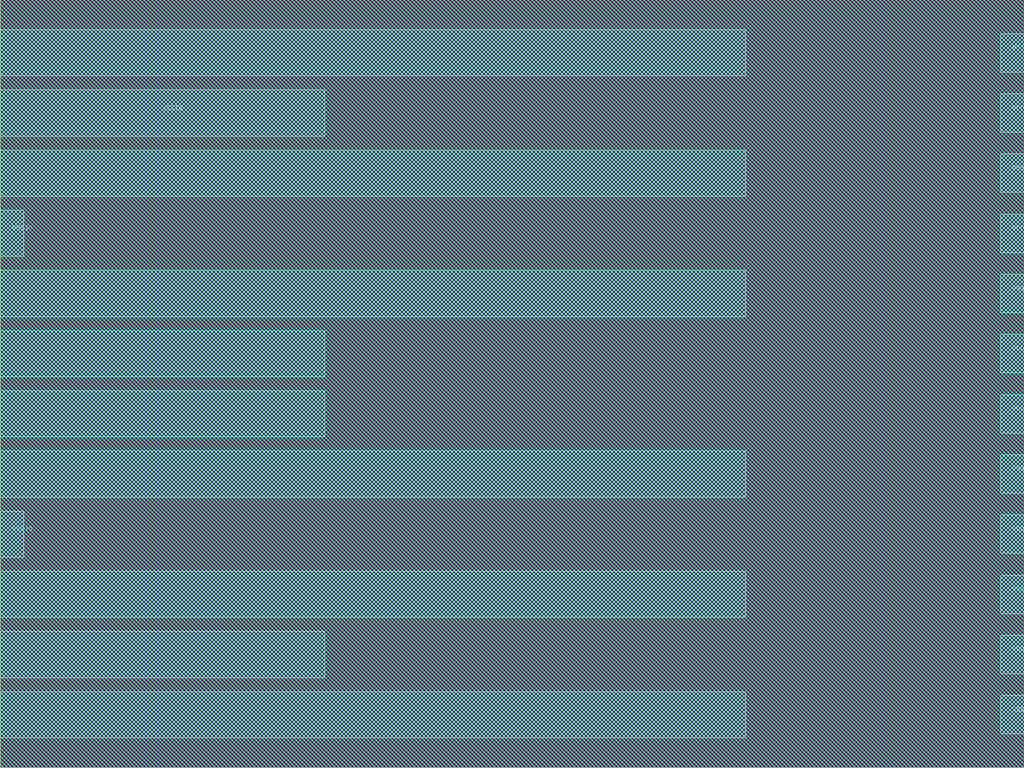
<source format=lef>
VERSION 5.8 ;
BUSBITCHARS "[]" ;
DIVIDERCHAR "/" ;

MACRO RIIO_EG1D80V_BIAS_RVT28_V
  CLASS PAD POWER ;
  ORIGIN 0 0 ;
  FOREIGN RIIO_EG1D80V_BIAS_RVT28_V 0 0 ;
  SIZE 60 BY 80 ;
  SYMMETRY X Y ;
  SITE IO_NS_site ;
  PIN VSS
    DIRECTION INOUT ;
    USE GROUND ;
    NETEXPR "vss VSS!" ;
    PORT
      LAYER JA ;
        RECT 0 73.45 60 77.05 ;
    END
    PORT
      LAYER JA ;
        RECT 0 59.35 60 62.95 ;
    END
    PORT
      CLASS CORE ;
      LAYER OI ;
        RECT 2.65 78.15 5.65 80 ;
      LAYER JA ;
        RECT 2.65 78.15 5.65 80 ;
    END
    PORT
      CLASS CORE ;
      LAYER OI ;
        RECT 12.05 78.15 15.05 80 ;
      LAYER JA ;
        RECT 12.05 78.15 15.05 80 ;
    END
    PORT
      CLASS CORE ;
      LAYER OI ;
        RECT 21.45 78.15 24.45 80 ;
      LAYER JA ;
        RECT 21.45 78.15 24.45 80 ;
    END
    PORT
      CLASS CORE ;
      LAYER OI ;
        RECT 35.55 78.15 38.55 80 ;
      LAYER JA ;
        RECT 35.55 78.15 38.55 80 ;
    END
    PORT
      CLASS CORE ;
      LAYER OI ;
        RECT 44.95 78.15 47.95 80 ;
      LAYER JA ;
        RECT 44.95 78.15 47.95 80 ;
    END
    PORT
      CLASS CORE ;
      LAYER OI ;
        RECT 54.35 78.15 57.35 80 ;
      LAYER JA ;
        RECT 54.35 78.15 57.35 80 ;
    END
  END VSS
  PIN VDDIO
    DIRECTION INOUT ;
    USE POWER ;
    NETEXPR "vddio VDDIO!" ;
    PORT
      LAYER JA ;
        RECT 0 49.95 60 53.55 ;
    END
    PORT
      LAYER JA ;
        RECT 0 35.85 60 39.45 ;
    END
    PORT
      LAYER JA ;
        RECT 0 31.15 60 34.75 ;
    END
    PORT
      LAYER JA ;
        RECT 0 12.35 60 15.95 ;
    END
    PORT
      LAYER JA ;
        RECT 0 7.65 60 11.25 ;
    END
  END VDDIO
  PIN VDD
    DIRECTION INOUT ;
    USE POWER ;
    NETEXPR "vdd VDD!" ;
    PORT
      LAYER JA ;
        RECT 0 68.75 60 72.35 ;
    END
    PORT
      LAYER JA ;
        RECT 0 64.05 60 67.65 ;
    END
    PORT
      CLASS CORE ;
      LAYER OI ;
        RECT 7.35 78.15 10.35 80 ;
      LAYER JA ;
        RECT 7.35 78.15 10.35 80 ;
    END
    PORT
      CLASS CORE ;
      LAYER OI ;
        RECT 16.75 78.15 19.75 80 ;
      LAYER JA ;
        RECT 16.75 78.15 19.75 80 ;
    END
    PORT
      CLASS CORE ;
      LAYER OI ;
        RECT 26.15 78.15 29.15 80 ;
      LAYER JA ;
        RECT 26.15 78.15 29.15 80 ;
    END
    PORT
      CLASS CORE ;
      LAYER OI ;
        RECT 30.85 78.15 33.85 80 ;
      LAYER JA ;
        RECT 30.85 78.15 33.85 80 ;
    END
    PORT
      CLASS CORE ;
      LAYER OI ;
        RECT 40.25 78.15 43.25 80 ;
      LAYER JA ;
        RECT 40.25 78.15 43.25 80 ;
    END
    PORT
      CLASS CORE ;
      LAYER OI ;
        RECT 49.65 78.15 52.65 80 ;
      LAYER JA ;
        RECT 49.65 78.15 52.65 80 ;
    END
  END VDD
  PIN VBIAS
    DIRECTION INOUT ;
    USE SIGNAL ;
    ANTENNADIFFAREA 0.352 LAYER C4 ;
    NETEXPR "vbias VBIAS!" ;
    PORT
      LAYER C4 ;
        RECT 0 39.575 60 40.825 ;
    END
  END VBIAS
  PIN VSSIO
    DIRECTION INOUT ;
    USE GROUND ;
    NETEXPR "vssio VSSIO!" ;
    PORT
      LAYER OI ;
        RECT 16.45 0 20.05 1.85 ;
    END
    PORT
      LAYER OI ;
        RECT 39.95 0 43.55 1.85 ;
    END
    PORT
      LAYER OI ;
        RECT 54.05 0 57.65 58.25 ;
        RECT 49.35 0 52.95 25.35 ;
        RECT 44.65 0 48.25 58.25 ;
        RECT 35.25 0 38.85 58.25 ;
        RECT 30.55 0 34.15 25.35 ;
        RECT 25.85 0 29.45 25.35 ;
        RECT 21.15 0 24.75 58.25 ;
        RECT 11.75 0 15.35 58.25 ;
        RECT 7.05 0 10.65 25.35 ;
        RECT 2.35 0 5.95 58.25 ;
      LAYER JA ;
        RECT 0 3.67 60 6.55 ;
        RECT 0 17.05 60 20.65 ;
        RECT 0 26.45 60 30.05 ;
        RECT 0 40.55 60 44.15 ;
        RECT 0 45.25 60 48.85 ;
        RECT 0 54.65 60 58.25 ;
    END
  END VSSIO
  PIN TRIM_CURV_I[4]
    DIRECTION INPUT ;
    USE SIGNAL ;
    ANTENNAPARTIALMETALAREA 2.87128 LAYER C1 ;
    ANTENNAMODEL OXIDE1 ;
      ANTENNAGATEAREA 0.03808 LAYER C1 ;
      ANTENNAMAXAREACAR 81.406755 LAYER C1 ;
    PORT
      LAYER C1 ;
        RECT 45.65 79.84 45.81 80 ;
    END
  END TRIM_CURV_I[4]
  PIN TRIM_CURV_I[3]
    DIRECTION INPUT ;
    USE SIGNAL ;
    ANTENNAPARTIALMETALAREA 2.86008 LAYER C1 ;
    ANTENNAMODEL OXIDE1 ;
      ANTENNAGATEAREA 0.03808 LAYER C1 ;
      ANTENNAMAXAREACAR 80.343407 LAYER C1 ;
    PORT
      LAYER C1 ;
        RECT 45.13 79.84 45.29 80 ;
    END
  END TRIM_CURV_I[3]
  PIN TRIM_CURV_I[2]
    DIRECTION INPUT ;
    USE SIGNAL ;
    ANTENNAPARTIALMETALAREA 3.05888 LAYER C1 ;
    ANTENNAMODEL OXIDE1 ;
      ANTENNAGATEAREA 0.04704 LAYER C1 ;
      ANTENNAMAXAREACAR 70.193878 LAYER C1 ;
    PORT
      LAYER C1 ;
        RECT 44.61 79.84 44.77 80 ;
    END
  END TRIM_CURV_I[2]
  PIN TRIM_CURV_I[1]
    DIRECTION INPUT ;
    USE SIGNAL ;
    ANTENNAPARTIALMETALAREA 3.16948 LAYER C1 ;
    ANTENNAMODEL OXIDE1 ;
      ANTENNAGATEAREA 0.07392 LAYER C1 ;
      ANTENNAMAXAREACAR 50.562432 LAYER C1 ;
    PORT
      LAYER C1 ;
        RECT 44.09 79.84 44.25 80 ;
    END
  END TRIM_CURV_I[1]
  PIN TRIM_CURV_I[0]
    DIRECTION INPUT ;
    USE SIGNAL ;
    ANTENNAPARTIALMETALAREA 2.67248 LAYER C1 ;
    ANTENNAMODEL OXIDE1 ;
      ANTENNAGATEAREA 0.1456 LAYER C1 ;
      ANTENNAMAXAREACAR 27.374176 LAYER C1 ;
    PORT
      LAYER C1 ;
        RECT 43.57 79.84 43.73 80 ;
    END
  END TRIM_CURV_I[0]
  PIN BG_VALID_N_O
    DIRECTION OUTPUT ;
    USE SIGNAL ;
    ANTENNAPARTIALMETALAREA 3.08032 LAYER C1 ;
    ANTENNADIFFAREA 0.1045 LAYER C1 ;
    ANTENNAMODEL OXIDE1 ;
      ANTENNAGATEAREA 0.099 LAYER C1 ;
      ANTENNAMAXAREACAR 10.462518 LAYER C1 ;
    PORT
      LAYER C1 ;
        RECT 25.11 79.84 25.27 80 ;
    END
  END BG_VALID_N_O
  PIN EN_I
    DIRECTION INPUT ;
    USE SIGNAL ;
    ANTENNAPARTIALMETALAREA 1.4424 LAYER C1 ;
    ANTENNAMODEL OXIDE1 ;
      ANTENNAGATEAREA 0.02576 LAYER C1 ;
      ANTENNAMAXAREACAR 58.141304 LAYER C1 ;
    PORT
      LAYER C1 ;
        RECT 13.67 79.84 13.83 80 ;
    END
  END EN_I
  PIN VTMP_O
    DIRECTION OUTPUT ;
    USE SIGNAL ;
    ANTENNAPARTIALMETALAREA 4.97008 LAYER C1 ;
    ANTENNADIFFAREA 0.32 LAYER C1 ;
    ANTENNAMODEL OXIDE1 ;
      ANTENNAGATEAREA 2.4 LAYER C1 ;
      ANTENNAMAXAREACAR 2.244581 LAYER C1 ;
    PORT
      LAYER C1 ;
        RECT 18.09 79.84 18.25 80 ;
    END
  END VTMP_O
  PIN VBG_O
    DIRECTION OUTPUT ;
    USE SIGNAL ;
    ANTENNAPARTIALMETALAREA 4.97008 LAYER C1 ;
    ANTENNADIFFAREA 0.32 LAYER C1 ;
    ANTENNAMODEL OXIDE1 ;
      ANTENNAGATEAREA 2.4 LAYER C1 ;
      ANTENNAMAXAREACAR 2.553479 LAYER C1 ;
    PORT
      LAYER C1 ;
        RECT 14.45 79.84 14.61 80 ;
    END
  END VBG_O
  PIN IBIAS_O[15]
    DIRECTION OUTPUT ;
    USE SIGNAL ;
    ANTENNAPARTIALMETALAREA 5.96528 LAYER C1 ;
    ANTENNADIFFAREA 0.088 LAYER C1 ;
    PORT
      LAYER C1 ;
        RECT 5.87 79.84 6.03 80 ;
    END
  END IBIAS_O[15]
  PIN TRIM_BIAS_I[3]
    DIRECTION INPUT ;
    USE SIGNAL ;
    ANTENNAPARTIALMETALAREA 1.4424 LAYER C1 ;
    ANTENNAMODEL OXIDE1 ;
      ANTENNAGATEAREA 0.02576 LAYER C1 ;
      ANTENNAMAXAREACAR 58.054348 LAYER C1 ;
    PORT
      LAYER C1 ;
        RECT 28.23 79.84 28.39 80 ;
    END
  END TRIM_BIAS_I[3]
  PIN TRIM_BIAS_I[2]
    DIRECTION INPUT ;
    USE SIGNAL ;
    ANTENNAPARTIALMETALAREA 1.4424 LAYER C1 ;
    ANTENNAMODEL OXIDE1 ;
      ANTENNAGATEAREA 0.02576 LAYER C1 ;
      ANTENNAMAXAREACAR 58.166149 LAYER C1 ;
    PORT
      LAYER C1 ;
        RECT 24.59 79.84 24.75 80 ;
    END
  END TRIM_BIAS_I[2]
  PIN TRIM_BIAS_I[1]
    DIRECTION INPUT ;
    USE SIGNAL ;
    ANTENNAPARTIALMETALAREA 1.4424 LAYER C1 ;
    ANTENNAMODEL OXIDE1 ;
      ANTENNAGATEAREA 0.02576 LAYER C1 ;
      ANTENNAMAXAREACAR 58.029503 LAYER C1 ;
    PORT
      LAYER C1 ;
        RECT 17.31 79.84 17.47 80 ;
    END
  END TRIM_BIAS_I[1]
  PIN TRIM_BIAS_I[0]
    DIRECTION INPUT ;
    USE SIGNAL ;
    ANTENNAPARTIALMETALAREA 1.4424 LAYER C1 ;
    ANTENNAMODEL OXIDE1 ;
      ANTENNAGATEAREA 0.02576 LAYER C1 ;
      ANTENNAMAXAREACAR 58.27795 LAYER C1 ;
    PORT
      LAYER C1 ;
        RECT 20.95 79.84 21.11 80 ;
    END
  END TRIM_BIAS_I[0]
  PIN IBIAS_O[14]
    DIRECTION OUTPUT ;
    USE SIGNAL ;
    ANTENNAPARTIALMETALAREA 5.96528 LAYER C1 ;
    ANTENNADIFFAREA 0.088 LAYER C1 ;
    PORT
      LAYER C1 ;
        RECT 6.13 79.84 6.29 80 ;
    END
  END IBIAS_O[14]
  PIN IBIAS_O[13]
    DIRECTION OUTPUT ;
    USE SIGNAL ;
    ANTENNAPARTIALMETALAREA 5.96528 LAYER C1 ;
    ANTENNADIFFAREA 0.088 LAYER C1 ;
    PORT
      LAYER C1 ;
        RECT 6.39 79.84 6.55 80 ;
    END
  END IBIAS_O[13]
  PIN IBIAS_O[12]
    DIRECTION OUTPUT ;
    USE SIGNAL ;
    ANTENNAPARTIALMETALAREA 5.96528 LAYER C1 ;
    ANTENNADIFFAREA 0.088 LAYER C1 ;
    PORT
      LAYER C1 ;
        RECT 6.65 79.84 6.81 80 ;
    END
  END IBIAS_O[12]
  PIN IBIAS_O[11]
    DIRECTION OUTPUT ;
    USE SIGNAL ;
    ANTENNAPARTIALMETALAREA 5.96528 LAYER C1 ;
    ANTENNADIFFAREA 0.088 LAYER C1 ;
    PORT
      LAYER C1 ;
        RECT 6.91 79.84 7.07 80 ;
    END
  END IBIAS_O[11]
  PIN IBIAS_O[10]
    DIRECTION OUTPUT ;
    USE SIGNAL ;
    ANTENNAPARTIALMETALAREA 5.96528 LAYER C1 ;
    ANTENNADIFFAREA 0.088 LAYER C1 ;
    PORT
      LAYER C1 ;
        RECT 7.17 79.84 7.33 80 ;
    END
  END IBIAS_O[10]
  PIN IBIAS_O[9]
    DIRECTION OUTPUT ;
    USE SIGNAL ;
    ANTENNAPARTIALMETALAREA 5.96528 LAYER C1 ;
    ANTENNADIFFAREA 0.088 LAYER C1 ;
    PORT
      LAYER C1 ;
        RECT 7.43 79.84 7.59 80 ;
    END
  END IBIAS_O[9]
  PIN IBIAS_O[8]
    DIRECTION OUTPUT ;
    USE SIGNAL ;
    ANTENNAPARTIALMETALAREA 5.96528 LAYER C1 ;
    ANTENNADIFFAREA 0.088 LAYER C1 ;
    PORT
      LAYER C1 ;
        RECT 7.69 79.84 7.85 80 ;
    END
  END IBIAS_O[8]
  PIN IBIAS_O[7]
    DIRECTION OUTPUT ;
    USE SIGNAL ;
    ANTENNAPARTIALMETALAREA 5.96528 LAYER C1 ;
    ANTENNADIFFAREA 0.088 LAYER C1 ;
    PORT
      LAYER C1 ;
        RECT 8.47 79.84 8.63 80 ;
    END
  END IBIAS_O[7]
  PIN IBIAS_O[6]
    DIRECTION OUTPUT ;
    USE SIGNAL ;
    ANTENNAPARTIALMETALAREA 5.96528 LAYER C1 ;
    ANTENNADIFFAREA 0.088 LAYER C1 ;
    PORT
      LAYER C1 ;
        RECT 8.73 79.84 8.89 80 ;
    END
  END IBIAS_O[6]
  PIN IBIAS_O[5]
    DIRECTION OUTPUT ;
    USE SIGNAL ;
    ANTENNAPARTIALMETALAREA 5.96528 LAYER C1 ;
    ANTENNADIFFAREA 0.088 LAYER C1 ;
    PORT
      LAYER C1 ;
        RECT 9.51 79.84 9.67 80 ;
    END
  END IBIAS_O[5]
  PIN IBIAS_O[4]
    DIRECTION OUTPUT ;
    USE SIGNAL ;
    ANTENNAPARTIALMETALAREA 5.96528 LAYER C1 ;
    ANTENNADIFFAREA 0.088 LAYER C1 ;
    PORT
      LAYER C1 ;
        RECT 9.77 79.84 9.93 80 ;
    END
  END IBIAS_O[4]
  PIN IBIAS_O[3]
    DIRECTION OUTPUT ;
    USE SIGNAL ;
    ANTENNAPARTIALMETALAREA 5.96528 LAYER C1 ;
    ANTENNADIFFAREA 0.088 LAYER C1 ;
    PORT
      LAYER C1 ;
        RECT 10.55 79.84 10.71 80 ;
    END
  END IBIAS_O[3]
  PIN IBIAS_O[2]
    DIRECTION OUTPUT ;
    USE SIGNAL ;
    ANTENNAPARTIALMETALAREA 5.96528 LAYER C1 ;
    ANTENNADIFFAREA 0.088 LAYER C1 ;
    PORT
      LAYER C1 ;
        RECT 10.81 79.84 10.97 80 ;
    END
  END IBIAS_O[2]
  PIN IBIAS_O[1]
    DIRECTION OUTPUT ;
    USE SIGNAL ;
    ANTENNAPARTIALMETALAREA 5.96528 LAYER C1 ;
    ANTENNADIFFAREA 0.088 LAYER C1 ;
    PORT
      LAYER C1 ;
        RECT 11.07 79.84 11.23 80 ;
    END
  END IBIAS_O[1]
  PIN IBIAS_O[0]
    DIRECTION OUTPUT ;
    USE SIGNAL ;
    ANTENNAPARTIALMETALAREA 5.96528 LAYER C1 ;
    ANTENNADIFFAREA 0.088 LAYER C1 ;
    PORT
      LAYER C1 ;
        RECT 11.33 79.84 11.49 80 ;
    END
  END IBIAS_O[0]
  PIN BG_STARTUP_I
    DIRECTION INPUT ;
    USE SIGNAL ;
    ANTENNAPARTIALMETALAREA 5.09808 LAYER C1 ;
    ANTENNADIFFAREA 0.2528 LAYER C1 ;
    ANTENNAMODEL OXIDE1 ;
      ANTENNAGATEAREA 0.474 LAYER C1 ;
      ANTENNAMAXAREACAR 6.261814 LAYER C1 ;
    PORT
      LAYER C1 ;
        RECT 23.03 79.84 23.19 80 ;
    END
  END BG_STARTUP_I
  PIN TRIM_VBG_I[4]
    DIRECTION INPUT ;
    USE SIGNAL ;
    ANTENNAPARTIALMETALAREA 3.12288 LAYER C1 ;
    ANTENNAMODEL OXIDE1 ;
      ANTENNAGATEAREA 0.03808 LAYER C1 ;
      ANTENNAMAXAREACAR 87.244667 LAYER C1 ;
    PORT
      LAYER C1 ;
        RECT 39.93 79.84 40.09 80 ;
    END
  END TRIM_VBG_I[4]
  PIN TRIM_VBG_I[3]
    DIRECTION INPUT ;
    USE SIGNAL ;
    ANTENNAPARTIALMETALAREA 3.06168 LAYER C1 ;
    ANTENNAMODEL OXIDE1 ;
      ANTENNAGATEAREA 0.03808 LAYER C1 ;
      ANTENNAMAXAREACAR 85.637524 LAYER C1 ;
    PORT
      LAYER C1 ;
        RECT 39.41 79.84 39.57 80 ;
    END
  END TRIM_VBG_I[3]
  PIN TRIM_VBG_I[2]
    DIRECTION INPUT ;
    USE SIGNAL ;
    ANTENNAPARTIALMETALAREA 3.35008 LAYER C1 ;
    ANTENNAMODEL OXIDE1 ;
      ANTENNAGATEAREA 0.04704 LAYER C1 ;
      ANTENNAMAXAREACAR 76.697598 LAYER C1 ;
    PORT
      LAYER C1 ;
        RECT 38.89 79.84 39.05 80 ;
    END
  END TRIM_VBG_I[2]
  PIN TRIM_VBG_I[1]
    DIRECTION INPUT ;
    USE SIGNAL ;
    ANTENNAPARTIALMETALAREA 3.49428 LAYER C1 ;
    ANTENNAMODEL OXIDE1 ;
      ANTENNAGATEAREA 0.07392 LAYER C1 ;
      ANTENNAMAXAREACAR 54.639236 LAYER C1 ;
    PORT
      LAYER C1 ;
        RECT 38.37 79.84 38.53 80 ;
    END
  END TRIM_VBG_I[1]
  PIN TRIM_VBG_I[0]
    DIRECTION INPUT ;
    USE SIGNAL ;
    ANTENNAPARTIALMETALAREA 2.7464 LAYER C1 ;
    ANTENNAMODEL OXIDE1 ;
      ANTENNAGATEAREA 0.1456 LAYER C1 ;
      ANTENNAMAXAREACAR 29.124725 LAYER C1 ;
    PORT
      LAYER C1 ;
        RECT 37.85 79.84 38.01 80 ;
    END
  END TRIM_VBG_I[0]
  PIN EN_VBIAS_I
    DIRECTION INPUT ;
    USE SIGNAL ;
    ANTENNAPARTIALMETALAREA 1.4424 LAYER C1 ;
    ANTENNAMODEL OXIDE1 ;
      ANTENNAGATEAREA 0.02576 LAYER C1 ;
      ANTENNAMAXAREACAR 58.253106 LAYER C1 ;
    PORT
      LAYER C1 ;
        RECT 10.03 79.84 10.19 80 ;
    END
  END EN_VBIAS_I
  OBS
    LAYER CA ;
      RECT 0 0 60 80 ;
    LAYER M1 ;
      RECT 0 0 60 80 ;
    LAYER V1 ;
      RECT 0 0 60 80 ;
    LAYER M2 ;
      RECT 0 0 60 80 ;
    LAYER A1 ;
      RECT 0 0 60 80 ;
    LAYER C2 ;
      RECT 0 0 60 80 ;
    LAYER CB ;
      RECT 0 0 60 80 ;
    LAYER YS ;
      RECT 0 0 60 80 ;
    LAYER OI ;
      RECT 0 0 60 80 ;
    LAYER JQ ;
      RECT 0 0 60 80 ;
    LAYER JA ;
      RECT 0 0 60 80 ;
    LAYER AY ;
      RECT 0 0 60 80 ;
    LAYER C1 ;
      RECT 0 0 60 80 ;
    LAYER C5 ;
      RECT 0 0 60 80 ;
    LAYER C4 ;
      RECT 0 0 60 80 ;
    LAYER C3 ;
      RECT 0 0 60 80 ;
    LAYER A4 ;
      RECT 0 0 60 80 ;
    LAYER A3 ;
      RECT 0 0 60 80 ;
    LAYER A2 ;
      RECT 0 0 60 80 ;
  END
END RIIO_EG1D80V_BIAS_RVT28_V

MACRO RIIO_EG1D80V_GPIO_RVT28_V
  CLASS PAD INOUT ;
  ORIGIN 0 0 ;
  FOREIGN RIIO_EG1D80V_GPIO_RVT28_V 0 0 ;
  SIZE 60 BY 80 ;
  SYMMETRY X Y ;
  SITE IO_NS_site ;
  PIN CO_I
    DIRECTION INPUT ;
    USE SIGNAL ;
    ANTENNAPARTIALMETALAREA 3.52912 LAYER C1 ;
    ANTENNAMODEL OXIDE1 ;
      ANTENNAGATEAREA 0.02576 LAYER C1 ;
      ANTENNAMAXAREACAR 138.704969 LAYER C1 ;
    PORT
      LAYER C1 ;
        RECT 19.24 79.84 19.4 80 ;
    END
  END CO_I
  PIN PAD_B
    DIRECTION INOUT ;
    USE SIGNAL ;
    ANTENNAPARTIALMETALAREA 370.645 LAYER C4 ;
    ANTENNAPARTIALMETALAREA 400.1975 LAYER C3 ;
    ANTENNAPARTIALMETALAREA 135.895 LAYER C5 ;
    ANTENNAPARTIALMETALAREA 127.08 LAYER JA ;
    ANTENNAPARTIALMETALAREA 518.645 LAYER OI ;
    ANTENNAPARTIALMETALAREA 241.9675 LAYER C2 ;
    ANTENNAPARTIALCUTAREA 9.385728 LAYER A4 ;
    ANTENNAPARTIALCUTAREA 8.487424 LAYER A3 ;
    ANTENNAPARTIALCUTAREA 16.454016 LAYER YS ;
    ANTENNAPARTIALCUTAREA 15.116544 LAYER JQ ;
    ANTENNAPARTIALCUTAREA 10.276288 LAYER A2 ;
    ANTENNADIFFAREA 208.5584 LAYER C4 ;
    ANTENNADIFFAREA 208.5584 LAYER C3 ;
    ANTENNADIFFAREA 208.5584 LAYER C5 ;
    ANTENNADIFFAREA 208.5584 LAYER JA ;
    ANTENNADIFFAREA 208.5584 LAYER OI ;
    ANTENNADIFFAREA 208.5584 LAYER C2 ;
    PORT
      LAYER C2 ;
        RECT 54.05 0 57.65 1.85 ;
        RECT 49.35 0 52.95 1.85 ;
        RECT 44.65 0 48.25 1.85 ;
        RECT 39.95 0 43.55 1.85 ;
        RECT 35.25 0 38.85 1.85 ;
        RECT 30.55 0 34.15 1.85 ;
        RECT 25.85 0 29.45 1.85 ;
        RECT 21.15 0 24.75 1.85 ;
        RECT 16.45 0 20.05 1.85 ;
        RECT 11.75 0 15.35 1.85 ;
        RECT 7.05 0 10.65 1.85 ;
        RECT 2.35 0 5.95 1.85 ;
      LAYER C3 ;
        RECT 54.05 0 57.65 1.85 ;
        RECT 49.35 0 52.95 1.85 ;
        RECT 44.65 0 48.25 1.85 ;
        RECT 39.95 0 43.55 1.85 ;
        RECT 35.25 0 38.85 1.85 ;
        RECT 30.55 0 34.15 1.85 ;
        RECT 25.85 0 29.45 1.85 ;
        RECT 21.15 0 24.75 1.85 ;
        RECT 16.45 0 20.05 1.85 ;
        RECT 11.75 0 15.35 1.85 ;
        RECT 7.05 0 10.65 1.85 ;
        RECT 2.35 0 5.95 1.85 ;
      LAYER C4 ;
        RECT 54.05 0 57.65 1.85 ;
        RECT 49.35 0 52.95 1.85 ;
        RECT 44.65 0 48.25 1.85 ;
        RECT 39.95 0 43.55 1.85 ;
        RECT 35.25 0 38.85 1.85 ;
        RECT 30.55 0 34.15 1.85 ;
        RECT 25.85 0 29.45 1.85 ;
        RECT 21.15 0 24.75 1.85 ;
        RECT 16.45 0 20.05 1.85 ;
        RECT 11.75 0 15.35 1.85 ;
        RECT 7.05 0 10.65 1.85 ;
        RECT 2.35 0 5.95 1.85 ;
      LAYER JA ;
        RECT 54.05 0 57.65 1.85 ;
        RECT 49.35 0 52.95 1.85 ;
        RECT 44.65 0 48.25 1.85 ;
        RECT 39.95 0 43.55 1.85 ;
        RECT 35.25 0 38.85 1.85 ;
        RECT 30.55 0 34.15 1.85 ;
        RECT 25.85 0 29.45 1.85 ;
        RECT 21.15 0 24.75 1.85 ;
        RECT 16.45 0 20.05 1.85 ;
        RECT 11.75 0 15.35 1.85 ;
        RECT 7.05 0 10.65 1.85 ;
        RECT 2.35 0 5.95 1.85 ;
      LAYER OI ;
        RECT 54.05 0 57.65 1.85 ;
        RECT 49.35 0 52.95 25.35 ;
        RECT 44.65 0 48.25 1.85 ;
        RECT 39.95 0 43.55 1.85 ;
        RECT 35.25 0 38.85 25.35 ;
        RECT 30.55 0 34.15 25.35 ;
        RECT 25.85 0 29.45 25.35 ;
        RECT 21.15 0 24.75 25.35 ;
        RECT 16.45 0 20.05 1.85 ;
        RECT 11.75 0 15.35 1.85 ;
        RECT 7.05 0 10.65 25.35 ;
        RECT 2.35 0 5.95 1.85 ;
      LAYER C5 ;
        RECT 54.05 0 57.65 1.85 ;
        RECT 49.35 0 52.95 1.85 ;
        RECT 44.65 0 48.25 1.85 ;
        RECT 39.95 0 43.55 1.85 ;
        RECT 35.25 0 38.85 1.85 ;
        RECT 30.55 0 34.15 1.85 ;
        RECT 25.85 0 29.45 1.85 ;
        RECT 21.15 0 24.75 1.85 ;
        RECT 16.45 0 20.05 1.85 ;
        RECT 11.75 0 15.35 1.85 ;
        RECT 7.05 0 10.65 1.85 ;
        RECT 2.35 0 5.95 1.85 ;
    END
  END PAD_B
  PIN DI_O[0]
    DIRECTION OUTPUT ;
    USE SIGNAL ;
    ANTENNAPARTIALMETALAREA 4.02096 LAYER C1 ;
    ANTENNADIFFAREA 0.04048 LAYER C1 ;
    PORT
      LAYER C1 ;
        RECT 39.78 79.84 39.94 80 ;
    END
  END DI_O[0]
  PIN DI_O[1]
    DIRECTION OUTPUT ;
    USE SIGNAL ;
    ANTENNAPARTIALMETALAREA 4.01968 LAYER C1 ;
    ANTENNADIFFAREA 0.04048 LAYER C1 ;
    PORT
      LAYER C1 ;
        RECT 37.96 79.84 38.12 80 ;
    END
  END DI_O[1]
  PIN DO_I
    DIRECTION INPUT ;
    USE SIGNAL ;
    ANTENNAPARTIALMETALAREA 3.76592 LAYER C1 ;
    ANTENNAMODEL OXIDE1 ;
      ANTENNAGATEAREA 0.21504 LAYER C1 ;
      ANTENNAMAXAREACAR 18.287798 LAYER C1 ;
    PORT
      LAYER C1 ;
        RECT 8.32 79.84 8.48 80 ;
    END
  END DO_I
  PIN DS_I[0]
    DIRECTION INPUT ;
    USE SIGNAL ;
    ANTENNAPARTIALMETALAREA 4.7984 LAYER C1 ;
    ANTENNAMODEL OXIDE1 ;
      ANTENNAGATEAREA 0.02576 LAYER C1 ;
      ANTENNAMAXAREACAR 187.962733 LAYER C1 ;
    PORT
      LAYER C1 ;
        RECT 24.18 79.84 24.34 80 ;
    END
  END DS_I[0]
  PIN DS_I[1]
    DIRECTION INPUT ;
    USE SIGNAL ;
    ANTENNAPARTIALMETALAREA 4.796 LAYER C1 ;
    ANTENNAMODEL OXIDE1 ;
      ANTENNAGATEAREA 0.02576 LAYER C1 ;
      ANTENNAMAXAREACAR 187.829193 LAYER C1 ;
    PORT
      LAYER C1 ;
        RECT 26.78 79.84 26.94 80 ;
    END
  END DS_I[1]
  PIN DS_I[2]
    DIRECTION INPUT ;
    USE SIGNAL ;
    ANTENNAPARTIALMETALAREA 3.53232 LAYER C1 ;
    ANTENNAMODEL OXIDE1 ;
      ANTENNAGATEAREA 0.02576 LAYER C1 ;
      ANTENNAMAXAREACAR 140.512422 LAYER C1 ;
    PORT
      LAYER C1 ;
        RECT 9.62 79.84 9.78 80 ;
    END
  END DS_I[2]
  PIN DS_I[3]
    DIRECTION INPUT ;
    USE SIGNAL ;
    ANTENNAPARTIALMETALAREA 3.52864 LAYER C1 ;
    ANTENNAMODEL OXIDE1 ;
      ANTENNAGATEAREA 0.02576 LAYER C1 ;
      ANTENNAMAXAREACAR 138.773292 LAYER C1 ;
    PORT
      LAYER C1 ;
        RECT 3.9 79.84 4.06 80 ;
    END
  END DS_I[3]
  PIN IE_I
    DIRECTION INPUT ;
    USE SIGNAL ;
    ANTENNAPARTIALMETALAREA 4.0024 LAYER C1 ;
    ANTENNAMODEL OXIDE1 ;
      ANTENNAGATEAREA 0.02576 LAYER C1 ;
      ANTENNAMAXAREACAR 157.152174 LAYER C1 ;
    PORT
      LAYER C1 ;
        RECT 45.24 79.84 45.4 80 ;
    END
  END IE_I
  PIN ODN_I
    DIRECTION INPUT ;
    USE SIGNAL ;
    ANTENNAPARTIALMETALAREA 3.52976 LAYER C1 ;
    ANTENNAMODEL OXIDE1 ;
      ANTENNAGATEAREA 0.02576 LAYER C1 ;
      ANTENNAMAXAREACAR 140.434783 LAYER C1 ;
    PORT
      LAYER C1 ;
        RECT 13.52 79.84 13.68 80 ;
    END
  END ODN_I
  PIN ODP_I
    DIRECTION INPUT ;
    USE SIGNAL ;
    ANTENNAPARTIALMETALAREA 3.53088 LAYER C1 ;
    ANTENNAMODEL OXIDE1 ;
      ANTENNAGATEAREA 0.02576 LAYER C1 ;
      ANTENNAMAXAREACAR 138.723602 LAYER C1 ;
    PORT
      LAYER C1 ;
        RECT 11.18 79.84 11.34 80 ;
    END
  END ODP_I
  PIN OE_I
    DIRECTION INPUT ;
    USE SIGNAL ;
    ANTENNAPARTIALMETALAREA 3.78736 LAYER C1 ;
    ANTENNAMODEL OXIDE1 ;
      ANTENNAGATEAREA 0.21504 LAYER C1 ;
      ANTENNAMAXAREACAR 18.495015 LAYER C1 ;
    PORT
      LAYER C1 ;
        RECT 14.56 79.84 14.72 80 ;
    END
  END OE_I
  PIN PD_I
    DIRECTION INPUT ;
    USE SIGNAL ;
    ANTENNAPARTIALMETALAREA 3.996 LAYER C1 ;
    ANTENNAMODEL OXIDE1 ;
      ANTENNAGATEAREA 0.02576 LAYER C1 ;
      ANTENNAMAXAREACAR 156.704969 LAYER C1 ;
    PORT
      LAYER C1 ;
        RECT 37.18 79.84 37.34 80 ;
    END
  END PD_I
  PIN VSSIO
    DIRECTION INOUT ;
    USE GROUND ;
    NETEXPR "vssio VSSIO!" ;
    PORT
      LAYER JA ;
        RECT 0 54.65 60 58.25 ;
    END
    PORT
      LAYER JA ;
        RECT 0 45.25 60 48.85 ;
    END
    PORT
      LAYER JA ;
        RECT 0 40.55 60 44.15 ;
    END
    PORT
      LAYER JA ;
        RECT 0 26.45 60 30.05 ;
    END
    PORT
      LAYER JA ;
        RECT 0 17.05 60 20.65 ;
    END
    PORT
      LAYER JA ;
        RECT 0 3.67 60 6.55 ;
    END
  END VSSIO
  PIN VDD
    DIRECTION INOUT ;
    USE POWER ;
    NETEXPR "vdd VDD!" ;
    PORT
      CLASS CORE ;
      LAYER JA ;
        RECT 7.35 78.15 10.35 80 ;
      LAYER OI ;
        RECT 7.35 78.15 10.35 80 ;
    END
    PORT
      CLASS CORE ;
      LAYER JA ;
        RECT 16.75 78.15 19.75 80 ;
      LAYER OI ;
        RECT 16.75 78.15 19.75 80 ;
    END
    PORT
      CLASS CORE ;
      LAYER JA ;
        RECT 26.15 78.15 29.15 80 ;
      LAYER OI ;
        RECT 26.15 78.15 29.15 80 ;
    END
    PORT
      CLASS CORE ;
      LAYER JA ;
        RECT 30.85 78.15 33.85 80 ;
      LAYER OI ;
        RECT 30.85 78.15 33.85 80 ;
    END
    PORT
      CLASS CORE ;
      LAYER JA ;
        RECT 40.25 78.15 43.25 80 ;
      LAYER OI ;
        RECT 40.25 78.15 43.25 80 ;
    END
    PORT
      CLASS CORE ;
      LAYER JA ;
        RECT 49.65 78.15 52.65 80 ;
      LAYER OI ;
        RECT 49.65 78.15 52.65 80 ;
    END
    PORT
      LAYER JA ;
        RECT 0 68.75 60 72.35 ;
    END
    PORT
      LAYER JA ;
        RECT 0 64.05 60 67.65 ;
    END
  END VDD
  PIN VSS
    DIRECTION INOUT ;
    USE GROUND ;
    NETEXPR "vss VSS!" ;
    PORT
      CLASS CORE ;
      LAYER JA ;
        RECT 2.65 78.15 5.65 80 ;
      LAYER OI ;
        RECT 2.65 78.15 5.65 80 ;
    END
    PORT
      CLASS CORE ;
      LAYER JA ;
        RECT 12.05 78.15 15.05 80 ;
      LAYER OI ;
        RECT 12.05 78.15 15.05 80 ;
    END
    PORT
      CLASS CORE ;
      LAYER JA ;
        RECT 21.45 78.15 24.45 80 ;
      LAYER OI ;
        RECT 21.45 78.15 24.45 80 ;
    END
    PORT
      CLASS CORE ;
      LAYER JA ;
        RECT 35.55 78.15 38.55 80 ;
      LAYER OI ;
        RECT 35.55 78.15 38.55 80 ;
    END
    PORT
      CLASS CORE ;
      LAYER JA ;
        RECT 44.95 78.15 47.95 80 ;
      LAYER OI ;
        RECT 44.95 78.15 47.95 80 ;
    END
    PORT
      CLASS CORE ;
      LAYER JA ;
        RECT 54.35 78.15 57.35 80 ;
      LAYER OI ;
        RECT 54.35 78.15 57.35 80 ;
    END
    PORT
      LAYER JA ;
        RECT 0 73.45 60 77.05 ;
    END
    PORT
      LAYER JA ;
        RECT 0 59.35 60 62.95 ;
    END
  END VSS
  PIN PU_I
    DIRECTION INPUT ;
    USE SIGNAL ;
    ANTENNAPARTIALMETALAREA 3.99376 LAYER C1 ;
    ANTENNAMODEL OXIDE1 ;
      ANTENNAGATEAREA 0.02576 LAYER C1 ;
      ANTENNAMAXAREACAR 156.611801 LAYER C1 ;
    PORT
      LAYER C1 ;
        RECT 34.32 79.84 34.48 80 ;
    END
  END PU_I
  PIN SR_I
    DIRECTION INPUT ;
    USE SIGNAL ;
    ANTENNAPARTIALMETALAREA 3.53232 LAYER C1 ;
    ANTENNAMODEL OXIDE1 ;
      ANTENNAGATEAREA 0.02576 LAYER C1 ;
      ANTENNAMAXAREACAR 138.754658 LAYER C1 ;
    PORT
      LAYER C1 ;
        RECT 22.1 79.84 22.26 80 ;
    END
  END SR_I
  PIN VDDIO
    DIRECTION INOUT ;
    USE POWER ;
    NETEXPR "vddio VDDIO!" ;
    PORT
      LAYER JA ;
        RECT 0 49.95 60 53.55 ;
    END
    PORT
      LAYER JA ;
        RECT 0 35.85 60 39.45 ;
    END
    PORT
      LAYER JA ;
        RECT 0 31.15 60 34.75 ;
    END
    PORT
      LAYER JA ;
        RECT 0 12.35 60 15.95 ;
    END
    PORT
      LAYER JA ;
        RECT 0 7.65 60 11.25 ;
    END
  END VDDIO
  PIN STE_I[0]
    DIRECTION INPUT ;
    USE SIGNAL ;
    ANTENNAPARTIALMETALAREA 4.0088 LAYER C1 ;
    ANTENNAMODEL OXIDE1 ;
      ANTENNAGATEAREA 0.02576 LAYER C1 ;
      ANTENNAMAXAREACAR 157.313665 LAYER C1 ;
    PORT
      LAYER C1 ;
        RECT 40.82 79.84 40.98 80 ;
    END
  END STE_I[0]
  PIN STE_I[1]
    DIRECTION INPUT ;
    USE SIGNAL ;
    ANTENNAPARTIALMETALAREA 3.99552 LAYER C1 ;
    ANTENNAMODEL OXIDE1 ;
      ANTENNAGATEAREA 0.02576 LAYER C1 ;
      ANTENNAMAXAREACAR 156.791925 LAYER C1 ;
    PORT
      LAYER C1 ;
        RECT 30.68 79.84 30.84 80 ;
    END
  END STE_I[1]
  PIN VBIAS
    DIRECTION INOUT ;
    USE SIGNAL ;
    ANTENNAPARTIALMETALAREA 0.06 LAYER C4 ;
    ANTENNADIFFAREA 0.3465 LAYER C4 ;
    NETEXPR "vbias VBIAS!" ;
    PORT
      LAYER C4 ;
        RECT 0 39.576 60 40.825 ;
    END
  END VBIAS
  OBS
    LAYER CA ;
      RECT 0 0 60 80 ;
    LAYER M1 ;
      RECT 0 0 60 80 ;
    LAYER V1 ;
      RECT 0 0 60 80 ;
    LAYER M2 ;
      RECT 0 0 60 80 ;
    LAYER A1 ;
      RECT 0 0 60 80 ;
    LAYER C2 ;
      RECT 0 0 60 80 ;
    LAYER CB ;
      RECT 0 0 60 80 ;
    LAYER YS ;
      RECT 0 0 60 80 ;
    LAYER OI ;
      RECT 0 0 60 80 ;
    LAYER JQ ;
      RECT 0 0 60 80 ;
    LAYER JA ;
      RECT 0 0 60 80 ;
    LAYER AY ;
      RECT 0 0 60 80 ;
    LAYER C1 ;
      RECT 0 0 60 80 ;
    LAYER C5 ;
      RECT 0 0 60 80 ;
    LAYER C4 ;
      RECT 0 0 60 80 ;
    LAYER C3 ;
      RECT 0 0 60 80 ;
    LAYER A4 ;
      RECT 0 0 60 80 ;
    LAYER A3 ;
      RECT 0 0 60 80 ;
    LAYER A2 ;
      RECT 0 0 60 80 ;
  END
END RIIO_EG1D80V_GPIO_RVT28_V

MACRO RIIO_EG1D80V_GPI_PD_RVT28_V
  CLASS PAD INOUT ;
  ORIGIN 0 0 ;
  FOREIGN RIIO_EG1D80V_GPI_PD_RVT28_V 0 0 ;
  SIZE 60 BY 80 ;
  SYMMETRY X Y ;
  SITE IO_NS_site ;
  PIN PAD_B
    DIRECTION INOUT ;
    USE SIGNAL ;
    ANTENNAPARTIALMETALAREA 370.645 LAYER C4 ;
    ANTENNAPARTIALMETALAREA 400.1975 LAYER C3 ;
    ANTENNAPARTIALMETALAREA 135.895 LAYER C5 ;
    ANTENNAPARTIALMETALAREA 127.08 LAYER JA ;
    ANTENNAPARTIALMETALAREA 518.645 LAYER OI ;
    ANTENNAPARTIALMETALAREA 241.9675 LAYER C2 ;
    ANTENNAPARTIALCUTAREA 9.385728 LAYER A4 ;
    ANTENNAPARTIALCUTAREA 8.487424 LAYER A3 ;
    ANTENNAPARTIALCUTAREA 16.454016 LAYER YS ;
    ANTENNAPARTIALCUTAREA 15.116544 LAYER JQ ;
    ANTENNAPARTIALCUTAREA 10.276288 LAYER A2 ;
    ANTENNADIFFAREA 163.4 LAYER C4 ;
    ANTENNADIFFAREA 163.4 LAYER C3 ;
    ANTENNADIFFAREA 163.4 LAYER C5 ;
    ANTENNADIFFAREA 163.4 LAYER JA ;
    ANTENNADIFFAREA 163.4 LAYER OI ;
    ANTENNADIFFAREA 163.4 LAYER C2 ;
    PORT
      LAYER C2 ;
        RECT 54.05 0 57.65 1.85 ;
        RECT 49.35 0 52.95 1.85 ;
        RECT 44.65 0 48.25 1.85 ;
        RECT 39.95 0 43.55 1.85 ;
        RECT 35.25 0 38.85 1.85 ;
        RECT 30.55 0 34.15 1.85 ;
        RECT 25.85 0 29.45 1.85 ;
        RECT 21.15 0 24.75 1.85 ;
        RECT 16.45 0 20.05 1.85 ;
        RECT 11.75 0 15.35 1.85 ;
        RECT 7.05 0 10.65 1.85 ;
        RECT 2.35 0 5.95 1.85 ;
      LAYER C3 ;
        RECT 54.05 0 57.65 1.85 ;
        RECT 49.35 0 52.95 1.85 ;
        RECT 44.65 0 48.25 1.85 ;
        RECT 39.95 0 43.55 1.85 ;
        RECT 35.25 0 38.85 1.85 ;
        RECT 30.55 0 34.15 1.85 ;
        RECT 25.85 0 29.45 1.85 ;
        RECT 21.15 0 24.75 1.85 ;
        RECT 16.45 0 20.05 1.85 ;
        RECT 11.75 0 15.35 1.85 ;
        RECT 7.05 0 10.65 1.85 ;
        RECT 2.35 0 5.95 1.85 ;
      LAYER C4 ;
        RECT 54.05 0 57.65 1.85 ;
        RECT 49.35 0 52.95 1.85 ;
        RECT 44.65 0 48.25 1.85 ;
        RECT 39.95 0 43.55 1.85 ;
        RECT 35.25 0 38.85 1.85 ;
        RECT 30.55 0 34.15 1.85 ;
        RECT 25.85 0 29.45 1.85 ;
        RECT 21.15 0 24.75 1.85 ;
        RECT 16.45 0 20.05 1.85 ;
        RECT 11.75 0 15.35 1.85 ;
        RECT 7.05 0 10.65 1.85 ;
        RECT 2.35 0 5.95 1.85 ;
      LAYER C5 ;
        RECT 54.05 0 57.65 1.85 ;
        RECT 49.35 0 52.95 1.85 ;
        RECT 44.65 0 48.25 1.85 ;
        RECT 39.95 0 43.55 1.85 ;
        RECT 35.25 0 38.85 1.85 ;
        RECT 30.55 0 34.15 1.85 ;
        RECT 25.85 0 29.45 1.85 ;
        RECT 21.15 0 24.75 1.85 ;
        RECT 16.45 0 20.05 1.85 ;
        RECT 11.75 0 15.35 1.85 ;
        RECT 7.05 0 10.65 1.85 ;
        RECT 2.35 0 5.95 1.85 ;
      LAYER JA ;
        RECT 54.05 0 57.65 1.85 ;
        RECT 49.35 0 52.95 1.85 ;
        RECT 44.65 0 48.25 1.85 ;
        RECT 39.95 0 43.55 1.85 ;
        RECT 35.25 0 38.85 1.85 ;
        RECT 30.55 0 34.15 1.85 ;
        RECT 25.85 0 29.45 1.85 ;
        RECT 21.15 0 24.75 1.85 ;
        RECT 16.45 0 20.05 1.85 ;
        RECT 11.75 0 15.35 1.85 ;
        RECT 7.05 0 10.65 1.85 ;
        RECT 2.35 0 5.95 1.85 ;
      LAYER OI ;
        RECT 54.05 0 57.65 1.85 ;
        RECT 49.35 0 52.95 25.35 ;
        RECT 44.65 0 48.25 1.85 ;
        RECT 39.95 0 43.55 1.85 ;
        RECT 35.25 0 38.85 25.35 ;
        RECT 30.55 0 34.15 25.35 ;
        RECT 25.85 0 29.45 25.35 ;
        RECT 21.15 0 24.75 25.35 ;
        RECT 16.45 0 20.05 1.85 ;
        RECT 11.75 0 15.35 1.85 ;
        RECT 7.05 0 10.65 25.35 ;
        RECT 2.35 0 5.95 1.85 ;
    END
  END PAD_B
  PIN DI_O[0]
    DIRECTION OUTPUT ;
    USE SIGNAL ;
    ANTENNAPARTIALMETALAREA 4.02096 LAYER C1 ;
    ANTENNADIFFAREA 0.04048 LAYER C1 ;
    PORT
      LAYER C1 ;
        RECT 39.78 79.84 39.94 80 ;
    END
  END DI_O[0]
  PIN DI_O[1]
    DIRECTION OUTPUT ;
    USE SIGNAL ;
    ANTENNAPARTIALMETALAREA 4.01968 LAYER C1 ;
    ANTENNADIFFAREA 0.04048 LAYER C1 ;
    PORT
      LAYER C1 ;
        RECT 37.96 79.84 38.12 80 ;
    END
  END DI_O[1]
  PIN IE_I
    DIRECTION INPUT ;
    USE SIGNAL ;
    ANTENNAPARTIALMETALAREA 4.0024 LAYER C1 ;
    ANTENNAMODEL OXIDE1 ;
      ANTENNAGATEAREA 0.02576 LAYER C1 ;
      ANTENNAMAXAREACAR 157.152174 LAYER C1 ;
    PORT
      LAYER C1 ;
        RECT 45.24 79.84 45.4 80 ;
    END
  END IE_I
  PIN VSSIO
    DIRECTION INOUT ;
    USE GROUND ;
    NETEXPR "vssio VSSIO!" ;
    PORT
      LAYER JA ;
        RECT 0 54.65 60 58.25 ;
    END
    PORT
      LAYER JA ;
        RECT 0 45.25 60 48.85 ;
    END
    PORT
      LAYER JA ;
        RECT 0 40.55 60 44.15 ;
    END
    PORT
      LAYER JA ;
        RECT 0 26.45 60 30.05 ;
    END
    PORT
      LAYER JA ;
        RECT 0 17.05 60 20.65 ;
    END
    PORT
      LAYER JA ;
        RECT 0 3.67 60 6.55 ;
    END
  END VSSIO
  PIN VDD
    DIRECTION INOUT ;
    USE POWER ;
    NETEXPR "vdd VDD!" ;
    PORT
      CLASS CORE ;
      LAYER JA ;
        RECT 7.35 78.15 10.35 80 ;
      LAYER OI ;
        RECT 7.35 78.15 10.35 80 ;
    END
    PORT
      CLASS CORE ;
      LAYER JA ;
        RECT 16.75 78.15 19.75 80 ;
      LAYER OI ;
        RECT 16.75 78.15 19.75 80 ;
    END
    PORT
      CLASS CORE ;
      LAYER JA ;
        RECT 26.15 78.15 29.15 80 ;
      LAYER OI ;
        RECT 26.15 78.15 29.15 80 ;
    END
    PORT
      CLASS CORE ;
      LAYER JA ;
        RECT 30.85 78.15 33.85 80 ;
      LAYER OI ;
        RECT 30.85 78.15 33.85 80 ;
    END
    PORT
      CLASS CORE ;
      LAYER JA ;
        RECT 40.25 78.15 43.25 80 ;
      LAYER OI ;
        RECT 40.25 78.15 43.25 80 ;
    END
    PORT
      CLASS CORE ;
      LAYER JA ;
        RECT 49.65 78.15 52.65 80 ;
      LAYER OI ;
        RECT 49.65 78.15 52.65 80 ;
    END
    PORT
      LAYER JA ;
        RECT 0 68.75 60 72.35 ;
    END
    PORT
      LAYER JA ;
        RECT 0 64.05 60 67.65 ;
    END
  END VDD
  PIN VSS
    DIRECTION INOUT ;
    USE GROUND ;
    NETEXPR "vss VSS!" ;
    PORT
      CLASS CORE ;
      LAYER JA ;
        RECT 2.65 78.15 5.65 80 ;
      LAYER OI ;
        RECT 2.65 78.15 5.65 80 ;
    END
    PORT
      CLASS CORE ;
      LAYER JA ;
        RECT 12.05 78.15 15.05 80 ;
      LAYER OI ;
        RECT 12.05 78.15 15.05 80 ;
    END
    PORT
      CLASS CORE ;
      LAYER JA ;
        RECT 21.45 78.15 24.45 80 ;
      LAYER OI ;
        RECT 21.45 78.15 24.45 80 ;
    END
    PORT
      CLASS CORE ;
      LAYER JA ;
        RECT 35.55 78.15 38.55 80 ;
      LAYER OI ;
        RECT 35.55 78.15 38.55 80 ;
    END
    PORT
      CLASS CORE ;
      LAYER JA ;
        RECT 44.95 78.15 47.95 80 ;
      LAYER OI ;
        RECT 44.95 78.15 47.95 80 ;
    END
    PORT
      CLASS CORE ;
      LAYER JA ;
        RECT 54.35 78.15 57.35 80 ;
      LAYER OI ;
        RECT 54.35 78.15 57.35 80 ;
    END
    PORT
      LAYER JA ;
        RECT 0 73.45 60 77.05 ;
    END
    PORT
      LAYER JA ;
        RECT 0 59.35 60 62.95 ;
    END
  END VSS
  PIN VDDIO
    DIRECTION INOUT ;
    USE POWER ;
    NETEXPR "vddio VDDIO!" ;
    PORT
      LAYER JA ;
        RECT 0 49.95 60 53.55 ;
    END
    PORT
      LAYER JA ;
        RECT 0 35.85 60 39.45 ;
    END
    PORT
      LAYER JA ;
        RECT 0 31.15 60 34.75 ;
    END
    PORT
      LAYER JA ;
        RECT 0 12.35 60 15.95 ;
    END
    PORT
      LAYER JA ;
        RECT 0 7.65 60 11.25 ;
    END
  END VDDIO
  PIN STE_I[0]
    DIRECTION INPUT ;
    USE SIGNAL ;
    ANTENNAPARTIALMETALAREA 4.0088 LAYER C1 ;
    ANTENNAMODEL OXIDE1 ;
      ANTENNAGATEAREA 0.02576 LAYER C1 ;
      ANTENNAMAXAREACAR 157.313665 LAYER C1 ;
    PORT
      LAYER C1 ;
        RECT 40.82 79.84 40.98 80 ;
    END
  END STE_I[0]
  PIN STE_I[1]
    DIRECTION INPUT ;
    USE SIGNAL ;
    ANTENNAPARTIALMETALAREA 3.99552 LAYER C1 ;
    ANTENNAMODEL OXIDE1 ;
      ANTENNAGATEAREA 0.02576 LAYER C1 ;
      ANTENNAMAXAREACAR 156.791925 LAYER C1 ;
    PORT
      LAYER C1 ;
        RECT 30.68 79.84 30.84 80 ;
    END
  END STE_I[1]
  OBS
    LAYER CA ;
      RECT 0 0 60 80 ;
    LAYER M1 ;
      RECT 0 0 60 80 ;
    LAYER V1 ;
      RECT 0 0 60 80 ;
    LAYER M2 ;
      RECT 0 0 60 80 ;
    LAYER A1 ;
      RECT 0 0 60 80 ;
    LAYER C2 ;
      RECT 0 0 60 80 ;
    LAYER CB ;
      RECT 0 0 60 80 ;
    LAYER YS ;
      RECT 0 0 60 80 ;
    LAYER OI ;
      RECT 0 0 60 80 ;
    LAYER JQ ;
      RECT 0 0 60 80 ;
    LAYER JA ;
      RECT 0 0 60 80 ;
    LAYER AY ;
      RECT 0 0 60 80 ;
    LAYER C1 ;
      RECT 0 0 60 80 ;
    LAYER C5 ;
      RECT 0 0 60 80 ;
    LAYER C4 ;
      RECT 0 0 60 80 ;
    LAYER C3 ;
      RECT 0 0 60 80 ;
    LAYER A4 ;
      RECT 0 0 60 80 ;
    LAYER A3 ;
      RECT 0 0 60 80 ;
    LAYER A2 ;
      RECT 0 0 60 80 ;
  END
END RIIO_EG1D80V_GPI_PD_RVT28_V

MACRO RIIO_EG1D80V_GPI_PU_RVT28_V
  CLASS PAD INOUT ;
  ORIGIN 0 0 ;
  FOREIGN RIIO_EG1D80V_GPI_PU_RVT28_V 0 0 ;
  SIZE 60 BY 80 ;
  SYMMETRY X Y ;
  SITE IO_NS_site ;
  PIN PAD_B
    DIRECTION INOUT ;
    USE SIGNAL ;
    ANTENNAPARTIALMETALAREA 370.645 LAYER C4 ;
    ANTENNAPARTIALMETALAREA 400.1975 LAYER C3 ;
    ANTENNAPARTIALMETALAREA 135.895 LAYER C5 ;
    ANTENNAPARTIALMETALAREA 127.08 LAYER JA ;
    ANTENNAPARTIALMETALAREA 518.645 LAYER OI ;
    ANTENNAPARTIALMETALAREA 241.9675 LAYER C2 ;
    ANTENNAPARTIALCUTAREA 9.385728 LAYER A4 ;
    ANTENNAPARTIALCUTAREA 8.487424 LAYER A3 ;
    ANTENNAPARTIALCUTAREA 16.454016 LAYER YS ;
    ANTENNAPARTIALCUTAREA 15.116544 LAYER JQ ;
    ANTENNAPARTIALCUTAREA 10.276288 LAYER A2 ;
    ANTENNADIFFAREA 163.4 LAYER C4 ;
    ANTENNADIFFAREA 163.4 LAYER C3 ;
    ANTENNADIFFAREA 163.4 LAYER C5 ;
    ANTENNADIFFAREA 163.4 LAYER JA ;
    ANTENNADIFFAREA 163.4 LAYER OI ;
    ANTENNADIFFAREA 163.4 LAYER C2 ;
    PORT
      LAYER C2 ;
        RECT 54.05 0 57.65 1.85 ;
        RECT 49.35 0 52.95 1.85 ;
        RECT 44.65 0 48.25 1.85 ;
        RECT 39.95 0 43.55 1.85 ;
        RECT 35.25 0 38.85 1.85 ;
        RECT 30.55 0 34.15 1.85 ;
        RECT 25.85 0 29.45 1.85 ;
        RECT 21.15 0 24.75 1.85 ;
        RECT 16.45 0 20.05 1.85 ;
        RECT 11.75 0 15.35 1.85 ;
        RECT 7.05 0 10.65 1.85 ;
        RECT 2.35 0 5.95 1.85 ;
      LAYER C3 ;
        RECT 54.05 0 57.65 1.85 ;
        RECT 49.35 0 52.95 1.85 ;
        RECT 44.65 0 48.25 1.85 ;
        RECT 39.95 0 43.55 1.85 ;
        RECT 35.25 0 38.85 1.85 ;
        RECT 30.55 0 34.15 1.85 ;
        RECT 25.85 0 29.45 1.85 ;
        RECT 21.15 0 24.75 1.85 ;
        RECT 16.45 0 20.05 1.85 ;
        RECT 11.75 0 15.35 1.85 ;
        RECT 7.05 0 10.65 1.85 ;
        RECT 2.35 0 5.95 1.85 ;
      LAYER C4 ;
        RECT 54.05 0 57.65 1.85 ;
        RECT 49.35 0 52.95 1.85 ;
        RECT 44.65 0 48.25 1.85 ;
        RECT 39.95 0 43.55 1.85 ;
        RECT 35.25 0 38.85 1.85 ;
        RECT 30.55 0 34.15 1.85 ;
        RECT 25.85 0 29.45 1.85 ;
        RECT 21.15 0 24.75 1.85 ;
        RECT 16.45 0 20.05 1.85 ;
        RECT 11.75 0 15.35 1.85 ;
        RECT 7.05 0 10.65 1.85 ;
        RECT 2.35 0 5.95 1.85 ;
      LAYER C5 ;
        RECT 54.05 0 57.65 1.85 ;
        RECT 49.35 0 52.95 1.85 ;
        RECT 44.65 0 48.25 1.85 ;
        RECT 39.95 0 43.55 1.85 ;
        RECT 35.25 0 38.85 1.85 ;
        RECT 30.55 0 34.15 1.85 ;
        RECT 25.85 0 29.45 1.85 ;
        RECT 21.15 0 24.75 1.85 ;
        RECT 16.45 0 20.05 1.85 ;
        RECT 11.75 0 15.35 1.85 ;
        RECT 7.05 0 10.65 1.85 ;
        RECT 2.35 0 5.95 1.85 ;
      LAYER JA ;
        RECT 54.05 0 57.65 1.85 ;
        RECT 49.35 0 52.95 1.85 ;
        RECT 44.65 0 48.25 1.85 ;
        RECT 39.95 0 43.55 1.85 ;
        RECT 35.25 0 38.85 1.85 ;
        RECT 30.55 0 34.15 1.85 ;
        RECT 25.85 0 29.45 1.85 ;
        RECT 21.15 0 24.75 1.85 ;
        RECT 16.45 0 20.05 1.85 ;
        RECT 11.75 0 15.35 1.85 ;
        RECT 7.05 0 10.65 1.85 ;
        RECT 2.35 0 5.95 1.85 ;
      LAYER OI ;
        RECT 54.05 0 57.65 1.85 ;
        RECT 49.35 0 52.95 25.35 ;
        RECT 44.65 0 48.25 1.85 ;
        RECT 39.95 0 43.55 1.85 ;
        RECT 35.25 0 38.85 25.35 ;
        RECT 30.55 0 34.15 25.35 ;
        RECT 25.85 0 29.45 25.35 ;
        RECT 21.15 0 24.75 25.35 ;
        RECT 16.45 0 20.05 1.85 ;
        RECT 11.75 0 15.35 1.85 ;
        RECT 7.05 0 10.65 25.35 ;
        RECT 2.35 0 5.95 1.85 ;
    END
  END PAD_B
  PIN DI_O[0]
    DIRECTION OUTPUT ;
    USE SIGNAL ;
    ANTENNAPARTIALMETALAREA 4.02096 LAYER C1 ;
    ANTENNADIFFAREA 0.04048 LAYER C1 ;
    PORT
      LAYER C1 ;
        RECT 39.78 79.84 39.94 80 ;
    END
  END DI_O[0]
  PIN DI_O[1]
    DIRECTION OUTPUT ;
    USE SIGNAL ;
    ANTENNAPARTIALMETALAREA 4.01968 LAYER C1 ;
    ANTENNADIFFAREA 0.04048 LAYER C1 ;
    PORT
      LAYER C1 ;
        RECT 37.96 79.84 38.12 80 ;
    END
  END DI_O[1]
  PIN IE_I
    DIRECTION INPUT ;
    USE SIGNAL ;
    ANTENNAPARTIALMETALAREA 4.0024 LAYER C1 ;
    ANTENNAMODEL OXIDE1 ;
      ANTENNAGATEAREA 0.02576 LAYER C1 ;
      ANTENNAMAXAREACAR 157.152174 LAYER C1 ;
    PORT
      LAYER C1 ;
        RECT 45.24 79.84 45.4 80 ;
    END
  END IE_I
  PIN VSSIO
    DIRECTION INOUT ;
    USE GROUND ;
    NETEXPR "vssio VSSIO!" ;
    PORT
      LAYER JA ;
        RECT 0 54.65 60 58.25 ;
    END
    PORT
      LAYER JA ;
        RECT 0 45.25 60 48.85 ;
    END
    PORT
      LAYER JA ;
        RECT 0 40.55 60 44.15 ;
    END
    PORT
      LAYER JA ;
        RECT 0 26.45 60 30.05 ;
    END
    PORT
      LAYER JA ;
        RECT 0 17.05 60 20.65 ;
    END
    PORT
      LAYER JA ;
        RECT 0 3.67 60 6.55 ;
    END
  END VSSIO
  PIN VDD
    DIRECTION INOUT ;
    USE POWER ;
    NETEXPR "vdd VDD!" ;
    PORT
      CLASS CORE ;
      LAYER JA ;
        RECT 7.35 78.15 10.35 80 ;
      LAYER OI ;
        RECT 7.35 78.15 10.35 80 ;
    END
    PORT
      CLASS CORE ;
      LAYER JA ;
        RECT 16.75 78.15 19.75 80 ;
      LAYER OI ;
        RECT 16.75 78.15 19.75 80 ;
    END
    PORT
      CLASS CORE ;
      LAYER JA ;
        RECT 26.15 78.15 29.15 80 ;
      LAYER OI ;
        RECT 26.15 78.15 29.15 80 ;
    END
    PORT
      CLASS CORE ;
      LAYER JA ;
        RECT 30.85 78.15 33.85 80 ;
      LAYER OI ;
        RECT 30.85 78.15 33.85 80 ;
    END
    PORT
      CLASS CORE ;
      LAYER JA ;
        RECT 40.25 78.15 43.25 80 ;
      LAYER OI ;
        RECT 40.25 78.15 43.25 80 ;
    END
    PORT
      CLASS CORE ;
      LAYER JA ;
        RECT 49.65 78.15 52.65 80 ;
      LAYER OI ;
        RECT 49.65 78.15 52.65 80 ;
    END
    PORT
      LAYER JA ;
        RECT 0 68.75 60 72.35 ;
    END
    PORT
      LAYER JA ;
        RECT 0 64.05 60 67.65 ;
    END
  END VDD
  PIN VSS
    DIRECTION INOUT ;
    USE GROUND ;
    NETEXPR "vss VSS!" ;
    PORT
      CLASS CORE ;
      LAYER JA ;
        RECT 2.65 78.15 5.65 80 ;
      LAYER OI ;
        RECT 2.65 78.15 5.65 80 ;
    END
    PORT
      CLASS CORE ;
      LAYER JA ;
        RECT 12.05 78.15 15.05 80 ;
      LAYER OI ;
        RECT 12.05 78.15 15.05 80 ;
    END
    PORT
      CLASS CORE ;
      LAYER JA ;
        RECT 21.45 78.15 24.45 80 ;
      LAYER OI ;
        RECT 21.45 78.15 24.45 80 ;
    END
    PORT
      CLASS CORE ;
      LAYER JA ;
        RECT 35.55 78.15 38.55 80 ;
      LAYER OI ;
        RECT 35.55 78.15 38.55 80 ;
    END
    PORT
      CLASS CORE ;
      LAYER JA ;
        RECT 44.95 78.15 47.95 80 ;
      LAYER OI ;
        RECT 44.95 78.15 47.95 80 ;
    END
    PORT
      CLASS CORE ;
      LAYER JA ;
        RECT 54.35 78.15 57.35 80 ;
      LAYER OI ;
        RECT 54.35 78.15 57.35 80 ;
    END
    PORT
      LAYER JA ;
        RECT 0 73.45 60 77.05 ;
    END
    PORT
      LAYER JA ;
        RECT 0 59.35 60 62.95 ;
    END
  END VSS
  PIN VDDIO
    DIRECTION INOUT ;
    USE POWER ;
    NETEXPR "vddio VDDIO!" ;
    PORT
      LAYER JA ;
        RECT 0 49.95 60 53.55 ;
    END
    PORT
      LAYER JA ;
        RECT 0 35.85 60 39.45 ;
    END
    PORT
      LAYER JA ;
        RECT 0 31.15 60 34.75 ;
    END
    PORT
      LAYER JA ;
        RECT 0 12.35 60 15.95 ;
    END
    PORT
      LAYER JA ;
        RECT 0 7.65 60 11.25 ;
    END
  END VDDIO
  PIN STE_I[0]
    DIRECTION INPUT ;
    USE SIGNAL ;
    ANTENNAPARTIALMETALAREA 4.0088 LAYER C1 ;
    ANTENNAMODEL OXIDE1 ;
      ANTENNAGATEAREA 0.02576 LAYER C1 ;
      ANTENNAMAXAREACAR 157.313665 LAYER C1 ;
    PORT
      LAYER C1 ;
        RECT 40.82 79.84 40.98 80 ;
    END
  END STE_I[0]
  PIN STE_I[1]
    DIRECTION INPUT ;
    USE SIGNAL ;
    ANTENNAPARTIALMETALAREA 3.99552 LAYER C1 ;
    ANTENNAMODEL OXIDE1 ;
      ANTENNAGATEAREA 0.02576 LAYER C1 ;
      ANTENNAMAXAREACAR 156.791925 LAYER C1 ;
    PORT
      LAYER C1 ;
        RECT 30.68 79.84 30.84 80 ;
    END
  END STE_I[1]
  OBS
    LAYER CA ;
      RECT 0 0 60 80 ;
    LAYER M1 ;
      RECT 0 0 60 80 ;
    LAYER V1 ;
      RECT 0 0 60 80 ;
    LAYER M2 ;
      RECT 0 0 60 80 ;
    LAYER A1 ;
      RECT 0 0 60 80 ;
    LAYER C2 ;
      RECT 0 0 60 80 ;
    LAYER CB ;
      RECT 0 0 60 80 ;
    LAYER YS ;
      RECT 0 0 60 80 ;
    LAYER OI ;
      RECT 0 0 60 80 ;
    LAYER JQ ;
      RECT 0 0 60 80 ;
    LAYER JA ;
      RECT 0 0 60 80 ;
    LAYER AY ;
      RECT 0 0 60 80 ;
    LAYER C1 ;
      RECT 0 0 60 80 ;
    LAYER C5 ;
      RECT 0 0 60 80 ;
    LAYER C4 ;
      RECT 0 0 60 80 ;
    LAYER C3 ;
      RECT 0 0 60 80 ;
    LAYER A4 ;
      RECT 0 0 60 80 ;
    LAYER A3 ;
      RECT 0 0 60 80 ;
    LAYER A2 ;
      RECT 0 0 60 80 ;
  END
END RIIO_EG1D80V_GPI_PU_RVT28_V

MACRO RIIO_EG1D80V_GPI_RVT28_V
  CLASS PAD INOUT ;
  ORIGIN 0 0 ;
  FOREIGN RIIO_EG1D80V_GPI_RVT28_V 0 0 ;
  SIZE 60 BY 80 ;
  SYMMETRY X Y ;
  SITE IO_NS_site ;
  PIN PAD_B
    DIRECTION INOUT ;
    USE SIGNAL ;
    ANTENNAPARTIALMETALAREA 370.645 LAYER C4 ;
    ANTENNAPARTIALMETALAREA 400.1975 LAYER C3 ;
    ANTENNAPARTIALMETALAREA 135.895 LAYER C5 ;
    ANTENNAPARTIALMETALAREA 127.08 LAYER JA ;
    ANTENNAPARTIALMETALAREA 518.645 LAYER OI ;
    ANTENNAPARTIALMETALAREA 241.9675 LAYER C2 ;
    ANTENNAPARTIALCUTAREA 9.385728 LAYER A4 ;
    ANTENNAPARTIALCUTAREA 8.487424 LAYER A3 ;
    ANTENNAPARTIALCUTAREA 16.454016 LAYER YS ;
    ANTENNAPARTIALCUTAREA 15.116544 LAYER JQ ;
    ANTENNAPARTIALCUTAREA 10.276288 LAYER A2 ;
    ANTENNADIFFAREA 163.4 LAYER C4 ;
    ANTENNADIFFAREA 163.4 LAYER C3 ;
    ANTENNADIFFAREA 163.4 LAYER C5 ;
    ANTENNADIFFAREA 163.4 LAYER JA ;
    ANTENNADIFFAREA 163.4 LAYER OI ;
    ANTENNADIFFAREA 163.4 LAYER C2 ;
    PORT
      LAYER C2 ;
        RECT 54.05 0 57.65 1.85 ;
        RECT 49.35 0 52.95 1.85 ;
        RECT 44.65 0 48.25 1.85 ;
        RECT 39.95 0 43.55 1.85 ;
        RECT 35.25 0 38.85 1.85 ;
        RECT 30.55 0 34.15 1.85 ;
        RECT 25.85 0 29.45 1.85 ;
        RECT 21.15 0 24.75 1.85 ;
        RECT 16.45 0 20.05 1.85 ;
        RECT 11.75 0 15.35 1.85 ;
        RECT 7.05 0 10.65 1.85 ;
        RECT 2.35 0 5.95 1.85 ;
      LAYER C3 ;
        RECT 54.05 0 57.65 1.85 ;
        RECT 49.35 0 52.95 1.85 ;
        RECT 44.65 0 48.25 1.85 ;
        RECT 39.95 0 43.55 1.85 ;
        RECT 35.25 0 38.85 1.85 ;
        RECT 30.55 0 34.15 1.85 ;
        RECT 25.85 0 29.45 1.85 ;
        RECT 21.15 0 24.75 1.85 ;
        RECT 16.45 0 20.05 1.85 ;
        RECT 11.75 0 15.35 1.85 ;
        RECT 7.05 0 10.65 1.85 ;
        RECT 2.35 0 5.95 1.85 ;
      LAYER C4 ;
        RECT 54.05 0 57.65 1.85 ;
        RECT 49.35 0 52.95 1.85 ;
        RECT 44.65 0 48.25 1.85 ;
        RECT 39.95 0 43.55 1.85 ;
        RECT 35.25 0 38.85 1.85 ;
        RECT 30.55 0 34.15 1.85 ;
        RECT 25.85 0 29.45 1.85 ;
        RECT 21.15 0 24.75 1.85 ;
        RECT 16.45 0 20.05 1.85 ;
        RECT 11.75 0 15.35 1.85 ;
        RECT 7.05 0 10.65 1.85 ;
        RECT 2.35 0 5.95 1.85 ;
      LAYER C5 ;
        RECT 54.05 0 57.65 1.85 ;
        RECT 49.35 0 52.95 1.85 ;
        RECT 44.65 0 48.25 1.85 ;
        RECT 39.95 0 43.55 1.85 ;
        RECT 35.25 0 38.85 1.85 ;
        RECT 30.55 0 34.15 1.85 ;
        RECT 25.85 0 29.45 1.85 ;
        RECT 21.15 0 24.75 1.85 ;
        RECT 16.45 0 20.05 1.85 ;
        RECT 11.75 0 15.35 1.85 ;
        RECT 7.05 0 10.65 1.85 ;
        RECT 2.35 0 5.95 1.85 ;
      LAYER JA ;
        RECT 54.05 0 57.65 1.85 ;
        RECT 49.35 0 52.95 1.85 ;
        RECT 44.65 0 48.25 1.85 ;
        RECT 39.95 0 43.55 1.85 ;
        RECT 35.25 0 38.85 1.85 ;
        RECT 30.55 0 34.15 1.85 ;
        RECT 25.85 0 29.45 1.85 ;
        RECT 21.15 0 24.75 1.85 ;
        RECT 16.45 0 20.05 1.85 ;
        RECT 11.75 0 15.35 1.85 ;
        RECT 7.05 0 10.65 1.85 ;
        RECT 2.35 0 5.95 1.85 ;
      LAYER OI ;
        RECT 54.05 0 57.65 1.85 ;
        RECT 49.35 0 52.95 25.35 ;
        RECT 44.65 0 48.25 1.85 ;
        RECT 39.95 0 43.55 1.85 ;
        RECT 35.25 0 38.85 25.35 ;
        RECT 30.55 0 34.15 25.35 ;
        RECT 25.85 0 29.45 25.35 ;
        RECT 21.15 0 24.75 25.35 ;
        RECT 16.45 0 20.05 1.85 ;
        RECT 11.75 0 15.35 1.85 ;
        RECT 7.05 0 10.65 25.35 ;
        RECT 2.35 0 5.95 1.85 ;
    END
  END PAD_B
  PIN DI_O[0]
    DIRECTION OUTPUT ;
    USE SIGNAL ;
    ANTENNAPARTIALMETALAREA 4.02096 LAYER C1 ;
    ANTENNADIFFAREA 0.04048 LAYER C1 ;
    PORT
      LAYER C1 ;
        RECT 39.78 79.84 39.94 80 ;
    END
  END DI_O[0]
  PIN DI_O[1]
    DIRECTION OUTPUT ;
    USE SIGNAL ;
    ANTENNAPARTIALMETALAREA 4.01968 LAYER C1 ;
    ANTENNADIFFAREA 0.04048 LAYER C1 ;
    PORT
      LAYER C1 ;
        RECT 37.96 79.84 38.12 80 ;
    END
  END DI_O[1]
  PIN IE_I
    DIRECTION INPUT ;
    USE SIGNAL ;
    ANTENNAPARTIALMETALAREA 4.0024 LAYER C1 ;
    ANTENNAMODEL OXIDE1 ;
      ANTENNAGATEAREA 0.02576 LAYER C1 ;
      ANTENNAMAXAREACAR 157.152174 LAYER C1 ;
    PORT
      LAYER C1 ;
        RECT 45.24 79.84 45.4 80 ;
    END
  END IE_I
  PIN PD_I
    DIRECTION INPUT ;
    USE SIGNAL ;
    ANTENNAPARTIALMETALAREA 3.996 LAYER C1 ;
    ANTENNAMODEL OXIDE1 ;
      ANTENNAGATEAREA 0.02576 LAYER C1 ;
      ANTENNAMAXAREACAR 156.704969 LAYER C1 ;
    PORT
      LAYER C1 ;
        RECT 37.18 79.84 37.34 80 ;
    END
  END PD_I
  PIN VSSIO
    DIRECTION INOUT ;
    USE GROUND ;
    NETEXPR "vssio VSSIO!" ;
    PORT
      LAYER JA ;
        RECT 0 54.65 60 58.25 ;
    END
    PORT
      LAYER JA ;
        RECT 0 45.25 60 48.85 ;
    END
    PORT
      LAYER JA ;
        RECT 0 40.55 60 44.15 ;
    END
    PORT
      LAYER JA ;
        RECT 0 26.45 60 30.05 ;
    END
    PORT
      LAYER JA ;
        RECT 0 17.05 60 20.65 ;
    END
    PORT
      LAYER JA ;
        RECT 0 3.67 60 6.55 ;
    END
  END VSSIO
  PIN VDD
    DIRECTION INOUT ;
    USE POWER ;
    NETEXPR "vdd VDD!" ;
    PORT
      CLASS CORE ;
      LAYER JA ;
        RECT 7.35 78.15 10.35 80 ;
      LAYER OI ;
        RECT 7.35 78.15 10.35 80 ;
    END
    PORT
      CLASS CORE ;
      LAYER JA ;
        RECT 16.75 78.15 19.75 80 ;
      LAYER OI ;
        RECT 16.75 78.15 19.75 80 ;
    END
    PORT
      CLASS CORE ;
      LAYER JA ;
        RECT 26.15 78.15 29.15 80 ;
      LAYER OI ;
        RECT 26.15 78.15 29.15 80 ;
    END
    PORT
      CLASS CORE ;
      LAYER JA ;
        RECT 30.85 78.15 33.85 80 ;
      LAYER OI ;
        RECT 30.85 78.15 33.85 80 ;
    END
    PORT
      CLASS CORE ;
      LAYER JA ;
        RECT 40.25 78.15 43.25 80 ;
      LAYER OI ;
        RECT 40.25 78.15 43.25 80 ;
    END
    PORT
      CLASS CORE ;
      LAYER JA ;
        RECT 49.65 78.15 52.65 80 ;
      LAYER OI ;
        RECT 49.65 78.15 52.65 80 ;
    END
    PORT
      LAYER JA ;
        RECT 0 68.75 60 72.35 ;
    END
    PORT
      LAYER JA ;
        RECT 0 64.05 60 67.65 ;
    END
  END VDD
  PIN VSS
    DIRECTION INOUT ;
    USE GROUND ;
    NETEXPR "vss VSS!" ;
    PORT
      CLASS CORE ;
      LAYER JA ;
        RECT 2.65 78.15 5.65 80 ;
      LAYER OI ;
        RECT 2.65 78.15 5.65 80 ;
    END
    PORT
      CLASS CORE ;
      LAYER JA ;
        RECT 12.05 78.15 15.05 80 ;
      LAYER OI ;
        RECT 12.05 78.15 15.05 80 ;
    END
    PORT
      CLASS CORE ;
      LAYER JA ;
        RECT 21.45 78.15 24.45 80 ;
      LAYER OI ;
        RECT 21.45 78.15 24.45 80 ;
    END
    PORT
      CLASS CORE ;
      LAYER JA ;
        RECT 35.55 78.15 38.55 80 ;
      LAYER OI ;
        RECT 35.55 78.15 38.55 80 ;
    END
    PORT
      CLASS CORE ;
      LAYER JA ;
        RECT 44.95 78.15 47.95 80 ;
      LAYER OI ;
        RECT 44.95 78.15 47.95 80 ;
    END
    PORT
      CLASS CORE ;
      LAYER JA ;
        RECT 54.35 78.15 57.35 80 ;
      LAYER OI ;
        RECT 54.35 78.15 57.35 80 ;
    END
    PORT
      LAYER JA ;
        RECT 0 73.45 60 77.05 ;
    END
    PORT
      LAYER JA ;
        RECT 0 59.35 60 62.95 ;
    END
  END VSS
  PIN PU_I
    DIRECTION INPUT ;
    USE SIGNAL ;
    ANTENNAPARTIALMETALAREA 3.99376 LAYER C1 ;
    ANTENNAMODEL OXIDE1 ;
      ANTENNAGATEAREA 0.02576 LAYER C1 ;
      ANTENNAMAXAREACAR 156.611801 LAYER C1 ;
    PORT
      LAYER C1 ;
        RECT 34.32 79.84 34.48 80 ;
    END
  END PU_I
  PIN VDDIO
    DIRECTION INOUT ;
    USE POWER ;
    NETEXPR "vddio VDDIO!" ;
    PORT
      LAYER JA ;
        RECT 0 49.95 60 53.55 ;
    END
    PORT
      LAYER JA ;
        RECT 0 35.85 60 39.45 ;
    END
    PORT
      LAYER JA ;
        RECT 0 31.15 60 34.75 ;
    END
    PORT
      LAYER JA ;
        RECT 0 12.35 60 15.95 ;
    END
    PORT
      LAYER JA ;
        RECT 0 7.65 60 11.25 ;
    END
  END VDDIO
  PIN STE_I[0]
    DIRECTION INPUT ;
    USE SIGNAL ;
    ANTENNAPARTIALMETALAREA 4.0088 LAYER C1 ;
    ANTENNAMODEL OXIDE1 ;
      ANTENNAGATEAREA 0.02576 LAYER C1 ;
      ANTENNAMAXAREACAR 157.313665 LAYER C1 ;
    PORT
      LAYER C1 ;
        RECT 40.82 79.84 40.98 80 ;
    END
  END STE_I[0]
  PIN STE_I[1]
    DIRECTION INPUT ;
    USE SIGNAL ;
    ANTENNAPARTIALMETALAREA 3.99552 LAYER C1 ;
    ANTENNAMODEL OXIDE1 ;
      ANTENNAGATEAREA 0.02576 LAYER C1 ;
      ANTENNAMAXAREACAR 156.791925 LAYER C1 ;
    PORT
      LAYER C1 ;
        RECT 30.68 79.84 30.84 80 ;
    END
  END STE_I[1]
  OBS
    LAYER CA ;
      RECT 0 0 60 80 ;
    LAYER M1 ;
      RECT 0 0 60 80 ;
    LAYER V1 ;
      RECT 0 0 60 80 ;
    LAYER M2 ;
      RECT 0 0 60 80 ;
    LAYER A1 ;
      RECT 0 0 60 80 ;
    LAYER C2 ;
      RECT 0 0 60 80 ;
    LAYER CB ;
      RECT 0 0 60 80 ;
    LAYER YS ;
      RECT 0 0 60 80 ;
    LAYER OI ;
      RECT 0 0 60 80 ;
    LAYER JQ ;
      RECT 0 0 60 80 ;
    LAYER JA ;
      RECT 0 0 60 80 ;
    LAYER AY ;
      RECT 0 0 60 80 ;
    LAYER C1 ;
      RECT 0 0 60 80 ;
    LAYER C5 ;
      RECT 0 0 60 80 ;
    LAYER C4 ;
      RECT 0 0 60 80 ;
    LAYER C3 ;
      RECT 0 0 60 80 ;
    LAYER A4 ;
      RECT 0 0 60 80 ;
    LAYER A3 ;
      RECT 0 0 60 80 ;
    LAYER A2 ;
      RECT 0 0 60 80 ;
  END
END RIIO_EG1D80V_GPI_RVT28_V

MACRO RIIO_EG1D80V_GPO_RVT28_V
  CLASS PAD OUTPUT ;
  ORIGIN 0 0 ;
  FOREIGN RIIO_EG1D80V_GPO_RVT28_V 0 0 ;
  SIZE 60 BY 80 ;
  SYMMETRY X Y ;
  SITE IO_NS_site ;
  PIN CO_I
    DIRECTION INPUT ;
    USE SIGNAL ;
    ANTENNAPARTIALMETALAREA 3.52912 LAYER C1 ;
    ANTENNAMODEL OXIDE1 ;
      ANTENNAGATEAREA 0.02576 LAYER C1 ;
      ANTENNAMAXAREACAR 138.704969 LAYER C1 ;
    PORT
      LAYER C1 ;
        RECT 19.24 79.84 19.4 80 ;
    END
  END CO_I
  PIN PAD_B
    DIRECTION OUTPUT ;
    USE SIGNAL ;
    ANTENNAPARTIALMETALAREA 370.645 LAYER C4 ;
    ANTENNAPARTIALMETALAREA 400.1975 LAYER C3 ;
    ANTENNAPARTIALMETALAREA 135.895 LAYER C5 ;
    ANTENNAPARTIALMETALAREA 127.08 LAYER JA ;
    ANTENNAPARTIALMETALAREA 518.645 LAYER OI ;
    ANTENNAPARTIALMETALAREA 241.9675 LAYER C2 ;
    ANTENNAPARTIALCUTAREA 9.385728 LAYER A4 ;
    ANTENNAPARTIALCUTAREA 8.487424 LAYER A3 ;
    ANTENNAPARTIALCUTAREA 16.454016 LAYER YS ;
    ANTENNAPARTIALCUTAREA 15.116544 LAYER JQ ;
    ANTENNAPARTIALCUTAREA 10.276288 LAYER A2 ;
    ANTENNADIFFAREA 208.5584 LAYER C4 ;
    ANTENNADIFFAREA 208.5584 LAYER C3 ;
    ANTENNADIFFAREA 208.5584 LAYER C5 ;
    ANTENNADIFFAREA 208.5584 LAYER JA ;
    ANTENNADIFFAREA 208.5584 LAYER OI ;
    ANTENNADIFFAREA 208.5584 LAYER C2 ;
    PORT
      LAYER C2 ;
        RECT 54.05 0 57.65 1.85 ;
        RECT 49.35 0 52.95 1.85 ;
        RECT 44.65 0 48.25 1.85 ;
        RECT 39.95 0 43.55 1.85 ;
        RECT 35.25 0 38.85 1.85 ;
        RECT 30.55 0 34.15 1.85 ;
        RECT 25.85 0 29.45 1.85 ;
        RECT 21.15 0 24.75 1.85 ;
        RECT 16.45 0 20.05 1.85 ;
        RECT 11.75 0 15.35 1.85 ;
        RECT 7.05 0 10.65 1.85 ;
        RECT 2.35 0 5.95 1.85 ;
      LAYER C3 ;
        RECT 54.05 0 57.65 1.85 ;
        RECT 49.35 0 52.95 1.85 ;
        RECT 44.65 0 48.25 1.85 ;
        RECT 39.95 0 43.55 1.85 ;
        RECT 35.25 0 38.85 1.85 ;
        RECT 30.55 0 34.15 1.85 ;
        RECT 25.85 0 29.45 1.85 ;
        RECT 21.15 0 24.75 1.85 ;
        RECT 16.45 0 20.05 1.85 ;
        RECT 11.75 0 15.35 1.85 ;
        RECT 7.05 0 10.65 1.85 ;
        RECT 2.35 0 5.95 1.85 ;
      LAYER C4 ;
        RECT 54.05 0 57.65 1.85 ;
        RECT 49.35 0 52.95 1.85 ;
        RECT 44.65 0 48.25 1.85 ;
        RECT 39.95 0 43.55 1.85 ;
        RECT 35.25 0 38.85 1.85 ;
        RECT 30.55 0 34.15 1.85 ;
        RECT 25.85 0 29.45 1.85 ;
        RECT 21.15 0 24.75 1.85 ;
        RECT 16.45 0 20.05 1.85 ;
        RECT 11.75 0 15.35 1.85 ;
        RECT 7.05 0 10.65 1.85 ;
        RECT 2.35 0 5.95 1.85 ;
      LAYER JA ;
        RECT 54.05 0 57.65 1.85 ;
        RECT 49.35 0 52.95 1.85 ;
        RECT 44.65 0 48.25 1.85 ;
        RECT 39.95 0 43.55 1.85 ;
        RECT 35.25 0 38.85 1.85 ;
        RECT 30.55 0 34.15 1.85 ;
        RECT 25.85 0 29.45 1.85 ;
        RECT 21.15 0 24.75 1.85 ;
        RECT 16.45 0 20.05 1.85 ;
        RECT 11.75 0 15.35 1.85 ;
        RECT 7.05 0 10.65 1.85 ;
        RECT 2.35 0 5.95 1.85 ;
      LAYER OI ;
        RECT 54.05 0 57.65 1.85 ;
        RECT 49.35 0 52.95 25.35 ;
        RECT 44.65 0 48.25 1.85 ;
        RECT 39.95 0 43.55 1.85 ;
        RECT 35.25 0 38.85 25.35 ;
        RECT 30.55 0 34.15 25.35 ;
        RECT 25.85 0 29.45 25.35 ;
        RECT 21.15 0 24.75 25.35 ;
        RECT 16.45 0 20.05 1.85 ;
        RECT 11.75 0 15.35 1.85 ;
        RECT 7.05 0 10.65 25.35 ;
        RECT 2.35 0 5.95 1.85 ;
      LAYER C5 ;
        RECT 54.05 0 57.65 1.85 ;
        RECT 49.35 0 52.95 1.85 ;
        RECT 44.65 0 48.25 1.85 ;
        RECT 39.95 0 43.55 1.85 ;
        RECT 35.25 0 38.85 1.85 ;
        RECT 30.55 0 34.15 1.85 ;
        RECT 25.85 0 29.45 1.85 ;
        RECT 21.15 0 24.75 1.85 ;
        RECT 16.45 0 20.05 1.85 ;
        RECT 11.75 0 15.35 1.85 ;
        RECT 7.05 0 10.65 1.85 ;
        RECT 2.35 0 5.95 1.85 ;
    END
  END PAD_B
  PIN DO_I
    DIRECTION INPUT ;
    USE SIGNAL ;
    ANTENNAPARTIALMETALAREA 3.76592 LAYER C1 ;
    ANTENNAMODEL OXIDE1 ;
      ANTENNAGATEAREA 0.21504 LAYER C1 ;
      ANTENNAMAXAREACAR 18.287798 LAYER C1 ;
    PORT
      LAYER C1 ;
        RECT 8.32 79.84 8.48 80 ;
    END
  END DO_I
  PIN DS_I[0]
    DIRECTION INPUT ;
    USE SIGNAL ;
    ANTENNAPARTIALMETALAREA 4.7984 LAYER C1 ;
    ANTENNAMODEL OXIDE1 ;
      ANTENNAGATEAREA 0.02576 LAYER C1 ;
      ANTENNAMAXAREACAR 187.962733 LAYER C1 ;
    PORT
      LAYER C1 ;
        RECT 24.18 79.84 24.34 80 ;
    END
  END DS_I[0]
  PIN DS_I[1]
    DIRECTION INPUT ;
    USE SIGNAL ;
    ANTENNAPARTIALMETALAREA 4.796 LAYER C1 ;
    ANTENNAMODEL OXIDE1 ;
      ANTENNAGATEAREA 0.02576 LAYER C1 ;
      ANTENNAMAXAREACAR 187.829193 LAYER C1 ;
    PORT
      LAYER C1 ;
        RECT 26.78 79.84 26.94 80 ;
    END
  END DS_I[1]
  PIN DS_I[2]
    DIRECTION INPUT ;
    USE SIGNAL ;
    ANTENNAPARTIALMETALAREA 3.53232 LAYER C1 ;
    ANTENNAMODEL OXIDE1 ;
      ANTENNAGATEAREA 0.02576 LAYER C1 ;
      ANTENNAMAXAREACAR 140.512422 LAYER C1 ;
    PORT
      LAYER C1 ;
        RECT 9.62 79.84 9.78 80 ;
    END
  END DS_I[2]
  PIN DS_I[3]
    DIRECTION INPUT ;
    USE SIGNAL ;
    ANTENNAPARTIALMETALAREA 3.52864 LAYER C1 ;
    ANTENNAMODEL OXIDE1 ;
      ANTENNAGATEAREA 0.02576 LAYER C1 ;
      ANTENNAMAXAREACAR 138.773292 LAYER C1 ;
    PORT
      LAYER C1 ;
        RECT 3.9 79.84 4.06 80 ;
    END
  END DS_I[3]
  PIN ODN_I
    DIRECTION INPUT ;
    USE SIGNAL ;
    ANTENNAPARTIALMETALAREA 3.52976 LAYER C1 ;
    ANTENNAMODEL OXIDE1 ;
      ANTENNAGATEAREA 0.02576 LAYER C1 ;
      ANTENNAMAXAREACAR 140.434783 LAYER C1 ;
    PORT
      LAYER C1 ;
        RECT 13.52 79.84 13.68 80 ;
    END
  END ODN_I
  PIN ODP_I
    DIRECTION INPUT ;
    USE SIGNAL ;
    ANTENNAPARTIALMETALAREA 3.53088 LAYER C1 ;
    ANTENNAMODEL OXIDE1 ;
      ANTENNAGATEAREA 0.02576 LAYER C1 ;
      ANTENNAMAXAREACAR 138.723602 LAYER C1 ;
    PORT
      LAYER C1 ;
        RECT 11.18 79.84 11.34 80 ;
    END
  END ODP_I
  PIN OE_I
    DIRECTION INPUT ;
    USE SIGNAL ;
    ANTENNAPARTIALMETALAREA 3.78736 LAYER C1 ;
    ANTENNAMODEL OXIDE1 ;
      ANTENNAGATEAREA 0.21504 LAYER C1 ;
      ANTENNAMAXAREACAR 18.495015 LAYER C1 ;
    PORT
      LAYER C1 ;
        RECT 14.56 79.84 14.72 80 ;
    END
  END OE_I
  PIN VSSIO
    DIRECTION INOUT ;
    USE GROUND ;
    NETEXPR "vssio VSSIO!" ;
    PORT
      LAYER JA ;
        RECT 0 54.65 60 58.25 ;
    END
    PORT
      LAYER JA ;
        RECT 0 45.25 60 48.85 ;
    END
    PORT
      LAYER JA ;
        RECT 0 40.55 60 44.15 ;
    END
    PORT
      LAYER JA ;
        RECT 0 26.45 60 30.05 ;
    END
    PORT
      LAYER JA ;
        RECT 0 17.05 60 20.65 ;
    END
    PORT
      LAYER JA ;
        RECT 0 3.67 60 6.55 ;
    END
  END VSSIO
  PIN VDD
    DIRECTION INOUT ;
    USE POWER ;
    NETEXPR "vdd VDD!" ;
    PORT
      CLASS CORE ;
      LAYER JA ;
        RECT 7.35 78.15 10.35 80 ;
      LAYER OI ;
        RECT 7.35 78.15 10.35 80 ;
    END
    PORT
      CLASS CORE ;
      LAYER JA ;
        RECT 16.75 78.15 19.75 80 ;
      LAYER OI ;
        RECT 16.75 78.15 19.75 80 ;
    END
    PORT
      CLASS CORE ;
      LAYER JA ;
        RECT 26.15 78.15 29.15 80 ;
      LAYER OI ;
        RECT 26.15 78.15 29.15 80 ;
    END
    PORT
      CLASS CORE ;
      LAYER JA ;
        RECT 30.85 78.15 33.85 80 ;
      LAYER OI ;
        RECT 30.85 78.15 33.85 80 ;
    END
    PORT
      CLASS CORE ;
      LAYER JA ;
        RECT 40.25 78.15 43.25 80 ;
      LAYER OI ;
        RECT 40.25 78.15 43.25 80 ;
    END
    PORT
      CLASS CORE ;
      LAYER JA ;
        RECT 49.65 78.15 52.65 80 ;
      LAYER OI ;
        RECT 49.65 78.15 52.65 80 ;
    END
    PORT
      LAYER JA ;
        RECT 0 68.75 60 72.35 ;
    END
    PORT
      LAYER JA ;
        RECT 0 64.05 60 67.65 ;
    END
  END VDD
  PIN VSS
    DIRECTION INOUT ;
    USE GROUND ;
    NETEXPR "vss VSS!" ;
    PORT
      CLASS CORE ;
      LAYER JA ;
        RECT 2.65 78.15 5.65 80 ;
      LAYER OI ;
        RECT 2.65 78.15 5.65 80 ;
    END
    PORT
      CLASS CORE ;
      LAYER JA ;
        RECT 12.05 78.15 15.05 80 ;
      LAYER OI ;
        RECT 12.05 78.15 15.05 80 ;
    END
    PORT
      CLASS CORE ;
      LAYER JA ;
        RECT 21.45 78.15 24.45 80 ;
      LAYER OI ;
        RECT 21.45 78.15 24.45 80 ;
    END
    PORT
      CLASS CORE ;
      LAYER JA ;
        RECT 35.55 78.15 38.55 80 ;
      LAYER OI ;
        RECT 35.55 78.15 38.55 80 ;
    END
    PORT
      CLASS CORE ;
      LAYER JA ;
        RECT 44.95 78.15 47.95 80 ;
      LAYER OI ;
        RECT 44.95 78.15 47.95 80 ;
    END
    PORT
      CLASS CORE ;
      LAYER JA ;
        RECT 54.35 78.15 57.35 80 ;
      LAYER OI ;
        RECT 54.35 78.15 57.35 80 ;
    END
    PORT
      LAYER JA ;
        RECT 0 73.45 60 77.05 ;
    END
    PORT
      LAYER JA ;
        RECT 0 59.35 60 62.95 ;
    END
  END VSS
  PIN VBIAS
    DIRECTION INOUT ;
    USE SIGNAL ;
    ANTENNAPARTIALMETALAREA 0.06 LAYER C4 ;
    ANTENNADIFFAREA 0.3465 LAYER C4 ;
    NETEXPR "vbias VBIAS!" ;
    PORT
      LAYER C4 ;
        RECT 0 39.576 60 40.825 ;
    END
  END VBIAS
  PIN SR_I
    DIRECTION INPUT ;
    USE SIGNAL ;
    ANTENNAPARTIALMETALAREA 3.53232 LAYER C1 ;
    ANTENNAMODEL OXIDE1 ;
      ANTENNAGATEAREA 0.02576 LAYER C1 ;
      ANTENNAMAXAREACAR 138.754658 LAYER C1 ;
    PORT
      LAYER C1 ;
        RECT 22.1 79.84 22.26 80 ;
    END
  END SR_I
  PIN VDDIO
    DIRECTION INOUT ;
    USE POWER ;
    NETEXPR "vddio VDDIO!" ;
    PORT
      LAYER JA ;
        RECT 0 49.95 60 53.55 ;
    END
    PORT
      LAYER JA ;
        RECT 0 35.85 60 39.45 ;
    END
    PORT
      LAYER JA ;
        RECT 0 31.15 60 34.75 ;
    END
    PORT
      LAYER JA ;
        RECT 0 12.35 60 15.95 ;
    END
    PORT
      LAYER JA ;
        RECT 0 7.65 60 11.25 ;
    END
  END VDDIO
  OBS
    LAYER CA ;
      RECT 0 0 60 80 ;
    LAYER M1 ;
      RECT 0 0 60 80 ;
    LAYER V1 ;
      RECT 0 0 60 80 ;
    LAYER M2 ;
      RECT 0 0 60 80 ;
    LAYER A1 ;
      RECT 0 0 60 80 ;
    LAYER C2 ;
      RECT 0 0 60 80 ;
    LAYER CB ;
      RECT 0 0 60 80 ;
    LAYER YS ;
      RECT 0 0 60 80 ;
    LAYER OI ;
      RECT 0 0 60 80 ;
    LAYER JQ ;
      RECT 0 0 60 80 ;
    LAYER JA ;
      RECT 0 0 60 80 ;
    LAYER AY ;
      RECT 0 0 60 80 ;
    LAYER C1 ;
      RECT 0 0 60 80 ;
    LAYER C5 ;
      RECT 0 0 60 80 ;
    LAYER C4 ;
      RECT 0 0 60 80 ;
    LAYER C3 ;
      RECT 0 0 60 80 ;
    LAYER A4 ;
      RECT 0 0 60 80 ;
    LAYER A3 ;
      RECT 0 0 60 80 ;
    LAYER A2 ;
      RECT 0 0 60 80 ;
  END
END RIIO_EG1D80V_GPO_RVT28_V

MACRO RIIO_EG1D80V_GPO_X040_RVT28_V
  CLASS PAD OUTPUT ;
  ORIGIN 0 0 ;
  FOREIGN RIIO_EG1D80V_GPO_X040_RVT28_V 0 0 ;
  SIZE 60 BY 80 ;
  SYMMETRY X Y ;
  SITE IO_NS_site ;
  PIN CO_I
    DIRECTION INPUT ;
    USE SIGNAL ;
    ANTENNAPARTIALMETALAREA 3.52912 LAYER C1 ;
    ANTENNAMODEL OXIDE1 ;
      ANTENNAGATEAREA 0.02576 LAYER C1 ;
      ANTENNAMAXAREACAR 138.704969 LAYER C1 ;
    PORT
      LAYER C1 ;
        RECT 19.24 79.84 19.4 80 ;
    END
  END CO_I
  PIN PAD_B
    DIRECTION OUTPUT ;
    USE SIGNAL ;
    ANTENNAPARTIALMETALAREA 370.645 LAYER C4 ;
    ANTENNAPARTIALMETALAREA 400.1975 LAYER C3 ;
    ANTENNAPARTIALMETALAREA 135.895 LAYER C5 ;
    ANTENNAPARTIALMETALAREA 127.08 LAYER JA ;
    ANTENNAPARTIALMETALAREA 518.645 LAYER OI ;
    ANTENNAPARTIALMETALAREA 241.9675 LAYER C2 ;
    ANTENNAPARTIALCUTAREA 9.385728 LAYER A4 ;
    ANTENNAPARTIALCUTAREA 8.487424 LAYER A3 ;
    ANTENNAPARTIALCUTAREA 16.454016 LAYER YS ;
    ANTENNAPARTIALCUTAREA 15.116544 LAYER JQ ;
    ANTENNAPARTIALCUTAREA 10.276288 LAYER A2 ;
    ANTENNADIFFAREA 174.6896 LAYER C4 ;
    ANTENNADIFFAREA 174.6896 LAYER C3 ;
    ANTENNADIFFAREA 174.6896 LAYER C5 ;
    ANTENNADIFFAREA 174.6896 LAYER JA ;
    ANTENNADIFFAREA 174.6896 LAYER OI ;
    ANTENNADIFFAREA 174.6896 LAYER C2 ;
    PORT
      LAYER C2 ;
        RECT 54.05 0 57.65 1.85 ;
        RECT 49.35 0 52.95 1.85 ;
        RECT 44.65 0 48.25 1.85 ;
        RECT 39.95 0 43.55 1.85 ;
        RECT 35.25 0 38.85 1.85 ;
        RECT 30.55 0 34.15 1.85 ;
        RECT 25.85 0 29.45 1.85 ;
        RECT 21.15 0 24.75 1.85 ;
        RECT 16.45 0 20.05 1.85 ;
        RECT 11.75 0 15.35 1.85 ;
        RECT 7.05 0 10.65 1.85 ;
        RECT 2.35 0 5.95 1.85 ;
      LAYER C3 ;
        RECT 54.05 0 57.65 1.85 ;
        RECT 49.35 0 52.95 1.85 ;
        RECT 44.65 0 48.25 1.85 ;
        RECT 39.95 0 43.55 1.85 ;
        RECT 35.25 0 38.85 1.85 ;
        RECT 30.55 0 34.15 1.85 ;
        RECT 25.85 0 29.45 1.85 ;
        RECT 21.15 0 24.75 1.85 ;
        RECT 16.45 0 20.05 1.85 ;
        RECT 11.75 0 15.35 1.85 ;
        RECT 7.05 0 10.65 1.85 ;
        RECT 2.35 0 5.95 1.85 ;
      LAYER C4 ;
        RECT 54.05 0 57.65 1.85 ;
        RECT 49.35 0 52.95 1.85 ;
        RECT 44.65 0 48.25 1.85 ;
        RECT 39.95 0 43.55 1.85 ;
        RECT 35.25 0 38.85 1.85 ;
        RECT 30.55 0 34.15 1.85 ;
        RECT 25.85 0 29.45 1.85 ;
        RECT 21.15 0 24.75 1.85 ;
        RECT 16.45 0 20.05 1.85 ;
        RECT 11.75 0 15.35 1.85 ;
        RECT 7.05 0 10.65 1.85 ;
        RECT 2.35 0 5.95 1.85 ;
      LAYER JA ;
        RECT 54.05 0 57.65 1.85 ;
        RECT 49.35 0 52.95 1.85 ;
        RECT 44.65 0 48.25 1.85 ;
        RECT 39.95 0 43.55 1.85 ;
        RECT 35.25 0 38.85 1.85 ;
        RECT 30.55 0 34.15 1.85 ;
        RECT 25.85 0 29.45 1.85 ;
        RECT 21.15 0 24.75 1.85 ;
        RECT 16.45 0 20.05 1.85 ;
        RECT 11.75 0 15.35 1.85 ;
        RECT 7.05 0 10.65 1.85 ;
        RECT 2.35 0 5.95 1.85 ;
      LAYER OI ;
        RECT 54.05 0 57.65 1.85 ;
        RECT 49.35 0 52.95 25.35 ;
        RECT 44.65 0 48.25 1.85 ;
        RECT 39.95 0 43.55 1.85 ;
        RECT 35.25 0 38.85 25.35 ;
        RECT 30.55 0 34.15 25.35 ;
        RECT 25.85 0 29.45 25.35 ;
        RECT 21.15 0 24.75 25.35 ;
        RECT 16.45 0 20.05 1.85 ;
        RECT 11.75 0 15.35 1.85 ;
        RECT 7.05 0 10.65 25.35 ;
        RECT 2.35 0 5.95 1.85 ;
      LAYER C5 ;
        RECT 54.05 0 57.65 1.85 ;
        RECT 49.35 0 52.95 1.85 ;
        RECT 44.65 0 48.25 1.85 ;
        RECT 39.95 0 43.55 1.85 ;
        RECT 35.25 0 38.85 1.85 ;
        RECT 30.55 0 34.15 1.85 ;
        RECT 25.85 0 29.45 1.85 ;
        RECT 21.15 0 24.75 1.85 ;
        RECT 16.45 0 20.05 1.85 ;
        RECT 11.75 0 15.35 1.85 ;
        RECT 7.05 0 10.65 1.85 ;
        RECT 2.35 0 5.95 1.85 ;
    END
  END PAD_B
  PIN DO_I
    DIRECTION INPUT ;
    USE SIGNAL ;
    ANTENNAPARTIALMETALAREA 3.76592 LAYER C1 ;
    ANTENNAMODEL OXIDE1 ;
      ANTENNAGATEAREA 0.21504 LAYER C1 ;
      ANTENNAMAXAREACAR 18.287798 LAYER C1 ;
    PORT
      LAYER C1 ;
        RECT 8.32 79.84 8.48 80 ;
    END
  END DO_I
  PIN DS_I[0]
    DIRECTION INPUT ;
    USE SIGNAL ;
    ANTENNAPARTIALMETALAREA 4.7984 LAYER C1 ;
    ANTENNAMODEL OXIDE1 ;
      ANTENNAGATEAREA 0.02576 LAYER C1 ;
      ANTENNAMAXAREACAR 187.959627 LAYER C1 ;
    PORT
      LAYER C1 ;
        RECT 24.18 79.84 24.34 80 ;
    END
  END DS_I[0]
  PIN DS_I[1]
    DIRECTION INPUT ;
    USE SIGNAL ;
    ANTENNAPARTIALMETALAREA 4.796 LAYER C1 ;
    ANTENNAMODEL OXIDE1 ;
      ANTENNAGATEAREA 0.02576 LAYER C1 ;
      ANTENNAMAXAREACAR 187.829193 LAYER C1 ;
    PORT
      LAYER C1 ;
        RECT 26.78 79.84 26.94 80 ;
    END
  END DS_I[1]
  PIN VBIAS
    DIRECTION INOUT ;
    USE SIGNAL ;
    ANTENNAPARTIALMETALAREA 0.06 LAYER C4 ;
    ANTENNADIFFAREA 0.3465 LAYER C4 ;
    NETEXPR "vbias VBIAS!" ;
    PORT
      LAYER C4 ;
        RECT 0 39.576 60 40.825 ;
    END
  END VBIAS
  PIN ODN_I
    DIRECTION INPUT ;
    USE SIGNAL ;
    ANTENNAPARTIALMETALAREA 3.52976 LAYER C1 ;
    ANTENNAMODEL OXIDE1 ;
      ANTENNAGATEAREA 0.02576 LAYER C1 ;
      ANTENNAMAXAREACAR 140.434783 LAYER C1 ;
    PORT
      LAYER C1 ;
        RECT 13.52 79.84 13.68 80 ;
    END
  END ODN_I
  PIN ODP_I
    DIRECTION INPUT ;
    USE SIGNAL ;
    ANTENNAPARTIALMETALAREA 3.53088 LAYER C1 ;
    ANTENNAMODEL OXIDE1 ;
      ANTENNAGATEAREA 0.02576 LAYER C1 ;
      ANTENNAMAXAREACAR 138.723602 LAYER C1 ;
    PORT
      LAYER C1 ;
        RECT 11.18 79.84 11.34 80 ;
    END
  END ODP_I
  PIN OE_I
    DIRECTION INPUT ;
    USE SIGNAL ;
    ANTENNAPARTIALMETALAREA 3.78736 LAYER C1 ;
    ANTENNAMODEL OXIDE1 ;
      ANTENNAGATEAREA 0.21504 LAYER C1 ;
      ANTENNAMAXAREACAR 18.495015 LAYER C1 ;
    PORT
      LAYER C1 ;
        RECT 14.56 79.84 14.72 80 ;
    END
  END OE_I
  PIN VSSIO
    DIRECTION INOUT ;
    USE GROUND ;
    NETEXPR "vssio VSSIO!" ;
    PORT
      LAYER JA ;
        RECT 0 54.65 60 58.25 ;
    END
    PORT
      LAYER JA ;
        RECT 0 45.25 60 48.85 ;
    END
    PORT
      LAYER JA ;
        RECT 0 40.55 60 44.15 ;
    END
    PORT
      LAYER JA ;
        RECT 0 26.45 60 30.05 ;
    END
    PORT
      LAYER JA ;
        RECT 0 17.05 60 20.65 ;
    END
    PORT
      LAYER JA ;
        RECT 0 3.67 60 6.55 ;
    END
  END VSSIO
  PIN VDD
    DIRECTION INOUT ;
    USE POWER ;
    NETEXPR "vdd VDD!" ;
    PORT
      CLASS CORE ;
      LAYER JA ;
        RECT 7.35 78.15 10.35 80 ;
      LAYER OI ;
        RECT 7.35 78.15 10.35 80 ;
    END
    PORT
      CLASS CORE ;
      LAYER JA ;
        RECT 16.75 78.15 19.75 80 ;
      LAYER OI ;
        RECT 16.75 78.15 19.75 80 ;
    END
    PORT
      CLASS CORE ;
      LAYER JA ;
        RECT 26.15 78.15 29.15 80 ;
      LAYER OI ;
        RECT 26.15 78.15 29.15 80 ;
    END
    PORT
      CLASS CORE ;
      LAYER JA ;
        RECT 30.85 78.15 33.85 80 ;
      LAYER OI ;
        RECT 30.85 78.15 33.85 80 ;
    END
    PORT
      CLASS CORE ;
      LAYER JA ;
        RECT 40.25 78.15 43.25 80 ;
      LAYER OI ;
        RECT 40.25 78.15 43.25 80 ;
    END
    PORT
      CLASS CORE ;
      LAYER JA ;
        RECT 49.65 78.15 52.65 80 ;
      LAYER OI ;
        RECT 49.65 78.15 52.65 80 ;
    END
    PORT
      LAYER JA ;
        RECT 0 68.75 60 72.35 ;
    END
    PORT
      LAYER JA ;
        RECT 0 64.05 60 67.65 ;
    END
  END VDD
  PIN VSS
    DIRECTION INOUT ;
    USE GROUND ;
    NETEXPR "vss VSS!" ;
    PORT
      CLASS CORE ;
      LAYER JA ;
        RECT 2.65 78.15 5.65 80 ;
      LAYER OI ;
        RECT 2.65 78.15 5.65 80 ;
    END
    PORT
      CLASS CORE ;
      LAYER JA ;
        RECT 12.05 78.15 15.05 80 ;
      LAYER OI ;
        RECT 12.05 78.15 15.05 80 ;
    END
    PORT
      CLASS CORE ;
      LAYER JA ;
        RECT 21.45 78.15 24.45 80 ;
      LAYER OI ;
        RECT 21.45 78.15 24.45 80 ;
    END
    PORT
      CLASS CORE ;
      LAYER JA ;
        RECT 35.55 78.15 38.55 80 ;
      LAYER OI ;
        RECT 35.55 78.15 38.55 80 ;
    END
    PORT
      CLASS CORE ;
      LAYER JA ;
        RECT 44.95 78.15 47.95 80 ;
      LAYER OI ;
        RECT 44.95 78.15 47.95 80 ;
    END
    PORT
      CLASS CORE ;
      LAYER JA ;
        RECT 54.35 78.15 57.35 80 ;
      LAYER OI ;
        RECT 54.35 78.15 57.35 80 ;
    END
    PORT
      LAYER JA ;
        RECT 0 73.45 60 77.05 ;
    END
    PORT
      LAYER JA ;
        RECT 0 59.35 60 62.95 ;
    END
  END VSS
  PIN SR_I
    DIRECTION INPUT ;
    USE SIGNAL ;
    ANTENNAPARTIALMETALAREA 3.53232 LAYER C1 ;
    ANTENNAMODEL OXIDE1 ;
      ANTENNAGATEAREA 0.02576 LAYER C1 ;
      ANTENNAMAXAREACAR 138.754658 LAYER C1 ;
    PORT
      LAYER C1 ;
        RECT 22.1 79.84 22.26 80 ;
    END
  END SR_I
  PIN VDDIO
    DIRECTION INOUT ;
    USE POWER ;
    NETEXPR "vddio VDDIO!" ;
    PORT
      LAYER JA ;
        RECT 0 49.95 60 53.55 ;
    END
    PORT
      LAYER JA ;
        RECT 0 35.85 60 39.45 ;
    END
    PORT
      LAYER JA ;
        RECT 0 31.15 60 34.75 ;
    END
    PORT
      LAYER JA ;
        RECT 0 12.35 60 15.95 ;
    END
    PORT
      LAYER JA ;
        RECT 0 7.65 60 11.25 ;
    END
  END VDDIO
  OBS
    LAYER CA ;
      RECT 0 0 60 80 ;
    LAYER M1 ;
      RECT 0 0 60 80 ;
    LAYER V1 ;
      RECT 0 0 60 80 ;
    LAYER M2 ;
      RECT 0 0 60 80 ;
    LAYER A1 ;
      RECT 0 0 60 80 ;
    LAYER C2 ;
      RECT 0 0 60 80 ;
    LAYER CB ;
      RECT 0 0 60 80 ;
    LAYER YS ;
      RECT 0 0 60 80 ;
    LAYER OI ;
      RECT 0 0 60 80 ;
    LAYER JQ ;
      RECT 0 0 60 80 ;
    LAYER JA ;
      RECT 0 0 60 80 ;
    LAYER AY ;
      RECT 0 0 60 80 ;
    LAYER C1 ;
      RECT 0 0 60 80 ;
    LAYER C5 ;
      RECT 0 0 60 80 ;
    LAYER C4 ;
      RECT 0 0 60 80 ;
    LAYER C3 ;
      RECT 0 0 60 80 ;
    LAYER A4 ;
      RECT 0 0 60 80 ;
    LAYER A3 ;
      RECT 0 0 60 80 ;
    LAYER A2 ;
      RECT 0 0 60 80 ;
  END
END RIIO_EG1D80V_GPO_X040_RVT28_V

MACRO RIIO_EG1D80V_GPO_X080_RVT28_V
  CLASS PAD OUTPUT ;
  ORIGIN 0 0 ;
  FOREIGN RIIO_EG1D80V_GPO_X080_RVT28_V 0 0 ;
  SIZE 60 BY 80 ;
  SYMMETRY X Y ;
  SITE IO_NS_site ;
  PIN CO_I
    DIRECTION INPUT ;
    USE SIGNAL ;
    ANTENNAPARTIALMETALAREA 3.52912 LAYER C1 ;
    ANTENNAMODEL OXIDE1 ;
      ANTENNAGATEAREA 0.02576 LAYER C1 ;
      ANTENNAMAXAREACAR 138.704969 LAYER C1 ;
    PORT
      LAYER C1 ;
        RECT 19.24 79.84 19.4 80 ;
    END
  END CO_I
  PIN PAD_B
    DIRECTION OUTPUT ;
    USE SIGNAL ;
    ANTENNAPARTIALMETALAREA 370.645 LAYER C4 ;
    ANTENNAPARTIALMETALAREA 400.1975 LAYER C3 ;
    ANTENNAPARTIALMETALAREA 135.895 LAYER C5 ;
    ANTENNAPARTIALMETALAREA 127.08 LAYER JA ;
    ANTENNAPARTIALMETALAREA 518.645 LAYER OI ;
    ANTENNAPARTIALMETALAREA 241.9675 LAYER C2 ;
    ANTENNAPARTIALCUTAREA 9.385728 LAYER A4 ;
    ANTENNAPARTIALCUTAREA 8.487424 LAYER A3 ;
    ANTENNAPARTIALCUTAREA 16.454016 LAYER YS ;
    ANTENNAPARTIALCUTAREA 15.116544 LAYER JQ ;
    ANTENNAPARTIALCUTAREA 10.276288 LAYER A2 ;
    ANTENNADIFFAREA 185.9792 LAYER C4 ;
    ANTENNADIFFAREA 185.9792 LAYER C3 ;
    ANTENNADIFFAREA 185.9792 LAYER C5 ;
    ANTENNADIFFAREA 185.9792 LAYER JA ;
    ANTENNADIFFAREA 185.9792 LAYER OI ;
    ANTENNADIFFAREA 185.9792 LAYER C2 ;
    PORT
      LAYER C2 ;
        RECT 54.05 0 57.65 1.85 ;
        RECT 49.35 0 52.95 1.85 ;
        RECT 44.65 0 48.25 1.85 ;
        RECT 39.95 0 43.55 1.85 ;
        RECT 35.25 0 38.85 1.85 ;
        RECT 30.55 0 34.15 1.85 ;
        RECT 25.85 0 29.45 1.85 ;
        RECT 21.15 0 24.75 1.85 ;
        RECT 16.45 0 20.05 1.85 ;
        RECT 11.75 0 15.35 1.85 ;
        RECT 7.05 0 10.65 1.85 ;
        RECT 2.35 0 5.95 1.85 ;
      LAYER C3 ;
        RECT 54.05 0 57.65 1.85 ;
        RECT 49.35 0 52.95 1.85 ;
        RECT 44.65 0 48.25 1.85 ;
        RECT 39.95 0 43.55 1.85 ;
        RECT 35.25 0 38.85 1.85 ;
        RECT 30.55 0 34.15 1.85 ;
        RECT 25.85 0 29.45 1.85 ;
        RECT 21.15 0 24.75 1.85 ;
        RECT 16.45 0 20.05 1.85 ;
        RECT 11.75 0 15.35 1.85 ;
        RECT 7.05 0 10.65 1.85 ;
        RECT 2.35 0 5.95 1.85 ;
      LAYER C4 ;
        RECT 54.05 0 57.65 1.85 ;
        RECT 49.35 0 52.95 1.85 ;
        RECT 44.65 0 48.25 1.85 ;
        RECT 39.95 0 43.55 1.85 ;
        RECT 35.25 0 38.85 1.85 ;
        RECT 30.55 0 34.15 1.85 ;
        RECT 25.85 0 29.45 1.85 ;
        RECT 21.15 0 24.75 1.85 ;
        RECT 16.45 0 20.05 1.85 ;
        RECT 11.75 0 15.35 1.85 ;
        RECT 7.05 0 10.65 1.85 ;
        RECT 2.35 0 5.95 1.85 ;
      LAYER JA ;
        RECT 54.05 0 57.65 1.85 ;
        RECT 49.35 0 52.95 1.85 ;
        RECT 44.65 0 48.25 1.85 ;
        RECT 39.95 0 43.55 1.85 ;
        RECT 35.25 0 38.85 1.85 ;
        RECT 30.55 0 34.15 1.85 ;
        RECT 25.85 0 29.45 1.85 ;
        RECT 21.15 0 24.75 1.85 ;
        RECT 16.45 0 20.05 1.85 ;
        RECT 11.75 0 15.35 1.85 ;
        RECT 7.05 0 10.65 1.85 ;
        RECT 2.35 0 5.95 1.85 ;
      LAYER OI ;
        RECT 54.05 0 57.65 1.85 ;
        RECT 49.35 0 52.95 25.35 ;
        RECT 44.65 0 48.25 1.85 ;
        RECT 39.95 0 43.55 1.85 ;
        RECT 35.25 0 38.85 25.35 ;
        RECT 30.55 0 34.15 25.35 ;
        RECT 25.85 0 29.45 25.35 ;
        RECT 21.15 0 24.75 25.35 ;
        RECT 16.45 0 20.05 1.85 ;
        RECT 11.75 0 15.35 1.85 ;
        RECT 7.05 0 10.65 25.35 ;
        RECT 2.35 0 5.95 1.85 ;
      LAYER C5 ;
        RECT 54.05 0 57.65 1.85 ;
        RECT 49.35 0 52.95 1.85 ;
        RECT 44.65 0 48.25 1.85 ;
        RECT 39.95 0 43.55 1.85 ;
        RECT 35.25 0 38.85 1.85 ;
        RECT 30.55 0 34.15 1.85 ;
        RECT 25.85 0 29.45 1.85 ;
        RECT 21.15 0 24.75 1.85 ;
        RECT 16.45 0 20.05 1.85 ;
        RECT 11.75 0 15.35 1.85 ;
        RECT 7.05 0 10.65 1.85 ;
        RECT 2.35 0 5.95 1.85 ;
    END
  END PAD_B
  PIN DO_I
    DIRECTION INPUT ;
    USE SIGNAL ;
    ANTENNAPARTIALMETALAREA 3.76592 LAYER C1 ;
    ANTENNAMODEL OXIDE1 ;
      ANTENNAGATEAREA 0.21504 LAYER C1 ;
      ANTENNAMAXAREACAR 18.287798 LAYER C1 ;
    PORT
      LAYER C1 ;
        RECT 8.32 79.84 8.48 80 ;
    END
  END DO_I
  PIN DS_I[0]
    DIRECTION INPUT ;
    USE SIGNAL ;
    ANTENNAPARTIALMETALAREA 4.7984 LAYER C1 ;
    ANTENNAMODEL OXIDE1 ;
      ANTENNAGATEAREA 0.02576 LAYER C1 ;
      ANTENNAMAXAREACAR 187.962733 LAYER C1 ;
    PORT
      LAYER C1 ;
        RECT 24.18 79.84 24.34 80 ;
    END
  END DS_I[0]
  PIN DS_I[1]
    DIRECTION INPUT ;
    USE SIGNAL ;
    ANTENNAPARTIALMETALAREA 4.796 LAYER C1 ;
    ANTENNAMODEL OXIDE1 ;
      ANTENNAGATEAREA 0.02576 LAYER C1 ;
      ANTENNAMAXAREACAR 187.829193 LAYER C1 ;
    PORT
      LAYER C1 ;
        RECT 26.78 79.84 26.94 80 ;
    END
  END DS_I[1]
  PIN VBIAS
    DIRECTION INOUT ;
    USE SIGNAL ;
    ANTENNAPARTIALMETALAREA 0.06 LAYER C4 ;
    ANTENNADIFFAREA 0.3465 LAYER C4 ;
    NETEXPR "vbias VBIAS!" ;
    PORT
      LAYER C4 ;
        RECT 0 39.576 60 40.825 ;
    END
  END VBIAS
  PIN ODN_I
    DIRECTION INPUT ;
    USE SIGNAL ;
    ANTENNAPARTIALMETALAREA 3.52976 LAYER C1 ;
    ANTENNAMODEL OXIDE1 ;
      ANTENNAGATEAREA 0.02576 LAYER C1 ;
      ANTENNAMAXAREACAR 140.434783 LAYER C1 ;
    PORT
      LAYER C1 ;
        RECT 13.52 79.84 13.68 80 ;
    END
  END ODN_I
  PIN ODP_I
    DIRECTION INPUT ;
    USE SIGNAL ;
    ANTENNAPARTIALMETALAREA 3.53088 LAYER C1 ;
    ANTENNAMODEL OXIDE1 ;
      ANTENNAGATEAREA 0.02576 LAYER C1 ;
      ANTENNAMAXAREACAR 138.723602 LAYER C1 ;
    PORT
      LAYER C1 ;
        RECT 11.18 79.84 11.34 80 ;
    END
  END ODP_I
  PIN OE_I
    DIRECTION INPUT ;
    USE SIGNAL ;
    ANTENNAPARTIALMETALAREA 3.78736 LAYER C1 ;
    ANTENNAMODEL OXIDE1 ;
      ANTENNAGATEAREA 0.21504 LAYER C1 ;
      ANTENNAMAXAREACAR 18.495015 LAYER C1 ;
    PORT
      LAYER C1 ;
        RECT 14.56 79.84 14.72 80 ;
    END
  END OE_I
  PIN VSSIO
    DIRECTION INOUT ;
    USE GROUND ;
    NETEXPR "vssio VSSIO!" ;
    PORT
      LAYER JA ;
        RECT 0 54.65 60 58.25 ;
    END
    PORT
      LAYER JA ;
        RECT 0 45.25 60 48.85 ;
    END
    PORT
      LAYER JA ;
        RECT 0 40.55 60 44.15 ;
    END
    PORT
      LAYER JA ;
        RECT 0 26.45 60 30.05 ;
    END
    PORT
      LAYER JA ;
        RECT 0 17.05 60 20.65 ;
    END
    PORT
      LAYER JA ;
        RECT 0 3.67 60 6.55 ;
    END
  END VSSIO
  PIN VDD
    DIRECTION INOUT ;
    USE POWER ;
    NETEXPR "vdd VDD!" ;
    PORT
      CLASS CORE ;
      LAYER JA ;
        RECT 7.35 78.15 10.35 80 ;
      LAYER OI ;
        RECT 7.35 78.15 10.35 80 ;
    END
    PORT
      CLASS CORE ;
      LAYER JA ;
        RECT 16.75 78.15 19.75 80 ;
      LAYER OI ;
        RECT 16.75 78.15 19.75 80 ;
    END
    PORT
      CLASS CORE ;
      LAYER JA ;
        RECT 26.15 78.15 29.15 80 ;
      LAYER OI ;
        RECT 26.15 78.15 29.15 80 ;
    END
    PORT
      CLASS CORE ;
      LAYER JA ;
        RECT 30.85 78.15 33.85 80 ;
      LAYER OI ;
        RECT 30.85 78.15 33.85 80 ;
    END
    PORT
      CLASS CORE ;
      LAYER JA ;
        RECT 40.25 78.15 43.25 80 ;
      LAYER OI ;
        RECT 40.25 78.15 43.25 80 ;
    END
    PORT
      CLASS CORE ;
      LAYER JA ;
        RECT 49.65 78.15 52.65 80 ;
      LAYER OI ;
        RECT 49.65 78.15 52.65 80 ;
    END
    PORT
      LAYER JA ;
        RECT 0 68.75 60 72.35 ;
    END
    PORT
      LAYER JA ;
        RECT 0 64.05 60 67.65 ;
    END
  END VDD
  PIN VSS
    DIRECTION INOUT ;
    USE GROUND ;
    NETEXPR "vss VSS!" ;
    PORT
      CLASS CORE ;
      LAYER JA ;
        RECT 2.65 78.15 5.65 80 ;
      LAYER OI ;
        RECT 2.65 78.15 5.65 80 ;
    END
    PORT
      CLASS CORE ;
      LAYER JA ;
        RECT 12.05 78.15 15.05 80 ;
      LAYER OI ;
        RECT 12.05 78.15 15.05 80 ;
    END
    PORT
      CLASS CORE ;
      LAYER JA ;
        RECT 21.45 78.15 24.45 80 ;
      LAYER OI ;
        RECT 21.45 78.15 24.45 80 ;
    END
    PORT
      CLASS CORE ;
      LAYER JA ;
        RECT 35.55 78.15 38.55 80 ;
      LAYER OI ;
        RECT 35.55 78.15 38.55 80 ;
    END
    PORT
      CLASS CORE ;
      LAYER JA ;
        RECT 44.95 78.15 47.95 80 ;
      LAYER OI ;
        RECT 44.95 78.15 47.95 80 ;
    END
    PORT
      CLASS CORE ;
      LAYER JA ;
        RECT 54.35 78.15 57.35 80 ;
      LAYER OI ;
        RECT 54.35 78.15 57.35 80 ;
    END
    PORT
      LAYER JA ;
        RECT 0 73.45 60 77.05 ;
    END
    PORT
      LAYER JA ;
        RECT 0 59.35 60 62.95 ;
    END
  END VSS
  PIN SR_I
    DIRECTION INPUT ;
    USE SIGNAL ;
    ANTENNAPARTIALMETALAREA 3.53232 LAYER C1 ;
    ANTENNAMODEL OXIDE1 ;
      ANTENNAGATEAREA 0.02576 LAYER C1 ;
      ANTENNAMAXAREACAR 138.754658 LAYER C1 ;
    PORT
      LAYER C1 ;
        RECT 22.1 79.84 22.26 80 ;
    END
  END SR_I
  PIN VDDIO
    DIRECTION INOUT ;
    USE POWER ;
    NETEXPR "vddio VDDIO!" ;
    PORT
      LAYER JA ;
        RECT 0 49.95 60 53.55 ;
    END
    PORT
      LAYER JA ;
        RECT 0 35.85 60 39.45 ;
    END
    PORT
      LAYER JA ;
        RECT 0 31.15 60 34.75 ;
    END
    PORT
      LAYER JA ;
        RECT 0 12.35 60 15.95 ;
    END
    PORT
      LAYER JA ;
        RECT 0 7.65 60 11.25 ;
    END
  END VDDIO
  OBS
    LAYER CA ;
      RECT 0 0 60 80 ;
    LAYER M1 ;
      RECT 0 0 60 80 ;
    LAYER V1 ;
      RECT 0 0 60 80 ;
    LAYER M2 ;
      RECT 0 0 60 80 ;
    LAYER A1 ;
      RECT 0 0 60 80 ;
    LAYER C2 ;
      RECT 0 0 60 80 ;
    LAYER CB ;
      RECT 0 0 60 80 ;
    LAYER YS ;
      RECT 0 0 60 80 ;
    LAYER OI ;
      RECT 0 0 60 80 ;
    LAYER JQ ;
      RECT 0 0 60 80 ;
    LAYER JA ;
      RECT 0 0 60 80 ;
    LAYER AY ;
      RECT 0 0 60 80 ;
    LAYER C1 ;
      RECT 0 0 60 80 ;
    LAYER C5 ;
      RECT 0 0 60 80 ;
    LAYER C4 ;
      RECT 0 0 60 80 ;
    LAYER C3 ;
      RECT 0 0 60 80 ;
    LAYER A4 ;
      RECT 0 0 60 80 ;
    LAYER A3 ;
      RECT 0 0 60 80 ;
    LAYER A2 ;
      RECT 0 0 60 80 ;
  END
END RIIO_EG1D80V_GPO_X080_RVT28_V

MACRO RIIO_EG1D80V_GPO_X120_RVT28_V
  CLASS PAD OUTPUT ;
  ORIGIN 0 0 ;
  FOREIGN RIIO_EG1D80V_GPO_X120_RVT28_V 0 0 ;
  SIZE 60 BY 80 ;
  SYMMETRY X Y ;
  SITE IO_NS_site ;
  PIN CO_I
    DIRECTION INPUT ;
    USE SIGNAL ;
    ANTENNAPARTIALMETALAREA 3.52912 LAYER C1 ;
    ANTENNAMODEL OXIDE1 ;
      ANTENNAGATEAREA 0.02576 LAYER C1 ;
      ANTENNAMAXAREACAR 138.704969 LAYER C1 ;
    PORT
      LAYER C1 ;
        RECT 19.24 79.84 19.4 80 ;
    END
  END CO_I
  PIN PAD_B
    DIRECTION OUTPUT ;
    USE SIGNAL ;
    ANTENNAPARTIALMETALAREA 370.645 LAYER C4 ;
    ANTENNAPARTIALMETALAREA 400.1975 LAYER C3 ;
    ANTENNAPARTIALMETALAREA 135.895 LAYER C5 ;
    ANTENNAPARTIALMETALAREA 127.08 LAYER JA ;
    ANTENNAPARTIALMETALAREA 518.645 LAYER OI ;
    ANTENNAPARTIALMETALAREA 241.9675 LAYER C2 ;
    ANTENNAPARTIALCUTAREA 9.385728 LAYER A4 ;
    ANTENNAPARTIALCUTAREA 8.487424 LAYER A3 ;
    ANTENNAPARTIALCUTAREA 16.454016 LAYER YS ;
    ANTENNAPARTIALCUTAREA 15.116544 LAYER JQ ;
    ANTENNAPARTIALCUTAREA 10.276288 LAYER A2 ;
    ANTENNADIFFAREA 197.2688 LAYER C4 ;
    ANTENNADIFFAREA 197.2688 LAYER C3 ;
    ANTENNADIFFAREA 197.2688 LAYER C5 ;
    ANTENNADIFFAREA 197.2688 LAYER JA ;
    ANTENNADIFFAREA 197.2688 LAYER OI ;
    ANTENNADIFFAREA 197.2688 LAYER C2 ;
    PORT
      LAYER C2 ;
        RECT 54.05 0 57.65 1.85 ;
        RECT 49.35 0 52.95 1.85 ;
        RECT 44.65 0 48.25 1.85 ;
        RECT 39.95 0 43.55 1.85 ;
        RECT 35.25 0 38.85 1.85 ;
        RECT 30.55 0 34.15 1.85 ;
        RECT 25.85 0 29.45 1.85 ;
        RECT 21.15 0 24.75 1.85 ;
        RECT 16.45 0 20.05 1.85 ;
        RECT 11.75 0 15.35 1.85 ;
        RECT 7.05 0 10.65 1.85 ;
        RECT 2.35 0 5.95 1.85 ;
      LAYER C3 ;
        RECT 54.05 0 57.65 1.85 ;
        RECT 49.35 0 52.95 1.85 ;
        RECT 44.65 0 48.25 1.85 ;
        RECT 39.95 0 43.55 1.85 ;
        RECT 35.25 0 38.85 1.85 ;
        RECT 30.55 0 34.15 1.85 ;
        RECT 25.85 0 29.45 1.85 ;
        RECT 21.15 0 24.75 1.85 ;
        RECT 16.45 0 20.05 1.85 ;
        RECT 11.75 0 15.35 1.85 ;
        RECT 7.05 0 10.65 1.85 ;
        RECT 2.35 0 5.95 1.85 ;
      LAYER C4 ;
        RECT 54.05 0 57.65 1.85 ;
        RECT 49.35 0 52.95 1.85 ;
        RECT 44.65 0 48.25 1.85 ;
        RECT 39.95 0 43.55 1.85 ;
        RECT 35.25 0 38.85 1.85 ;
        RECT 30.55 0 34.15 1.85 ;
        RECT 25.85 0 29.45 1.85 ;
        RECT 21.15 0 24.75 1.85 ;
        RECT 16.45 0 20.05 1.85 ;
        RECT 11.75 0 15.35 1.85 ;
        RECT 7.05 0 10.65 1.85 ;
        RECT 2.35 0 5.95 1.85 ;
      LAYER JA ;
        RECT 54.05 0 57.65 1.85 ;
        RECT 49.35 0 52.95 1.85 ;
        RECT 44.65 0 48.25 1.85 ;
        RECT 39.95 0 43.55 1.85 ;
        RECT 35.25 0 38.85 1.85 ;
        RECT 30.55 0 34.15 1.85 ;
        RECT 25.85 0 29.45 1.85 ;
        RECT 21.15 0 24.75 1.85 ;
        RECT 16.45 0 20.05 1.85 ;
        RECT 11.75 0 15.35 1.85 ;
        RECT 7.05 0 10.65 1.85 ;
        RECT 2.35 0 5.95 1.85 ;
      LAYER OI ;
        RECT 54.05 0 57.65 1.85 ;
        RECT 49.35 0 52.95 25.35 ;
        RECT 44.65 0 48.25 1.85 ;
        RECT 39.95 0 43.55 1.85 ;
        RECT 35.25 0 38.85 25.35 ;
        RECT 30.55 0 34.15 25.35 ;
        RECT 25.85 0 29.45 25.35 ;
        RECT 21.15 0 24.75 25.35 ;
        RECT 16.45 0 20.05 1.85 ;
        RECT 11.75 0 15.35 1.85 ;
        RECT 7.05 0 10.65 25.35 ;
        RECT 2.35 0 5.95 1.85 ;
      LAYER C5 ;
        RECT 54.05 0 57.65 1.85 ;
        RECT 49.35 0 52.95 1.85 ;
        RECT 44.65 0 48.25 1.85 ;
        RECT 39.95 0 43.55 1.85 ;
        RECT 35.25 0 38.85 1.85 ;
        RECT 30.55 0 34.15 1.85 ;
        RECT 25.85 0 29.45 1.85 ;
        RECT 21.15 0 24.75 1.85 ;
        RECT 16.45 0 20.05 1.85 ;
        RECT 11.75 0 15.35 1.85 ;
        RECT 7.05 0 10.65 1.85 ;
        RECT 2.35 0 5.95 1.85 ;
    END
  END PAD_B
  PIN DO_I
    DIRECTION INPUT ;
    USE SIGNAL ;
    ANTENNAPARTIALMETALAREA 3.76592 LAYER C1 ;
    ANTENNAMODEL OXIDE1 ;
      ANTENNAGATEAREA 0.21504 LAYER C1 ;
      ANTENNAMAXAREACAR 18.287798 LAYER C1 ;
    PORT
      LAYER C1 ;
        RECT 8.32 79.84 8.48 80 ;
    END
  END DO_I
  PIN DS_I[0]
    DIRECTION INPUT ;
    USE SIGNAL ;
    ANTENNAPARTIALMETALAREA 4.7984 LAYER C1 ;
    ANTENNAMODEL OXIDE1 ;
      ANTENNAGATEAREA 0.02576 LAYER C1 ;
      ANTENNAMAXAREACAR 187.962733 LAYER C1 ;
    PORT
      LAYER C1 ;
        RECT 24.18 79.84 24.34 80 ;
    END
  END DS_I[0]
  PIN DS_I[1]
    DIRECTION INPUT ;
    USE SIGNAL ;
    ANTENNAPARTIALMETALAREA 4.796 LAYER C1 ;
    ANTENNAMODEL OXIDE1 ;
      ANTENNAGATEAREA 0.02576 LAYER C1 ;
      ANTENNAMAXAREACAR 187.829193 LAYER C1 ;
    PORT
      LAYER C1 ;
        RECT 26.78 79.84 26.94 80 ;
    END
  END DS_I[1]
  PIN VBIAS
    DIRECTION INOUT ;
    USE SIGNAL ;
    ANTENNAPARTIALMETALAREA 0.06 LAYER C4 ;
    ANTENNADIFFAREA 0.3465 LAYER C4 ;
    NETEXPR "vbias VBIAS!" ;
    PORT
      LAYER C4 ;
        RECT 0 39.576 60 40.825 ;
    END
  END VBIAS
  PIN ODN_I
    DIRECTION INPUT ;
    USE SIGNAL ;
    ANTENNAPARTIALMETALAREA 3.52976 LAYER C1 ;
    ANTENNAMODEL OXIDE1 ;
      ANTENNAGATEAREA 0.02576 LAYER C1 ;
      ANTENNAMAXAREACAR 140.434783 LAYER C1 ;
    PORT
      LAYER C1 ;
        RECT 13.52 79.84 13.68 80 ;
    END
  END ODN_I
  PIN ODP_I
    DIRECTION INPUT ;
    USE SIGNAL ;
    ANTENNAPARTIALMETALAREA 3.53088 LAYER C1 ;
    ANTENNAMODEL OXIDE1 ;
      ANTENNAGATEAREA 0.02576 LAYER C1 ;
      ANTENNAMAXAREACAR 138.723602 LAYER C1 ;
    PORT
      LAYER C1 ;
        RECT 11.18 79.84 11.34 80 ;
    END
  END ODP_I
  PIN OE_I
    DIRECTION INPUT ;
    USE SIGNAL ;
    ANTENNAPARTIALMETALAREA 3.78736 LAYER C1 ;
    ANTENNAMODEL OXIDE1 ;
      ANTENNAGATEAREA 0.21504 LAYER C1 ;
      ANTENNAMAXAREACAR 18.495015 LAYER C1 ;
    PORT
      LAYER C1 ;
        RECT 14.56 79.84 14.72 80 ;
    END
  END OE_I
  PIN VSSIO
    DIRECTION INOUT ;
    USE GROUND ;
    NETEXPR "vssio VSSIO!" ;
    PORT
      LAYER JA ;
        RECT 0 54.65 60 58.25 ;
    END
    PORT
      LAYER JA ;
        RECT 0 45.25 60 48.85 ;
    END
    PORT
      LAYER JA ;
        RECT 0 40.55 60 44.15 ;
    END
    PORT
      LAYER JA ;
        RECT 0 26.45 60 30.05 ;
    END
    PORT
      LAYER JA ;
        RECT 0 17.05 60 20.65 ;
    END
    PORT
      LAYER JA ;
        RECT 0 3.67 60 6.55 ;
    END
  END VSSIO
  PIN VDD
    DIRECTION INOUT ;
    USE POWER ;
    NETEXPR "vdd VDD!" ;
    PORT
      CLASS CORE ;
      LAYER JA ;
        RECT 7.35 78.15 10.35 80 ;
      LAYER OI ;
        RECT 7.35 78.15 10.35 80 ;
    END
    PORT
      CLASS CORE ;
      LAYER JA ;
        RECT 16.75 78.15 19.75 80 ;
      LAYER OI ;
        RECT 16.75 78.15 19.75 80 ;
    END
    PORT
      CLASS CORE ;
      LAYER JA ;
        RECT 26.15 78.15 29.15 80 ;
      LAYER OI ;
        RECT 26.15 78.15 29.15 80 ;
    END
    PORT
      CLASS CORE ;
      LAYER JA ;
        RECT 30.85 78.15 33.85 80 ;
      LAYER OI ;
        RECT 30.85 78.15 33.85 80 ;
    END
    PORT
      CLASS CORE ;
      LAYER JA ;
        RECT 40.25 78.15 43.25 80 ;
      LAYER OI ;
        RECT 40.25 78.15 43.25 80 ;
    END
    PORT
      CLASS CORE ;
      LAYER JA ;
        RECT 49.65 78.15 52.65 80 ;
      LAYER OI ;
        RECT 49.65 78.15 52.65 80 ;
    END
    PORT
      LAYER JA ;
        RECT 0 68.75 60 72.35 ;
    END
    PORT
      LAYER JA ;
        RECT 0 64.05 60 67.65 ;
    END
  END VDD
  PIN VSS
    DIRECTION INOUT ;
    USE GROUND ;
    NETEXPR "vss VSS!" ;
    PORT
      CLASS CORE ;
      LAYER JA ;
        RECT 2.65 78.15 5.65 80 ;
      LAYER OI ;
        RECT 2.65 78.15 5.65 80 ;
    END
    PORT
      CLASS CORE ;
      LAYER JA ;
        RECT 12.05 78.15 15.05 80 ;
      LAYER OI ;
        RECT 12.05 78.15 15.05 80 ;
    END
    PORT
      CLASS CORE ;
      LAYER JA ;
        RECT 21.45 78.15 24.45 80 ;
      LAYER OI ;
        RECT 21.45 78.15 24.45 80 ;
    END
    PORT
      CLASS CORE ;
      LAYER JA ;
        RECT 35.55 78.15 38.55 80 ;
      LAYER OI ;
        RECT 35.55 78.15 38.55 80 ;
    END
    PORT
      CLASS CORE ;
      LAYER JA ;
        RECT 44.95 78.15 47.95 80 ;
      LAYER OI ;
        RECT 44.95 78.15 47.95 80 ;
    END
    PORT
      CLASS CORE ;
      LAYER JA ;
        RECT 54.35 78.15 57.35 80 ;
      LAYER OI ;
        RECT 54.35 78.15 57.35 80 ;
    END
    PORT
      LAYER JA ;
        RECT 0 73.45 60 77.05 ;
    END
    PORT
      LAYER JA ;
        RECT 0 59.35 60 62.95 ;
    END
  END VSS
  PIN SR_I
    DIRECTION INPUT ;
    USE SIGNAL ;
    ANTENNAPARTIALMETALAREA 3.53232 LAYER C1 ;
    ANTENNAMODEL OXIDE1 ;
      ANTENNAGATEAREA 0.02576 LAYER C1 ;
      ANTENNAMAXAREACAR 138.754658 LAYER C1 ;
    PORT
      LAYER C1 ;
        RECT 22.1 79.84 22.26 80 ;
    END
  END SR_I
  PIN VDDIO
    DIRECTION INOUT ;
    USE POWER ;
    NETEXPR "vddio VDDIO!" ;
    PORT
      LAYER JA ;
        RECT 0 49.95 60 53.55 ;
    END
    PORT
      LAYER JA ;
        RECT 0 35.85 60 39.45 ;
    END
    PORT
      LAYER JA ;
        RECT 0 31.15 60 34.75 ;
    END
    PORT
      LAYER JA ;
        RECT 0 12.35 60 15.95 ;
    END
    PORT
      LAYER JA ;
        RECT 0 7.65 60 11.25 ;
    END
  END VDDIO
  OBS
    LAYER CA ;
      RECT 0 0 60 80 ;
    LAYER M1 ;
      RECT 0 0 60 80 ;
    LAYER V1 ;
      RECT 0 0 60 80 ;
    LAYER M2 ;
      RECT 0 0 60 80 ;
    LAYER A1 ;
      RECT 0 0 60 80 ;
    LAYER C2 ;
      RECT 0 0 60 80 ;
    LAYER CB ;
      RECT 0 0 60 80 ;
    LAYER YS ;
      RECT 0 0 60 80 ;
    LAYER OI ;
      RECT 0 0 60 80 ;
    LAYER JQ ;
      RECT 0 0 60 80 ;
    LAYER JA ;
      RECT 0 0 60 80 ;
    LAYER AY ;
      RECT 0 0 60 80 ;
    LAYER C1 ;
      RECT 0 0 60 80 ;
    LAYER C5 ;
      RECT 0 0 60 80 ;
    LAYER C4 ;
      RECT 0 0 60 80 ;
    LAYER C3 ;
      RECT 0 0 60 80 ;
    LAYER A4 ;
      RECT 0 0 60 80 ;
    LAYER A3 ;
      RECT 0 0 60 80 ;
    LAYER A2 ;
      RECT 0 0 60 80 ;
  END
END RIIO_EG1D80V_GPO_X120_RVT28_V

MACRO RIIO_EG1D80V_GPO_X160_RVT28_V
  CLASS PAD OUTPUT ;
  ORIGIN 0 0 ;
  FOREIGN RIIO_EG1D80V_GPO_X160_RVT28_V 0 0 ;
  SIZE 60 BY 80 ;
  SYMMETRY X Y ;
  SITE IO_NS_site ;
  PIN CO_I
    DIRECTION INPUT ;
    USE SIGNAL ;
    ANTENNAPARTIALMETALAREA 3.52912 LAYER C1 ;
    ANTENNAMODEL OXIDE1 ;
      ANTENNAGATEAREA 0.02576 LAYER C1 ;
      ANTENNAMAXAREACAR 138.704969 LAYER C1 ;
    PORT
      LAYER C1 ;
        RECT 19.24 79.84 19.4 80 ;
    END
  END CO_I
  PIN PAD_B
    DIRECTION OUTPUT ;
    USE SIGNAL ;
    ANTENNAPARTIALMETALAREA 370.645 LAYER C4 ;
    ANTENNAPARTIALMETALAREA 400.1975 LAYER C3 ;
    ANTENNAPARTIALMETALAREA 135.895 LAYER C5 ;
    ANTENNAPARTIALMETALAREA 127.08 LAYER JA ;
    ANTENNAPARTIALMETALAREA 518.645 LAYER OI ;
    ANTENNAPARTIALMETALAREA 241.9675 LAYER C2 ;
    ANTENNAPARTIALCUTAREA 9.385728 LAYER A4 ;
    ANTENNAPARTIALCUTAREA 8.487424 LAYER A3 ;
    ANTENNAPARTIALCUTAREA 16.454016 LAYER YS ;
    ANTENNAPARTIALCUTAREA 15.116544 LAYER JQ ;
    ANTENNAPARTIALCUTAREA 10.276288 LAYER A2 ;
    ANTENNADIFFAREA 208.5584 LAYER C4 ;
    ANTENNADIFFAREA 208.5584 LAYER C3 ;
    ANTENNADIFFAREA 208.5584 LAYER C5 ;
    ANTENNADIFFAREA 208.5584 LAYER JA ;
    ANTENNADIFFAREA 208.5584 LAYER OI ;
    ANTENNADIFFAREA 208.5584 LAYER C2 ;
    PORT
      LAYER C2 ;
        RECT 54.05 0 57.65 1.85 ;
        RECT 49.35 0 52.95 1.85 ;
        RECT 44.65 0 48.25 1.85 ;
        RECT 39.95 0 43.55 1.85 ;
        RECT 35.25 0 38.85 1.85 ;
        RECT 30.55 0 34.15 1.85 ;
        RECT 25.85 0 29.45 1.85 ;
        RECT 21.15 0 24.75 1.85 ;
        RECT 16.45 0 20.05 1.85 ;
        RECT 11.75 0 15.35 1.85 ;
        RECT 7.05 0 10.65 1.85 ;
        RECT 2.35 0 5.95 1.85 ;
      LAYER C3 ;
        RECT 54.05 0 57.65 1.85 ;
        RECT 49.35 0 52.95 1.85 ;
        RECT 44.65 0 48.25 1.85 ;
        RECT 39.95 0 43.55 1.85 ;
        RECT 35.25 0 38.85 1.85 ;
        RECT 30.55 0 34.15 1.85 ;
        RECT 25.85 0 29.45 1.85 ;
        RECT 21.15 0 24.75 1.85 ;
        RECT 16.45 0 20.05 1.85 ;
        RECT 11.75 0 15.35 1.85 ;
        RECT 7.05 0 10.65 1.85 ;
        RECT 2.35 0 5.95 1.85 ;
      LAYER C4 ;
        RECT 54.05 0 57.65 1.85 ;
        RECT 49.35 0 52.95 1.85 ;
        RECT 44.65 0 48.25 1.85 ;
        RECT 39.95 0 43.55 1.85 ;
        RECT 35.25 0 38.85 1.85 ;
        RECT 30.55 0 34.15 1.85 ;
        RECT 25.85 0 29.45 1.85 ;
        RECT 21.15 0 24.75 1.85 ;
        RECT 16.45 0 20.05 1.85 ;
        RECT 11.75 0 15.35 1.85 ;
        RECT 7.05 0 10.65 1.85 ;
        RECT 2.35 0 5.95 1.85 ;
      LAYER JA ;
        RECT 54.05 0 57.65 1.85 ;
        RECT 49.35 0 52.95 1.85 ;
        RECT 44.65 0 48.25 1.85 ;
        RECT 39.95 0 43.55 1.85 ;
        RECT 35.25 0 38.85 1.85 ;
        RECT 30.55 0 34.15 1.85 ;
        RECT 25.85 0 29.45 1.85 ;
        RECT 21.15 0 24.75 1.85 ;
        RECT 16.45 0 20.05 1.85 ;
        RECT 11.75 0 15.35 1.85 ;
        RECT 7.05 0 10.65 1.85 ;
        RECT 2.35 0 5.95 1.85 ;
      LAYER OI ;
        RECT 54.05 0 57.65 1.85 ;
        RECT 49.35 0 52.95 25.35 ;
        RECT 44.65 0 48.25 1.85 ;
        RECT 39.95 0 43.55 1.85 ;
        RECT 35.25 0 38.85 25.35 ;
        RECT 30.55 0 34.15 25.35 ;
        RECT 25.85 0 29.45 25.35 ;
        RECT 21.15 0 24.75 25.35 ;
        RECT 16.45 0 20.05 1.85 ;
        RECT 11.75 0 15.35 1.85 ;
        RECT 7.05 0 10.65 25.35 ;
        RECT 2.35 0 5.95 1.85 ;
      LAYER C5 ;
        RECT 54.05 0 57.65 1.85 ;
        RECT 49.35 0 52.95 1.85 ;
        RECT 44.65 0 48.25 1.85 ;
        RECT 39.95 0 43.55 1.85 ;
        RECT 35.25 0 38.85 1.85 ;
        RECT 30.55 0 34.15 1.85 ;
        RECT 25.85 0 29.45 1.85 ;
        RECT 21.15 0 24.75 1.85 ;
        RECT 16.45 0 20.05 1.85 ;
        RECT 11.75 0 15.35 1.85 ;
        RECT 7.05 0 10.65 1.85 ;
        RECT 2.35 0 5.95 1.85 ;
    END
  END PAD_B
  PIN DO_I
    DIRECTION INPUT ;
    USE SIGNAL ;
    ANTENNAPARTIALMETALAREA 3.76592 LAYER C1 ;
    ANTENNAMODEL OXIDE1 ;
      ANTENNAGATEAREA 0.21504 LAYER C1 ;
      ANTENNAMAXAREACAR 18.287798 LAYER C1 ;
    PORT
      LAYER C1 ;
        RECT 8.32 79.84 8.48 80 ;
    END
  END DO_I
  PIN DS_I[0]
    DIRECTION INPUT ;
    USE SIGNAL ;
    ANTENNAPARTIALMETALAREA 4.7984 LAYER C1 ;
    ANTENNAMODEL OXIDE1 ;
      ANTENNAGATEAREA 0.02576 LAYER C1 ;
      ANTENNAMAXAREACAR 187.962733 LAYER C1 ;
    PORT
      LAYER C1 ;
        RECT 24.18 79.84 24.34 80 ;
    END
  END DS_I[0]
  PIN DS_I[1]
    DIRECTION INPUT ;
    USE SIGNAL ;
    ANTENNAPARTIALMETALAREA 4.796 LAYER C1 ;
    ANTENNAMODEL OXIDE1 ;
      ANTENNAGATEAREA 0.02576 LAYER C1 ;
      ANTENNAMAXAREACAR 187.829193 LAYER C1 ;
    PORT
      LAYER C1 ;
        RECT 26.78 79.84 26.94 80 ;
    END
  END DS_I[1]
  PIN VBIAS
    DIRECTION INOUT ;
    USE SIGNAL ;
    ANTENNAPARTIALMETALAREA 0.06 LAYER C4 ;
    ANTENNADIFFAREA 0.3465 LAYER C4 ;
    NETEXPR "vbias VBIAS!" ;
    PORT
      LAYER C4 ;
        RECT 0 39.576 60 40.825 ;
    END
  END VBIAS
  PIN ODN_I
    DIRECTION INPUT ;
    USE SIGNAL ;
    ANTENNAPARTIALMETALAREA 3.52976 LAYER C1 ;
    ANTENNAMODEL OXIDE1 ;
      ANTENNAGATEAREA 0.02576 LAYER C1 ;
      ANTENNAMAXAREACAR 140.434783 LAYER C1 ;
    PORT
      LAYER C1 ;
        RECT 13.52 79.84 13.68 80 ;
    END
  END ODN_I
  PIN ODP_I
    DIRECTION INPUT ;
    USE SIGNAL ;
    ANTENNAPARTIALMETALAREA 3.53088 LAYER C1 ;
    ANTENNAMODEL OXIDE1 ;
      ANTENNAGATEAREA 0.02576 LAYER C1 ;
      ANTENNAMAXAREACAR 138.723602 LAYER C1 ;
    PORT
      LAYER C1 ;
        RECT 11.18 79.84 11.34 80 ;
    END
  END ODP_I
  PIN OE_I
    DIRECTION INPUT ;
    USE SIGNAL ;
    ANTENNAPARTIALMETALAREA 3.78736 LAYER C1 ;
    ANTENNAMODEL OXIDE1 ;
      ANTENNAGATEAREA 0.21504 LAYER C1 ;
      ANTENNAMAXAREACAR 18.495015 LAYER C1 ;
    PORT
      LAYER C1 ;
        RECT 14.56 79.84 14.72 80 ;
    END
  END OE_I
  PIN VSSIO
    DIRECTION INOUT ;
    USE GROUND ;
    NETEXPR "vssio VSSIO!" ;
    PORT
      LAYER JA ;
        RECT 0 54.65 60 58.25 ;
    END
    PORT
      LAYER JA ;
        RECT 0 45.25 60 48.85 ;
    END
    PORT
      LAYER JA ;
        RECT 0 40.55 60 44.15 ;
    END
    PORT
      LAYER JA ;
        RECT 0 26.45 60 30.05 ;
    END
    PORT
      LAYER JA ;
        RECT 0 17.05 60 20.65 ;
    END
    PORT
      LAYER JA ;
        RECT 0 3.67 60 6.55 ;
    END
  END VSSIO
  PIN VDD
    DIRECTION INOUT ;
    USE POWER ;
    NETEXPR "vdd VDD!" ;
    PORT
      CLASS CORE ;
      LAYER JA ;
        RECT 7.35 78.15 10.35 80 ;
      LAYER OI ;
        RECT 7.35 78.15 10.35 80 ;
    END
    PORT
      CLASS CORE ;
      LAYER JA ;
        RECT 16.75 78.15 19.75 80 ;
      LAYER OI ;
        RECT 16.75 78.15 19.75 80 ;
    END
    PORT
      CLASS CORE ;
      LAYER JA ;
        RECT 26.15 78.15 29.15 80 ;
      LAYER OI ;
        RECT 26.15 78.15 29.15 80 ;
    END
    PORT
      CLASS CORE ;
      LAYER JA ;
        RECT 30.85 78.15 33.85 80 ;
      LAYER OI ;
        RECT 30.85 78.15 33.85 80 ;
    END
    PORT
      CLASS CORE ;
      LAYER JA ;
        RECT 40.25 78.15 43.25 80 ;
      LAYER OI ;
        RECT 40.25 78.15 43.25 80 ;
    END
    PORT
      CLASS CORE ;
      LAYER JA ;
        RECT 49.65 78.15 52.65 80 ;
      LAYER OI ;
        RECT 49.65 78.15 52.65 80 ;
    END
    PORT
      LAYER JA ;
        RECT 0 68.75 60 72.35 ;
    END
    PORT
      LAYER JA ;
        RECT 0 64.05 60 67.65 ;
    END
  END VDD
  PIN VSS
    DIRECTION INOUT ;
    USE GROUND ;
    NETEXPR "vss VSS!" ;
    PORT
      CLASS CORE ;
      LAYER JA ;
        RECT 2.65 78.15 5.65 80 ;
      LAYER OI ;
        RECT 2.65 78.15 5.65 80 ;
    END
    PORT
      CLASS CORE ;
      LAYER JA ;
        RECT 12.05 78.15 15.05 80 ;
      LAYER OI ;
        RECT 12.05 78.15 15.05 80 ;
    END
    PORT
      CLASS CORE ;
      LAYER JA ;
        RECT 21.45 78.15 24.45 80 ;
      LAYER OI ;
        RECT 21.45 78.15 24.45 80 ;
    END
    PORT
      CLASS CORE ;
      LAYER JA ;
        RECT 35.55 78.15 38.55 80 ;
      LAYER OI ;
        RECT 35.55 78.15 38.55 80 ;
    END
    PORT
      CLASS CORE ;
      LAYER JA ;
        RECT 44.95 78.15 47.95 80 ;
      LAYER OI ;
        RECT 44.95 78.15 47.95 80 ;
    END
    PORT
      CLASS CORE ;
      LAYER JA ;
        RECT 54.35 78.15 57.35 80 ;
      LAYER OI ;
        RECT 54.35 78.15 57.35 80 ;
    END
    PORT
      LAYER JA ;
        RECT 0 73.45 60 77.05 ;
    END
    PORT
      LAYER JA ;
        RECT 0 59.35 60 62.95 ;
    END
  END VSS
  PIN SR_I
    DIRECTION INPUT ;
    USE SIGNAL ;
    ANTENNAPARTIALMETALAREA 3.53232 LAYER C1 ;
    ANTENNAMODEL OXIDE1 ;
      ANTENNAGATEAREA 0.02576 LAYER C1 ;
      ANTENNAMAXAREACAR 138.754658 LAYER C1 ;
    PORT
      LAYER C1 ;
        RECT 22.1 79.84 22.26 80 ;
    END
  END SR_I
  PIN VDDIO
    DIRECTION INOUT ;
    USE POWER ;
    NETEXPR "vddio VDDIO!" ;
    PORT
      LAYER JA ;
        RECT 0 49.95 60 53.55 ;
    END
    PORT
      LAYER JA ;
        RECT 0 35.85 60 39.45 ;
    END
    PORT
      LAYER JA ;
        RECT 0 31.15 60 34.75 ;
    END
    PORT
      LAYER JA ;
        RECT 0 12.35 60 15.95 ;
    END
    PORT
      LAYER JA ;
        RECT 0 7.65 60 11.25 ;
    END
  END VDDIO
  OBS
    LAYER CA ;
      RECT 0 0 60 80 ;
    LAYER M1 ;
      RECT 0 0 60 80 ;
    LAYER V1 ;
      RECT 0 0 60 80 ;
    LAYER M2 ;
      RECT 0 0 60 80 ;
    LAYER A1 ;
      RECT 0 0 60 80 ;
    LAYER C2 ;
      RECT 0 0 60 80 ;
    LAYER CB ;
      RECT 0 0 60 80 ;
    LAYER YS ;
      RECT 0 0 60 80 ;
    LAYER OI ;
      RECT 0 0 60 80 ;
    LAYER JQ ;
      RECT 0 0 60 80 ;
    LAYER JA ;
      RECT 0 0 60 80 ;
    LAYER AY ;
      RECT 0 0 60 80 ;
    LAYER C1 ;
      RECT 0 0 60 80 ;
    LAYER C5 ;
      RECT 0 0 60 80 ;
    LAYER C4 ;
      RECT 0 0 60 80 ;
    LAYER C3 ;
      RECT 0 0 60 80 ;
    LAYER A4 ;
      RECT 0 0 60 80 ;
    LAYER A3 ;
      RECT 0 0 60 80 ;
    LAYER A2 ;
      RECT 0 0 60 80 ;
  END
END RIIO_EG1D80V_GPO_X160_RVT28_V

MACRO RIIO_EG1D80V_POR_CORE_V0D3_RVT28_V
  CLASS PAD INOUT ;
  ORIGIN 0 0 ;
  FOREIGN RIIO_EG1D80V_POR_CORE_V0D3_RVT28_V 0 0 ;
  SIZE 8 BY 80 ;
  SYMMETRY X Y ;
  SITE IO_NS_site ;
  PIN VSSIO
    DIRECTION INOUT ;
    USE GROUND ;
    NETEXPR "vssio VSSIO!" ;
    PORT
      LAYER JA ;
        RECT 0 54.65 8 58.25 ;
    END
    PORT
      LAYER JA ;
        RECT 0 45.25 8 48.85 ;
    END
    PORT
      LAYER JA ;
        RECT 0 40.55 8 44.15 ;
    END
    PORT
      LAYER JA ;
        RECT 0 26.45 8 30.05 ;
    END
    PORT
      LAYER JA ;
        RECT 0 17.05 8 20.65 ;
    END
    PORT
      LAYER C2 ;
        RECT 0 3.325 8 5.825 ;
      LAYER JA ;
        RECT 0 3.67 8 6.55 ;
    END
  END VSSIO
  PIN VSS
    DIRECTION INOUT ;
    USE GROUND ;
    NETEXPR "vss VSS!" ;
    PORT
      LAYER JA ;
        RECT 0 59.35 8 62.95 ;
    END
    PORT
      LAYER C2 ;
        RECT 0 74.575 8 77.075 ;
      LAYER JA ;
        RECT 0 73.45 8 77.05 ;
    END
  END VSS
  PIN VDD
    DIRECTION INOUT ;
    USE POWER ;
    NETEXPR "vdd VDD!" ;
    PORT
      LAYER JA ;
        RECT 0 64.05 8 67.65 ;
    END
    PORT
      LAYER C2 ;
        RECT 0 70.825 8 73.325 ;
      LAYER JA ;
        RECT 0 68.75 8 72.35 ;
    END
  END VDD
  PIN VDDIO
    DIRECTION INOUT ;
    USE POWER ;
    NETEXPR "vddio VDDIO!" ;
    PORT
      LAYER JA ;
        RECT 0 49.95 8 53.55 ;
    END
    PORT
      LAYER JA ;
        RECT 0 35.85 8 39.45 ;
    END
    PORT
      LAYER JA ;
        RECT 0 31.15 8 34.75 ;
    END
    PORT
      LAYER JA ;
        RECT 0 12.35 8 15.95 ;
    END
    PORT
      LAYER C2 ;
        RECT 0 7.075 8 9.575 ;
      LAYER JA ;
        RECT 0 7.65 8 11.25 ;
    END
  END VDDIO
  PIN POR_N_CORE_O
    DIRECTION OUTPUT ;
    USE SIGNAL ;
    ANTENNAPARTIALMETALAREA 2.8644 LAYER C1 ;
    ANTENNADIFFAREA 0.04224 LAYER C1 ;
    PORT
      LAYER C1 ;
        RECT 5.778 79.86 5.918 80 ;
    END
  END POR_N_CORE_O
  PIN VSS_POR
    DIRECTION INOUT ;
    USE GROUND ;
    NETEXPR "vss_por VSS_POR!" ;
    PORT
      CLASS CORE ;
      LAYER C1 ;
        RECT 4.998 70.825 5.138 80 ;
    END
  END VSS_POR
  PIN VDD_POR
    DIRECTION INOUT ;
    USE POWER ;
    NETEXPR "vdd_por VDD_POR!" ;
    PORT
      CLASS CORE ;
      LAYER C1 ;
        RECT 4.218 70.825 4.358 80 ;
    END
  END VDD_POR
  OBS
    LAYER CA ;
      RECT 0 0 8 80 ;
    LAYER M1 ;
      RECT 0 0 8 80 ;
    LAYER V1 ;
      RECT 0 0 8 80 ;
    LAYER M2 ;
      RECT 0 0 8 80 ;
    LAYER A1 ;
      RECT 0 0 8 80 ;
    LAYER C2 ;
      RECT 0 0 8 80 ;
    LAYER CB ;
      RECT 0 0 8 80 ;
    LAYER YS ;
      RECT 0 0 8 80 ;
    LAYER OI ;
      RECT 0 0 8 80 ;
    LAYER JQ ;
      RECT 0 0 8 80 ;
    LAYER JA ;
      RECT 0 0 8 80 ;
    LAYER AY ;
      RECT 0 0 8 80 ;
    LAYER C1 ;
      RECT 0 0 8 80 ;
    LAYER C5 ;
      RECT 0 0 8 80 ;
    LAYER C4 ;
      RECT 0 0 8 80 ;
    LAYER C3 ;
      RECT 0 0 8 80 ;
    LAYER A4 ;
      RECT 0 0 8 80 ;
    LAYER A3 ;
      RECT 0 0 8 80 ;
    LAYER A2 ;
      RECT 0 0 8 80 ;
  END
END RIIO_EG1D80V_POR_CORE_V0D3_RVT28_V

MACRO RIIO_EG1D80V_POR_CORE_V0D5_RVT28_V
  CLASS PAD INOUT ;
  ORIGIN 0 0 ;
  FOREIGN RIIO_EG1D80V_POR_CORE_V0D5_RVT28_V 0 0 ;
  SIZE 8 BY 80 ;
  SYMMETRY X Y ;
  SITE IO_NS_site ;
  PIN VSSIO
    DIRECTION INOUT ;
    USE GROUND ;
    NETEXPR "vssio VSSIO!" ;
    PORT
      LAYER JA ;
        RECT 0 54.65 8 58.25 ;
    END
    PORT
      LAYER JA ;
        RECT 0 45.25 8 48.85 ;
    END
    PORT
      LAYER JA ;
        RECT 0 40.55 8 44.15 ;
    END
    PORT
      LAYER JA ;
        RECT 0 26.45 8 30.05 ;
    END
    PORT
      LAYER JA ;
        RECT 0 17.05 8 20.65 ;
    END
    PORT
      LAYER C2 ;
        RECT 0 3.325 8 5.825 ;
      LAYER JA ;
        RECT 0 3.67 8 6.55 ;
    END
  END VSSIO
  PIN VSS
    DIRECTION INOUT ;
    USE GROUND ;
    NETEXPR "vss VSS!" ;
    PORT
      LAYER JA ;
        RECT 0 59.35 8 62.95 ;
    END
    PORT
      LAYER C2 ;
        RECT 0 74.575 8 77.075 ;
      LAYER JA ;
        RECT 0 73.45 8 77.05 ;
    END
  END VSS
  PIN VDD
    DIRECTION INOUT ;
    USE POWER ;
    NETEXPR "vdd VDD!" ;
    PORT
      LAYER JA ;
        RECT 0 64.05 8 67.65 ;
    END
    PORT
      LAYER C2 ;
        RECT 0 70.825 8 73.325 ;
      LAYER JA ;
        RECT 0 68.75 8 72.35 ;
    END
  END VDD
  PIN VDDIO
    DIRECTION INOUT ;
    USE POWER ;
    NETEXPR "vddio VDDIO!" ;
    PORT
      LAYER JA ;
        RECT 0 49.95 8 53.55 ;
    END
    PORT
      LAYER JA ;
        RECT 0 35.85 8 39.45 ;
    END
    PORT
      LAYER JA ;
        RECT 0 31.15 8 34.75 ;
    END
    PORT
      LAYER JA ;
        RECT 0 12.35 8 15.95 ;
    END
    PORT
      LAYER C2 ;
        RECT 0 7.075 8 9.575 ;
      LAYER JA ;
        RECT 0 7.65 8 11.25 ;
    END
  END VDDIO
  PIN POR_N_CORE_O
    DIRECTION OUTPUT ;
    USE SIGNAL ;
    ANTENNAPARTIALMETALAREA 2.9344 LAYER C1 ;
    ANTENNADIFFAREA 0.04224 LAYER C1 ;
    PORT
      LAYER C1 ;
        RECT 5.778 79.86 5.918 80 ;
    END
  END POR_N_CORE_O
  PIN VSS_POR
    DIRECTION INOUT ;
    USE GROUND ;
    NETEXPR "vss_por VSS_POR!" ;
    PORT
      CLASS CORE ;
      LAYER C1 ;
        RECT 4.998 70.825 5.138 80 ;
    END
  END VSS_POR
  PIN VDD_POR
    DIRECTION INOUT ;
    USE POWER ;
    NETEXPR "vdd_por VDD_POR!" ;
    PORT
      CLASS CORE ;
      LAYER C1 ;
        RECT 4.218 70.825 4.358 80 ;
    END
  END VDD_POR
  OBS
    LAYER CA ;
      RECT 0 0 8 80 ;
    LAYER M1 ;
      RECT 0 0 8 80 ;
    LAYER V1 ;
      RECT 0 0 8 80 ;
    LAYER M2 ;
      RECT 0 0 8 80 ;
    LAYER A1 ;
      RECT 0 0 8 80 ;
    LAYER C2 ;
      RECT 0 0 8 80 ;
    LAYER CB ;
      RECT 0 0 8 80 ;
    LAYER YS ;
      RECT 0 0 8 80 ;
    LAYER OI ;
      RECT 0 0 8 80 ;
    LAYER JQ ;
      RECT 0 0 8 80 ;
    LAYER JA ;
      RECT 0 0 8 80 ;
    LAYER AY ;
      RECT 0 0 8 80 ;
    LAYER C1 ;
      RECT 0 0 8 80 ;
    LAYER C5 ;
      RECT 0 0 8 80 ;
    LAYER C4 ;
      RECT 0 0 8 80 ;
    LAYER C3 ;
      RECT 0 0 8 80 ;
    LAYER A4 ;
      RECT 0 0 8 80 ;
    LAYER A3 ;
      RECT 0 0 8 80 ;
    LAYER A2 ;
      RECT 0 0 8 80 ;
  END
END RIIO_EG1D80V_POR_CORE_V0D5_RVT28_V

MACRO RIIO_EG1D80V_BIAS_RVT28_H
  CLASS PAD POWER ;
  ORIGIN 0 0 ;
  FOREIGN RIIO_EG1D80V_BIAS_RVT28_H 0 0 ;
  SIZE 80 BY 60 ;
  SYMMETRY X Y ;
  SITE IO_EW_site ;
  PIN VSSIO
    DIRECTION INOUT ;
    USE GROUND ;
    NETEXPR "vssio VSSIO!" ;
    PORT
      LAYER OI ;
        RECT 0 39.95 1.85 43.55 ;
    END
    PORT
      LAYER OI ;
        RECT 0 16.45 1.85 20.05 ;
    END
    PORT
      LAYER OI ;
        RECT 0 2.35 58.25 5.95 ;
        RECT 0 11.75 58.25 15.35 ;
        RECT 0 21.15 58.25 24.75 ;
        RECT 0 35.25 58.25 38.85 ;
        RECT 0 44.65 58.25 48.25 ;
        RECT 0 54.05 58.25 57.65 ;
        RECT 0 7.05 25.35 10.65 ;
        RECT 0 25.85 25.35 29.45 ;
        RECT 0 30.55 25.35 34.15 ;
        RECT 0 49.35 25.35 52.95 ;
      LAYER JA ;
        RECT 54.65 0 58.25 60 ;
        RECT 45.25 0 48.85 60 ;
        RECT 40.55 0 44.15 60 ;
        RECT 26.45 0 30.05 60 ;
        RECT 17.05 0 20.65 60 ;
        RECT 3.67 0 6.55 60 ;
    END
  END VSSIO
  PIN VDD
    DIRECTION INOUT ;
    USE POWER ;
    NETEXPR "vdd VDD!" ;
    PORT
      LAYER JA ;
        RECT 64.05 0 67.65 60 ;
    END
    PORT
      LAYER JA ;
        RECT 68.75 0 72.35 60 ;
    END
    PORT
      CLASS CORE ;
      LAYER OI ;
        RECT 78.15 49.65 80 52.65 ;
      LAYER JA ;
        RECT 78.15 49.65 80 52.65 ;
    END
    PORT
      CLASS CORE ;
      LAYER OI ;
        RECT 78.15 40.25 80 43.25 ;
      LAYER JA ;
        RECT 78.15 40.25 80 43.25 ;
    END
    PORT
      CLASS CORE ;
      LAYER OI ;
        RECT 78.15 30.85 80 33.85 ;
      LAYER JA ;
        RECT 78.15 30.85 80 33.85 ;
    END
    PORT
      CLASS CORE ;
      LAYER OI ;
        RECT 78.15 26.15 80 29.15 ;
      LAYER JA ;
        RECT 78.15 26.15 80 29.15 ;
    END
    PORT
      CLASS CORE ;
      LAYER OI ;
        RECT 78.15 16.75 80 19.75 ;
      LAYER JA ;
        RECT 78.15 16.75 80 19.75 ;
    END
    PORT
      CLASS CORE ;
      LAYER OI ;
        RECT 78.15 7.35 80 10.35 ;
      LAYER JA ;
        RECT 78.15 7.35 80 10.35 ;
    END
  END VDD
  PIN VSS
    DIRECTION INOUT ;
    USE GROUND ;
    NETEXPR "vss VSS!" ;
    PORT
      LAYER JA ;
        RECT 59.35 0 62.95 60 ;
    END
    PORT
      LAYER JA ;
        RECT 73.45 0 77.05 60 ;
    END
    PORT
      CLASS CORE ;
      LAYER OI ;
        RECT 78.15 54.35 80 57.35 ;
      LAYER JA ;
        RECT 78.15 54.35 80 57.35 ;
    END
    PORT
      CLASS CORE ;
      LAYER OI ;
        RECT 78.15 44.95 80 47.95 ;
      LAYER JA ;
        RECT 78.15 44.95 80 47.95 ;
    END
    PORT
      CLASS CORE ;
      LAYER OI ;
        RECT 78.15 35.55 80 38.55 ;
      LAYER JA ;
        RECT 78.15 35.55 80 38.55 ;
    END
    PORT
      CLASS CORE ;
      LAYER OI ;
        RECT 78.15 21.45 80 24.45 ;
      LAYER JA ;
        RECT 78.15 21.45 80 24.45 ;
    END
    PORT
      CLASS CORE ;
      LAYER OI ;
        RECT 78.15 12.05 80 15.05 ;
      LAYER JA ;
        RECT 78.15 12.05 80 15.05 ;
    END
    PORT
      CLASS CORE ;
      LAYER OI ;
        RECT 78.15 2.65 80 5.65 ;
      LAYER JA ;
        RECT 78.15 2.65 80 5.65 ;
    END
  END VSS
  PIN VBIAS
    DIRECTION INOUT ;
    USE SIGNAL ;
    ANTENNADIFFAREA 0.352 LAYER C4 ;
    NETEXPR "vbias VBIAS!" ;
    PORT
      LAYER C4 ;
        RECT 39.575 0 40.825 60 ;
    END
  END VBIAS
  PIN VTMP_O
    DIRECTION OUTPUT ;
    USE SIGNAL ;
    ANTENNAPARTIALMETALAREA 2.9 LAYER C2 ;
    ANTENNADIFFAREA 0.32 LAYER C2 ;
    ANTENNAMODEL OXIDE1 ;
      ANTENNAGATEAREA 2.4 LAYER C2 ;
      ANTENNAMAXAREACAR 1.783129 LAYER C2 ;
    PORT
      LAYER C2 ;
        RECT 79.84 27.935 80 28.095 ;
    END
  END VTMP_O
  PIN VBG_O
    DIRECTION OUTPUT ;
    USE SIGNAL ;
    ANTENNAPARTIALMETALAREA 2.9 LAYER C2 ;
    ANTENNADIFFAREA 0.32 LAYER C2 ;
    ANTENNAMODEL OXIDE1 ;
      ANTENNAGATEAREA 2.4 LAYER C2 ;
      ANTENNAMAXAREACAR 2.083058 LAYER C2 ;
    PORT
      LAYER C2 ;
        RECT 79.84 26.115 80 26.275 ;
    END
  END VBG_O
  PIN VDDIO
    DIRECTION INOUT ;
    USE POWER ;
    NETEXPR "vddio VDDIO!" ;
    PORT
      LAYER JA ;
        RECT 7.65 0 11.25 60 ;
    END
    PORT
      LAYER JA ;
        RECT 12.35 0 15.95 60 ;
    END
    PORT
      LAYER JA ;
        RECT 31.15 0 34.75 60 ;
    END
    PORT
      LAYER JA ;
        RECT 35.85 0 39.45 60 ;
    END
    PORT
      LAYER JA ;
        RECT 49.95 0 53.55 60 ;
    END
  END VDDIO
  PIN TRIM_VBG_I[4]
    DIRECTION INPUT ;
    USE SIGNAL ;
    ANTENNAPARTIALMETALAREA 8.7496 LAYER C2 ;
    ANTENNAMODEL OXIDE1 ;
      ANTENNAGATEAREA 0.03808 LAYER C2 ;
      ANTENNAMAXAREACAR 301.585003 LAYER C2 ;
    PORT
      LAYER C2 ;
        RECT 79.84 40.26 80 40.42 ;
    END
  END TRIM_VBG_I[4]
  PIN TRIM_VBG_I[3]
    DIRECTION INPUT ;
    USE SIGNAL ;
    ANTENNAPARTIALMETALAREA 8.7496 LAYER C2 ;
    ANTENNAMODEL OXIDE1 ;
      ANTENNAGATEAREA 0.03808 LAYER C2 ;
      ANTENNAMAXAREACAR 301.070297 LAYER C2 ;
    PORT
      LAYER C2 ;
        RECT 79.84 40 80 40.16 ;
    END
  END TRIM_VBG_I[3]
  PIN TRIM_VBG_I[2]
    DIRECTION INPUT ;
    USE SIGNAL ;
    ANTENNAPARTIALMETALAREA 8.7496 LAYER C2 ;
    ANTENNAMODEL OXIDE1 ;
      ANTENNAGATEAREA 0.04704 LAYER C2 ;
      ANTENNAMAXAREACAR 251.095557 LAYER C2 ;
    PORT
      LAYER C2 ;
        RECT 79.84 39.74 80 39.9 ;
    END
  END TRIM_VBG_I[2]
  PIN TRIM_VBG_I[1]
    DIRECTION INPUT ;
    USE SIGNAL ;
    ANTENNAPARTIALMETALAREA 8.7496 LAYER C2 ;
    ANTENNAMODEL OXIDE1 ;
      ANTENNAGATEAREA 0.07392 LAYER C2 ;
      ANTENNAMAXAREACAR 165.619755 LAYER C2 ;
    PORT
      LAYER C2 ;
        RECT 79.84 39.48 80 39.64 ;
    END
  END TRIM_VBG_I[1]
  PIN TRIM_VBG_I[0]
    DIRECTION INPUT ;
    USE SIGNAL ;
    ANTENNAPARTIALMETALAREA 8.7496 LAYER C2 ;
    ANTENNAMODEL OXIDE1 ;
      ANTENNAGATEAREA 0.1456 LAYER C2 ;
      ANTENNAMAXAREACAR 85.576374 LAYER C2 ;
    PORT
      LAYER C2 ;
        RECT 79.84 39.22 80 39.38 ;
    END
  END TRIM_VBG_I[0]
  PIN TRIM_CURV_I[4]
    DIRECTION INPUT ;
    USE SIGNAL ;
    ANTENNAPARTIALMETALAREA 8.7496 LAYER C2 ;
    ANTENNAMODEL OXIDE1 ;
      ANTENNAGATEAREA 0.03808 LAYER C2 ;
      ANTENNAMAXAREACAR 299.192469 LAYER C2 ;
    PORT
      LAYER C2 ;
        RECT 79.84 42.34 80 42.5 ;
    END
  END TRIM_CURV_I[4]
  PIN TRIM_CURV_I[3]
    DIRECTION INPUT ;
    USE SIGNAL ;
    ANTENNAPARTIALMETALAREA 8.7496 LAYER C2 ;
    ANTENNAMODEL OXIDE1 ;
      ANTENNAGATEAREA 0.03808 LAYER C2 ;
      ANTENNAMAXAREACAR 298.129121 LAYER C2 ;
    PORT
      LAYER C2 ;
        RECT 79.84 42.08 80 42.24 ;
    END
  END TRIM_CURV_I[3]
  PIN TRIM_CURV_I[2]
    DIRECTION INPUT ;
    USE SIGNAL ;
    ANTENNAPARTIALMETALAREA 8.7496 LAYER C2 ;
    ANTENNAMODEL OXIDE1 ;
      ANTENNAGATEAREA 0.04704 LAYER C2 ;
      ANTENNAMAXAREACAR 246.496599 LAYER C2 ;
    PORT
      LAYER C2 ;
        RECT 79.84 41.82 80 41.98 ;
    END
  END TRIM_CURV_I[2]
  PIN TRIM_CURV_I[1]
    DIRECTION INPUT ;
    USE SIGNAL ;
    ANTENNAPARTIALMETALAREA 8.7496 LAYER C2 ;
    ANTENNAMODEL OXIDE1 ;
      ANTENNAGATEAREA 0.07392 LAYER C2 ;
      ANTENNAMAXAREACAR 162.755073 LAYER C2 ;
    PORT
      LAYER C2 ;
        RECT 79.84 41.56 80 41.72 ;
    END
  END TRIM_CURV_I[1]
  PIN TRIM_CURV_I[0]
    DIRECTION INPUT ;
    USE SIGNAL ;
    ANTENNAPARTIALMETALAREA 8.7496 LAYER C2 ;
    ANTENNAMODEL OXIDE1 ;
      ANTENNAGATEAREA 0.1456 LAYER C2 ;
      ANTENNAMAXAREACAR 84.333516 LAYER C2 ;
    PORT
      LAYER C2 ;
        RECT 79.84 41.3 80 41.46 ;
    END
  END TRIM_CURV_I[0]
  PIN TRIM_BIAS_I[3]
    DIRECTION INPUT ;
    USE SIGNAL ;
    ANTENNAPARTIALMETALAREA 4.4808 LAYER C2 ;
    ANTENNAMODEL OXIDE1 ;
      ANTENNAGATEAREA 0.02576 LAYER C2 ;
      ANTENNAMAXAREACAR 214.284161 LAYER C2 ;
    PORT
      LAYER C2 ;
        RECT 79.84 48.28 80 48.44 ;
    END
  END TRIM_BIAS_I[3]
  PIN TRIM_BIAS_I[2]
    DIRECTION INPUT ;
    USE SIGNAL ;
    ANTENNAPARTIALMETALAREA 3.8984 LAYER C2 ;
    ANTENNAMODEL OXIDE1 ;
      ANTENNAGATEAREA 0.02576 LAYER C2 ;
      ANTENNAMAXAREACAR 191.787267 LAYER C2 ;
    PORT
      LAYER C2 ;
        RECT 79.84 47.76 80 47.92 ;
    END
  END TRIM_BIAS_I[2]
  PIN TRIM_BIAS_I[1]
    DIRECTION INPUT ;
    USE SIGNAL ;
    ANTENNAPARTIALMETALAREA 2.7336 LAYER C2 ;
    ANTENNAMODEL OXIDE1 ;
      ANTENNAGATEAREA 0.02576 LAYER C2 ;
      ANTENNAMAXAREACAR 146.43323 LAYER C2 ;
    PORT
      LAYER C2 ;
        RECT 79.84 47.24 80 47.4 ;
    END
  END TRIM_BIAS_I[1]
  PIN TRIM_BIAS_I[0]
    DIRECTION INPUT ;
    USE SIGNAL ;
    ANTENNAPARTIALMETALAREA 3.316 LAYER C2 ;
    ANTENNAMODEL OXIDE1 ;
      ANTENNAGATEAREA 0.02576 LAYER C2 ;
      ANTENNAMAXAREACAR 169.290373 LAYER C2 ;
    PORT
      LAYER C2 ;
        RECT 79.84 46.72 80 46.88 ;
    END
  END TRIM_BIAS_I[0]
  PIN IBIAS_O[9]
    DIRECTION OUTPUT ;
    USE SIGNAL ;
    ANTENNAPARTIALMETALAREA 1.6936 LAYER C2 ;
    ANTENNADIFFAREA 0.088 LAYER C2 ;
    PORT
      LAYER C2 ;
        RECT 79.84 24.815 80 24.975 ;
    END
  END IBIAS_O[9]
  PIN IBIAS_O[8]
    DIRECTION OUTPUT ;
    USE SIGNAL ;
    ANTENNAPARTIALMETALAREA 1.6936 LAYER C2 ;
    ANTENNADIFFAREA 0.088 LAYER C2 ;
    PORT
      LAYER C2 ;
        RECT 79.84 24.555 80 24.715 ;
    END
  END IBIAS_O[8]
  PIN IBIAS_O[7]
    DIRECTION OUTPUT ;
    USE SIGNAL ;
    ANTENNAPARTIALMETALAREA 1.6936 LAYER C2 ;
    ANTENNADIFFAREA 0.088 LAYER C2 ;
    PORT
      LAYER C2 ;
        RECT 79.84 23.255 80 23.415 ;
    END
  END IBIAS_O[7]
  PIN IBIAS_O[6]
    DIRECTION OUTPUT ;
    USE SIGNAL ;
    ANTENNAPARTIALMETALAREA 1.6936 LAYER C2 ;
    ANTENNADIFFAREA 0.088 LAYER C2 ;
    PORT
      LAYER C2 ;
        RECT 79.84 22.995 80 23.155 ;
    END
  END IBIAS_O[6]
  PIN IBIAS_O[5]
    DIRECTION OUTPUT ;
    USE SIGNAL ;
    ANTENNAPARTIALMETALAREA 1.6936 LAYER C2 ;
    ANTENNADIFFAREA 0.088 LAYER C2 ;
    PORT
      LAYER C2 ;
        RECT 79.84 22.735 80 22.895 ;
    END
  END IBIAS_O[5]
  PIN IBIAS_O[4]
    DIRECTION OUTPUT ;
    USE SIGNAL ;
    ANTENNAPARTIALMETALAREA 1.6936 LAYER C2 ;
    ANTENNADIFFAREA 0.088 LAYER C2 ;
    PORT
      LAYER C2 ;
        RECT 79.84 22.475 80 22.635 ;
    END
  END IBIAS_O[4]
  PIN IBIAS_O[3]
    DIRECTION OUTPUT ;
    USE SIGNAL ;
    ANTENNAPARTIALMETALAREA 1.6936 LAYER C2 ;
    ANTENNADIFFAREA 0.088 LAYER C2 ;
    PORT
      LAYER C2 ;
        RECT 79.84 21.695 80 21.855 ;
    END
  END IBIAS_O[3]
  PIN IBIAS_O[2]
    DIRECTION OUTPUT ;
    USE SIGNAL ;
    ANTENNAPARTIALMETALAREA 1.6936 LAYER C2 ;
    ANTENNADIFFAREA 0.088 LAYER C2 ;
    PORT
      LAYER C2 ;
        RECT 79.84 21.435 80 21.595 ;
    END
  END IBIAS_O[2]
  PIN IBIAS_O[1]
    DIRECTION OUTPUT ;
    USE SIGNAL ;
    ANTENNAPARTIALMETALAREA 1.6936 LAYER C2 ;
    ANTENNADIFFAREA 0.088 LAYER C2 ;
    PORT
      LAYER C2 ;
        RECT 79.84 21.175 80 21.335 ;
    END
  END IBIAS_O[1]
  PIN IBIAS_O[15]
    DIRECTION OUTPUT ;
    USE SIGNAL ;
    ANTENNAPARTIALMETALAREA 2.9 LAYER C2 ;
    ANTENNADIFFAREA 0.088 LAYER C2 ;
    PORT
      LAYER C2 ;
        RECT 79.84 27.415 80 27.575 ;
    END
  END IBIAS_O[15]
  PIN IBIAS_O[14]
    DIRECTION OUTPUT ;
    USE SIGNAL ;
    ANTENNAPARTIALMETALAREA 2.9 LAYER C2 ;
    ANTENNADIFFAREA 0.088 LAYER C2 ;
    PORT
      LAYER C2 ;
        RECT 79.84 27.155 80 27.315 ;
    END
  END IBIAS_O[14]
  PIN IBIAS_O[13]
    DIRECTION OUTPUT ;
    USE SIGNAL ;
    ANTENNAPARTIALMETALAREA 2.9 LAYER C2 ;
    ANTENNADIFFAREA 0.088 LAYER C2 ;
    PORT
      LAYER C2 ;
        RECT 79.84 26.895 80 27.055 ;
    END
  END IBIAS_O[13]
  PIN IBIAS_O[12]
    DIRECTION OUTPUT ;
    USE SIGNAL ;
    ANTENNAPARTIALMETALAREA 2.9 LAYER C2 ;
    ANTENNADIFFAREA 0.088 LAYER C2 ;
    PORT
      LAYER C2 ;
        RECT 79.84 26.635 80 26.795 ;
    END
  END IBIAS_O[12]
  PIN EN_VBIAS_I
    DIRECTION INPUT ;
    USE SIGNAL ;
    ANTENNAPARTIALMETALAREA 1.5688 LAYER C2 ;
    ANTENNAMODEL OXIDE1 ;
      ANTENNAGATEAREA 0.02576 LAYER C2 ;
      ANTENNAMAXAREACAR 101.439441 LAYER C2 ;
    PORT
      LAYER C2 ;
        RECT 79.84 50.62 80 50.78 ;
    END
  END EN_VBIAS_I
  PIN IBIAS_O[0]
    DIRECTION OUTPUT ;
    USE SIGNAL ;
    ANTENNAPARTIALMETALAREA 1.6936 LAYER C2 ;
    ANTENNADIFFAREA 0.088 LAYER C2 ;
    PORT
      LAYER C2 ;
        RECT 79.84 20.915 80 21.075 ;
    END
  END IBIAS_O[0]
  PIN IBIAS_O[10]
    DIRECTION OUTPUT ;
    USE SIGNAL ;
    ANTENNAPARTIALMETALAREA 1.6936 LAYER C2 ;
    ANTENNADIFFAREA 0.088 LAYER C2 ;
    PORT
      LAYER C2 ;
        RECT 79.84 25.075 80 25.235 ;
    END
  END IBIAS_O[10]
  PIN IBIAS_O[11]
    DIRECTION OUTPUT ;
    USE SIGNAL ;
    ANTENNAPARTIALMETALAREA 1.6936 LAYER C2 ;
    ANTENNADIFFAREA 0.088 LAYER C2 ;
    PORT
      LAYER C2 ;
        RECT 79.84 25.335 80 25.495 ;
    END
  END IBIAS_O[11]
  PIN EN_I
    DIRECTION INPUT ;
    USE SIGNAL ;
    ANTENNAPARTIALMETALAREA 2.1512 LAYER C2 ;
    ANTENNAMODEL OXIDE1 ;
      ANTENNAGATEAREA 0.02576 LAYER C2 ;
      ANTENNAMAXAREACAR 123.936335 LAYER C2 ;
    PORT
      LAYER C2 ;
        RECT 79.84 50.1 80 50.26 ;
    END
  END EN_I
  PIN BG_STARTUP_I
    DIRECTION INPUT ;
    USE SIGNAL ;
    ANTENNAPARTIALMETALAREA 3.6488 LAYER C2 ;
    ANTENNADIFFAREA 0.2528 LAYER C2 ;
    ANTENNAMODEL OXIDE1 ;
      ANTENNAGATEAREA 0.474 LAYER C2 ;
      ANTENNAMAXAREACAR 9.520777 LAYER C2 ;
    PORT
      LAYER C2 ;
        RECT 79.84 49.58 80 49.74 ;
    END
  END BG_STARTUP_I
  PIN BG_VALID_N_O
    DIRECTION OUTPUT ;
    USE SIGNAL ;
    ANTENNAPARTIALMETALAREA 3.9816 LAYER C2 ;
    ANTENNADIFFAREA 0.1045 LAYER C2 ;
    ANTENNAMODEL OXIDE1 ;
      ANTENNAGATEAREA 0.099 LAYER C2 ;
      ANTENNAMAXAREACAR 21.908232 LAYER C2 ;
    PORT
      LAYER C2 ;
        RECT 79.84 49.06 80 49.22 ;
    END
  END BG_VALID_N_O
  OBS
    LAYER CA ;
      RECT 0 0 80 60 ;
    LAYER M1 ;
      RECT 0 0 80 60 ;
    LAYER V1 ;
      RECT 0 0 80 60 ;
    LAYER M2 ;
      RECT 0 0 80 60 ;
    LAYER A1 ;
      RECT 0 0 80 60 ;
    LAYER C2 ;
      RECT 0 0 80 60 ;
    LAYER CB ;
      RECT 0 0 80 60 ;
    LAYER YS ;
      RECT 0 0 80 60 ;
    LAYER OI ;
      RECT 0 0 80 60 ;
    LAYER JQ ;
      RECT 0 0 80 60 ;
    LAYER JA ;
      RECT 0 0 80 60 ;
    LAYER AY ;
      RECT 0 0 80 60 ;
    LAYER C1 ;
      RECT 0 0 80 60 ;
    LAYER C5 ;
      RECT 0 0 80 60 ;
    LAYER C4 ;
      RECT 0 0 80 60 ;
    LAYER C3 ;
      RECT 0 0 80 60 ;
    LAYER A4 ;
      RECT 0 0 80 60 ;
    LAYER A3 ;
      RECT 0 0 80 60 ;
    LAYER A2 ;
      RECT 0 0 80 60 ;
  END
END RIIO_EG1D80V_BIAS_RVT28_H

MACRO RIIO_EG1D80V_GPIO_RVT28_H
  CLASS PAD INOUT ;
  ORIGIN 0 0 ;
  FOREIGN RIIO_EG1D80V_GPIO_RVT28_H 0 0 ;
  SIZE 80 BY 60 ;
  SYMMETRY X Y ;
  SITE IO_EW_site ;
  PIN PAD_B
    DIRECTION INOUT ;
    USE SIGNAL ;
    ANTENNAPARTIALMETALAREA 370.645 LAYER C4 ;
    ANTENNAPARTIALMETALAREA 370.645 LAYER C3 ;
    ANTENNAPARTIALMETALAREA 105.555 LAYER C5 ;
    ANTENNAPARTIALMETALAREA 302.645 LAYER JA ;
    ANTENNAPARTIALMETALAREA 22.385 LAYER OI ;
    ANTENNAPARTIALMETALAREA 33.7006 LAYER C2 ;
    ANTENNAPARTIALCUTAREA 10.012992 LAYER A4 ;
    ANTENNAPARTIALCUTAREA 13.257728 LAYER A3 ;
    ANTENNAPARTIALCUTAREA 15.082848 LAYER YS ;
    ANTENNAPARTIALCUTAREA 27.713664 LAYER JQ ;
    ANTENNAPARTIALCUTAREA 5.4472 LAYER A2 ;
    ANTENNADIFFAREA 193.746 LAYER C4 ;
    ANTENNADIFFAREA 193.746 LAYER C3 ;
    ANTENNADIFFAREA 193.746 LAYER C5 ;
    ANTENNADIFFAREA 193.746 LAYER JA ;
    ANTENNADIFFAREA 193.746 LAYER OI ;
    ANTENNADIFFAREA 193.746 LAYER C2 ;
    PORT
      LAYER C2 ;
        RECT 0 2.35 1.85 5.95 ;
        RECT 0 7.05 1.85 10.65 ;
        RECT 0 11.75 1.85 15.35 ;
        RECT 0 16.45 1.85 20.05 ;
        RECT 0 21.15 1.85 24.75 ;
        RECT 0 25.85 1.85 29.45 ;
        RECT 0 30.55 1.85 34.15 ;
        RECT 0 35.25 1.85 38.85 ;
        RECT 0 39.95 1.85 43.55 ;
        RECT 0 44.65 1.85 48.25 ;
        RECT 0 49.35 1.85 52.95 ;
        RECT 0 54.05 1.85 57.65 ;
      LAYER C3 ;
        RECT 0 2.35 1.85 5.95 ;
        RECT 0 7.05 1.85 10.65 ;
        RECT 0 11.75 1.85 15.35 ;
        RECT 0 16.45 1.85 20.05 ;
        RECT 0 21.15 1.85 24.75 ;
        RECT 0 25.85 1.85 29.45 ;
        RECT 0 30.55 1.85 34.15 ;
        RECT 0 35.25 1.85 38.85 ;
        RECT 0 39.95 1.85 43.55 ;
        RECT 0 44.65 1.85 48.25 ;
        RECT 0 49.35 1.85 52.95 ;
        RECT 0 54.05 1.85 57.65 ;
      LAYER C4 ;
        RECT 0 2.35 1.85 5.95 ;
        RECT 0 7.05 1.85 10.65 ;
        RECT 0 11.75 1.85 15.35 ;
        RECT 0 16.45 1.85 20.05 ;
        RECT 0 21.15 1.85 24.75 ;
        RECT 0 25.85 1.85 29.45 ;
        RECT 0 30.55 1.85 34.15 ;
        RECT 0 35.25 1.85 38.85 ;
        RECT 0 39.95 1.85 43.55 ;
        RECT 0 44.65 1.85 48.25 ;
        RECT 0 49.35 1.85 52.95 ;
        RECT 0 54.05 1.85 57.65 ;
      LAYER C5 ;
        RECT 0 2.35 1.85 5.95 ;
        RECT 0 7.05 1.85 10.65 ;
        RECT 0 11.75 1.85 15.35 ;
        RECT 0 16.45 1.85 20.05 ;
        RECT 0 21.15 1.85 24.75 ;
        RECT 0 25.85 1.85 29.45 ;
        RECT 0 30.55 1.85 34.15 ;
        RECT 0 35.25 1.85 38.85 ;
        RECT 0 39.95 1.85 43.55 ;
        RECT 0 44.65 1.85 48.25 ;
        RECT 0 49.35 1.85 52.95 ;
        RECT 0 54.05 1.85 57.65 ;
      LAYER JA ;
        RECT 0 2.35 1.85 5.95 ;
        RECT 0 7.05 1.85 10.65 ;
        RECT 0 11.75 1.85 15.35 ;
        RECT 0 16.45 1.85 20.05 ;
        RECT 0 21.15 1.85 24.75 ;
        RECT 0 25.85 1.85 29.45 ;
        RECT 0 30.55 1.85 34.15 ;
        RECT 0 35.25 1.85 38.85 ;
        RECT 0 39.95 1.85 43.55 ;
        RECT 0 44.65 1.85 48.25 ;
        RECT 0 49.35 1.85 52.95 ;
        RECT 0 54.05 1.85 57.65 ;
      LAYER OI ;
        RECT 0 7.05 25.35 10.65 ;
        RECT 0 21.15 25.35 24.75 ;
        RECT 0 25.85 25.35 29.45 ;
        RECT 0 30.55 25.35 34.15 ;
        RECT 0 35.25 25.35 38.85 ;
        RECT 0 49.35 25.35 52.95 ;
        RECT 0 2.35 1.85 5.95 ;
        RECT 0 11.75 1.85 15.35 ;
        RECT 0 16.45 1.85 20.05 ;
        RECT 0 39.95 1.85 43.55 ;
        RECT 0 44.65 1.85 48.25 ;
        RECT 0 54.05 1.85 57.65 ;
    END
  END PAD_B
  PIN CO_I
    DIRECTION INPUT ;
    USE SIGNAL ;
    ANTENNAPARTIALMETALAREA 3.26208 LAYER C2 ;
    ANTENNAMODEL OXIDE1 ;
      ANTENNAGATEAREA 0.02576 LAYER C2 ;
      ANTENNAMAXAREACAR 132.226708 LAYER C2 ;
    PORT
      LAYER C2 ;
        RECT 79.84 27.06 80 27.22 ;
    END
  END CO_I
  PIN SR_I
    DIRECTION INPUT ;
    USE SIGNAL ;
    ANTENNAPARTIALMETALAREA 3.67808 LAYER C2 ;
    ANTENNAMODEL OXIDE1 ;
      ANTENNAGATEAREA 0.02576 LAYER C2 ;
      ANTENNAMAXAREACAR 146.583851 LAYER C2 ;
    PORT
      LAYER C2 ;
        RECT 79.84 27.58 80 27.74 ;
    END
  END SR_I
  PIN DI_O[0]
    DIRECTION OUTPUT ;
    USE SIGNAL ;
    ANTENNAPARTIALMETALAREA 1.55648 LAYER C2 ;
    ANTENNADIFFAREA 0.04048 LAYER C2 ;
    PORT
      LAYER C2 ;
        RECT 79.84 29.66 80 29.82 ;
    END
  END DI_O[0]
  PIN OE_I
    DIRECTION INPUT ;
    USE SIGNAL ;
    ANTENNAPARTIALMETALAREA 1.59808 LAYER C2 ;
    ANTENNAMODEL OXIDE1 ;
      ANTENNAGATEAREA 0.21504 LAYER C2 ;
      ANTENNAMAXAREACAR 8.623363 LAYER C2 ;
    PORT
      LAYER C2 ;
        RECT 79.84 3.4 80 3.56 ;
    END
  END OE_I
  PIN ODP_I
    DIRECTION INPUT ;
    USE SIGNAL ;
    ANTENNAPARTIALMETALAREA 0.82368 LAYER C2 ;
    ANTENNAMODEL OXIDE1 ;
      ANTENNAGATEAREA 0.02576 LAYER C2 ;
      ANTENNAMAXAREACAR 44.208075 LAYER C2 ;
    PORT
      LAYER C2 ;
        RECT 79.84 26.02 80 26.18 ;
    END
  END ODP_I
  PIN ODN_I
    DIRECTION INPUT ;
    USE SIGNAL ;
    ANTENNAPARTIALMETALAREA 1.51504 LAYER C2 ;
    ANTENNAMODEL OXIDE1 ;
      ANTENNAGATEAREA 0.02576 LAYER C2 ;
      ANTENNAMAXAREACAR 67.431677 LAYER C2 ;
    PORT
      LAYER C2 ;
        RECT 79.84 26.54 80 26.7 ;
    END
  END ODN_I
  PIN IE_I
    DIRECTION INPUT ;
    USE SIGNAL ;
    ANTENNAPARTIALMETALAREA 0.80768 LAYER C2 ;
    ANTENNAMODEL OXIDE1 ;
      ANTENNAGATEAREA 0.02576 LAYER C2 ;
      ANTENNAMAXAREACAR 46.139752 LAYER C2 ;
    PORT
      LAYER C2 ;
        RECT 79.84 29.14 80 29.3 ;
    END
  END IE_I
  PIN STE_I[1]
    DIRECTION INPUT ;
    USE SIGNAL ;
    ANTENNAPARTIALMETALAREA 3.09568 LAYER C2 ;
    ANTENNAMODEL OXIDE1 ;
      ANTENNAGATEAREA 0.02576 LAYER C2 ;
      ANTENNAMAXAREACAR 124.018634 LAYER C2 ;
    PORT
      LAYER C2 ;
        RECT 79.84 31.22 80 31.38 ;
    END
  END STE_I[1]
  PIN PD_I
    DIRECTION INPUT ;
    USE SIGNAL ;
    ANTENNAPARTIALMETALAREA 2.09728 LAYER C2 ;
    ANTENNAMODEL OXIDE1 ;
      ANTENNAGATEAREA 0.02576 LAYER C2 ;
      ANTENNAMAXAREACAR 99.630435 LAYER C2 ;
    PORT
      LAYER C2 ;
        RECT 79.84 28.62 80 28.78 ;
    END
  END PD_I
  PIN PU_I
    DIRECTION INPUT ;
    USE SIGNAL ;
    ANTENNAPARTIALMETALAREA 2.55488 LAYER C2 ;
    ANTENNAMODEL OXIDE1 ;
      ANTENNAGATEAREA 0.02576 LAYER C2 ;
      ANTENNAMAXAREACAR 120.456522 LAYER C2 ;
    PORT
      LAYER C2 ;
        RECT 79.84 28.1 80 28.26 ;
    END
  END PU_I
  PIN DS_I[0]
    DIRECTION INPUT ;
    USE SIGNAL ;
    ANTENNAPARTIALMETALAREA 4.88608 LAYER C2 ;
    ANTENNAMODEL OXIDE1 ;
      ANTENNAGATEAREA 0.02576 LAYER C2 ;
      ANTENNAMAXAREACAR 213.965839 LAYER C2 ;
    PORT
      LAYER C2 ;
        RECT 79.84 23.94 80 24.1 ;
    END
  END DS_I[0]
  PIN DO_I
    DIRECTION INPUT ;
    USE SIGNAL ;
    ANTENNAPARTIALMETALAREA 2.55488 LAYER C2 ;
    ANTENNAMODEL OXIDE1 ;
      ANTENNAGATEAREA 0.21504 LAYER C2 ;
      ANTENNAMAXAREACAR 13.466369 LAYER C2 ;
    PORT
      LAYER C2 ;
        RECT 79.84 3.92 80 4.08 ;
    END
  END DO_I
  PIN VSS
    DIRECTION INOUT ;
    USE GROUND ;
    NETEXPR "vss VSS!" ;
    PORT
      LAYER JA ;
        RECT 59.35 0 62.95 60 ;
    END
    PORT
      LAYER JA ;
        RECT 73.45 0 77.05 60 ;
    END
    PORT
      CLASS CORE ;
      LAYER JA ;
        RECT 78.15 54.35 80 57.35 ;
      LAYER OI ;
        RECT 78.15 54.35 80 57.35 ;
    END
    PORT
      CLASS CORE ;
      LAYER JA ;
        RECT 78.15 44.95 80 47.95 ;
      LAYER OI ;
        RECT 78.15 44.95 80 47.95 ;
    END
    PORT
      CLASS CORE ;
      LAYER JA ;
        RECT 78.15 35.55 80 38.55 ;
      LAYER OI ;
        RECT 78.15 35.55 80 38.55 ;
    END
    PORT
      CLASS CORE ;
      LAYER JA ;
        RECT 78.15 21.45 80 24.45 ;
      LAYER OI ;
        RECT 78.15 21.45 80 24.45 ;
    END
    PORT
      CLASS CORE ;
      LAYER JA ;
        RECT 78.15 12.05 80 15.05 ;
      LAYER OI ;
        RECT 78.15 12.05 80 15.05 ;
    END
    PORT
      CLASS CORE ;
      LAYER JA ;
        RECT 78.15 2.65 80 5.65 ;
      LAYER OI ;
        RECT 78.15 2.65 80 5.65 ;
    END
  END VSS
  PIN VBIAS
    DIRECTION INOUT ;
    USE SIGNAL ;
    ANTENNADIFFAREA 0.3465 LAYER C4 ;
    NETEXPR "vbias VBIAS!" ;
    PORT
      LAYER C4 ;
        RECT 39.575 0 40.825 60 ;
    END
  END VBIAS
  PIN VSSIO
    DIRECTION INOUT ;
    USE GROUND ;
    NETEXPR "vssio VSSIO!" ;
    PORT
      LAYER JA ;
        RECT 3.67 0 6.55 60 ;
    END
    PORT
      LAYER JA ;
        RECT 17.05 0 20.65 60 ;
    END
    PORT
      LAYER JA ;
        RECT 26.45 0 30.05 60 ;
    END
    PORT
      LAYER JA ;
        RECT 40.55 0 44.15 60 ;
    END
    PORT
      LAYER JA ;
        RECT 45.25 0 48.85 60 ;
    END
    PORT
      LAYER JA ;
        RECT 54.65 0 58.25 60 ;
    END
  END VSSIO
  PIN VDDIO
    DIRECTION INOUT ;
    USE POWER ;
    NETEXPR "vddio VDDIO!" ;
    PORT
      LAYER JA ;
        RECT 7.65 0 11.25 60 ;
    END
    PORT
      LAYER JA ;
        RECT 12.35 0 15.95 60 ;
    END
    PORT
      LAYER JA ;
        RECT 31.15 0 34.75 60 ;
    END
    PORT
      LAYER JA ;
        RECT 35.85 0 39.45 60 ;
    END
    PORT
      LAYER JA ;
        RECT 49.95 0 53.55 60 ;
    END
  END VDDIO
  PIN DS_I[1]
    DIRECTION INPUT ;
    USE SIGNAL ;
    ANTENNAPARTIALMETALAREA 4.42688 LAYER C2 ;
    ANTENNAMODEL OXIDE1 ;
      ANTENNAGATEAREA 0.02576 LAYER C2 ;
      ANTENNAMAXAREACAR 192.76087 LAYER C2 ;
    PORT
      LAYER C2 ;
        RECT 79.84 24.46 80 24.62 ;
    END
  END DS_I[1]
  PIN DS_I[2]
    DIRECTION INPUT ;
    USE SIGNAL ;
    ANTENNAPARTIALMETALAREA 2.55488 LAYER C2 ;
    ANTENNAMODEL OXIDE1 ;
      ANTENNAGATEAREA 0.02576 LAYER C2 ;
      ANTENNAMAXAREACAR 116.860248 LAYER C2 ;
    PORT
      LAYER C2 ;
        RECT 79.84 24.98 80 25.14 ;
    END
  END DS_I[2]
  PIN DS_I[3]
    DIRECTION INPUT ;
    USE SIGNAL ;
    ANTENNAPARTIALMETALAREA 2.09728 LAYER C2 ;
    ANTENNAMODEL OXIDE1 ;
      ANTENNAGATEAREA 0.02576 LAYER C2 ;
      ANTENNAMAXAREACAR 95.86646 LAYER C2 ;
    PORT
      LAYER C2 ;
        RECT 79.84 25.5 80 25.66 ;
    END
  END DS_I[3]
  PIN STE_I[0]
    DIRECTION INPUT ;
    USE SIGNAL ;
    ANTENNAPARTIALMETALAREA 1.51488 LAYER C2 ;
    ANTENNAMODEL OXIDE1 ;
      ANTENNAGATEAREA 0.02576 LAYER C2 ;
      ANTENNAMAXAREACAR 65.021739 LAYER C2 ;
    PORT
      LAYER C2 ;
        RECT 79.84 30.7 80 30.86 ;
    END
  END STE_I[0]
  PIN DI_O[1]
    DIRECTION OUTPUT ;
    USE SIGNAL ;
    ANTENNAPARTIALMETALAREA 1.85008 LAYER C2 ;
    ANTENNADIFFAREA 0.04048 LAYER C2 ;
    PORT
      LAYER C2 ;
        RECT 79.84 30.18 80 30.34 ;
    END
  END DI_O[1]
  PIN VDD
    DIRECTION INOUT ;
    USE POWER ;
    NETEXPR "vdd VDD!" ;
    PORT
      LAYER JA ;
        RECT 64.05 0 67.65 60 ;
    END
    PORT
      LAYER JA ;
        RECT 68.75 0 72.35 60 ;
    END
    PORT
      CLASS CORE ;
      LAYER JA ;
        RECT 78.15 49.65 80 52.65 ;
      LAYER OI ;
        RECT 78.15 49.65 80 52.65 ;
    END
    PORT
      CLASS CORE ;
      LAYER JA ;
        RECT 78.15 40.25 80 43.25 ;
      LAYER OI ;
        RECT 78.15 40.25 80 43.25 ;
    END
    PORT
      CLASS CORE ;
      LAYER JA ;
        RECT 78.15 30.85 80 33.85 ;
      LAYER OI ;
        RECT 78.15 30.85 80 33.85 ;
    END
    PORT
      CLASS CORE ;
      LAYER JA ;
        RECT 78.15 26.15 80 29.15 ;
      LAYER OI ;
        RECT 78.15 26.15 80 29.15 ;
    END
    PORT
      CLASS CORE ;
      LAYER JA ;
        RECT 78.15 16.75 80 19.75 ;
      LAYER OI ;
        RECT 78.15 16.75 80 19.75 ;
    END
    PORT
      CLASS CORE ;
      LAYER JA ;
        RECT 78.15 7.35 80 10.35 ;
      LAYER OI ;
        RECT 78.15 7.35 80 10.35 ;
    END
  END VDD
  OBS
    LAYER CA ;
      RECT 0 0 80 60 ;
    LAYER M1 ;
      RECT 0 0 80 60 ;
    LAYER V1 ;
      RECT 0 0 80 60 ;
    LAYER M2 ;
      RECT 0 0 80 60 ;
    LAYER A1 ;
      RECT 0 0 80 60 ;
    LAYER C2 ;
      RECT 0 0 80 60 ;
    LAYER CB ;
      RECT 0 0 80 60 ;
    LAYER YS ;
      RECT 0 0 80 60 ;
    LAYER OI ;
      RECT 0 0 80 60 ;
    LAYER JQ ;
      RECT 0 0 80 60 ;
    LAYER JA ;
      RECT 0 0 80 60 ;
    LAYER AY ;
      RECT 0 0 80 60 ;
    LAYER C1 ;
      RECT 0 0 80 60 ;
    LAYER C5 ;
      RECT 0 0 80 60 ;
    LAYER C4 ;
      RECT 0 0 80 60 ;
    LAYER C3 ;
      RECT 0 0 80 60 ;
    LAYER A4 ;
      RECT 0 0 80 60 ;
    LAYER A3 ;
      RECT 0 0 80 60 ;
    LAYER A2 ;
      RECT 0 0 80 60 ;
  END
END RIIO_EG1D80V_GPIO_RVT28_H

MACRO RIIO_EG1D80V_GPI_PD_RVT28_H
  CLASS PAD INOUT ;
  ORIGIN 0 0 ;
  FOREIGN RIIO_EG1D80V_GPI_PD_RVT28_H 0 0 ;
  SIZE 80 BY 60 ;
  SYMMETRY X Y ;
  SITE IO_EW_site ;
  PIN PAD_B
    DIRECTION INOUT ;
    USE SIGNAL ;
    ANTENNAPARTIALMETALAREA 370.645 LAYER C4 ;
    ANTENNAPARTIALMETALAREA 370.645 LAYER C3 ;
    ANTENNAPARTIALMETALAREA 105.555 LAYER C5 ;
    ANTENNAPARTIALMETALAREA 302.645 LAYER JA ;
    ANTENNAPARTIALMETALAREA 22.385 LAYER OI ;
    ANTENNAPARTIALMETALAREA 33.7006 LAYER C2 ;
    ANTENNAPARTIALCUTAREA 10.012992 LAYER A4 ;
    ANTENNAPARTIALCUTAREA 13.257728 LAYER A3 ;
    ANTENNAPARTIALCUTAREA 15.082848 LAYER YS ;
    ANTENNAPARTIALCUTAREA 27.713664 LAYER JQ ;
    ANTENNAPARTIALCUTAREA 5.4472 LAYER A2 ;
    ANTENNADIFFAREA 148.5876 LAYER C4 ;
    ANTENNADIFFAREA 148.5876 LAYER C3 ;
    ANTENNADIFFAREA 148.5876 LAYER C5 ;
    ANTENNADIFFAREA 148.5876 LAYER JA ;
    ANTENNADIFFAREA 148.5876 LAYER OI ;
    ANTENNADIFFAREA 148.5876 LAYER C2 ;
    PORT
      LAYER C2 ;
        RECT 0 2.35 1.85 5.95 ;
        RECT 0 7.05 1.85 10.65 ;
        RECT 0 11.75 1.85 15.35 ;
        RECT 0 16.45 1.85 20.05 ;
        RECT 0 21.15 1.85 24.75 ;
        RECT 0 25.85 1.85 29.45 ;
        RECT 0 30.55 1.85 34.15 ;
        RECT 0 35.25 1.85 38.85 ;
        RECT 0 39.95 1.85 43.55 ;
        RECT 0 44.65 1.85 48.25 ;
        RECT 0 49.35 1.85 52.95 ;
        RECT 0 54.05 1.85 57.65 ;
      LAYER C3 ;
        RECT 0 2.35 1.85 5.95 ;
        RECT 0 7.05 1.85 10.65 ;
        RECT 0 11.75 1.85 15.35 ;
        RECT 0 16.45 1.85 20.05 ;
        RECT 0 21.15 1.85 24.75 ;
        RECT 0 25.85 1.85 29.45 ;
        RECT 0 30.55 1.85 34.15 ;
        RECT 0 35.25 1.85 38.85 ;
        RECT 0 39.95 1.85 43.55 ;
        RECT 0 44.65 1.85 48.25 ;
        RECT 0 49.35 1.85 52.95 ;
        RECT 0 54.05 1.85 57.65 ;
      LAYER C4 ;
        RECT 0 2.35 1.85 5.95 ;
        RECT 0 7.05 1.85 10.65 ;
        RECT 0 11.75 1.85 15.35 ;
        RECT 0 16.45 1.85 20.05 ;
        RECT 0 21.15 1.85 24.75 ;
        RECT 0 25.85 1.85 29.45 ;
        RECT 0 30.55 1.85 34.15 ;
        RECT 0 35.25 1.85 38.85 ;
        RECT 0 39.95 1.85 43.55 ;
        RECT 0 44.65 1.85 48.25 ;
        RECT 0 49.35 1.85 52.95 ;
        RECT 0 54.05 1.85 57.65 ;
      LAYER C5 ;
        RECT 0 2.35 1.85 5.95 ;
        RECT 0 7.05 1.85 10.65 ;
        RECT 0 11.75 1.85 15.35 ;
        RECT 0 16.45 1.85 20.05 ;
        RECT 0 21.15 1.85 24.75 ;
        RECT 0 25.85 1.85 29.45 ;
        RECT 0 30.55 1.85 34.15 ;
        RECT 0 35.25 1.85 38.85 ;
        RECT 0 39.95 1.85 43.55 ;
        RECT 0 44.65 1.85 48.25 ;
        RECT 0 49.35 1.85 52.95 ;
        RECT 0 54.05 1.85 57.65 ;
      LAYER JA ;
        RECT 0 2.35 1.85 5.95 ;
        RECT 0 7.05 1.85 10.65 ;
        RECT 0 11.75 1.85 15.35 ;
        RECT 0 16.45 1.85 20.05 ;
        RECT 0 21.15 1.85 24.75 ;
        RECT 0 25.85 1.85 29.45 ;
        RECT 0 30.55 1.85 34.15 ;
        RECT 0 35.25 1.85 38.85 ;
        RECT 0 39.95 1.85 43.55 ;
        RECT 0 44.65 1.85 48.25 ;
        RECT 0 49.35 1.85 52.95 ;
        RECT 0 54.05 1.85 57.65 ;
      LAYER OI ;
        RECT 0 7.05 25.35 10.65 ;
        RECT 0 21.15 25.35 24.75 ;
        RECT 0 25.85 25.35 29.45 ;
        RECT 0 30.55 25.35 34.15 ;
        RECT 0 35.25 25.35 38.85 ;
        RECT 0 49.35 25.35 52.95 ;
        RECT 0 2.35 1.85 5.95 ;
        RECT 0 11.75 1.85 15.35 ;
        RECT 0 16.45 1.85 20.05 ;
        RECT 0 39.95 1.85 43.55 ;
        RECT 0 44.65 1.85 48.25 ;
        RECT 0 54.05 1.85 57.65 ;
    END
  END PAD_B
  PIN DI_O[0]
    DIRECTION OUTPUT ;
    USE SIGNAL ;
    ANTENNAPARTIALMETALAREA 1.55648 LAYER C2 ;
    ANTENNADIFFAREA 0.04048 LAYER C2 ;
    PORT
      LAYER C2 ;
        RECT 79.84 29.66 80 29.82 ;
    END
  END DI_O[0]
  PIN IE_I
    DIRECTION INPUT ;
    USE SIGNAL ;
    ANTENNAPARTIALMETALAREA 0.80768 LAYER C2 ;
    ANTENNAMODEL OXIDE1 ;
      ANTENNAGATEAREA 0.02576 LAYER C2 ;
      ANTENNAMAXAREACAR 46.139752 LAYER C2 ;
    PORT
      LAYER C2 ;
        RECT 79.84 29.14 80 29.3 ;
    END
  END IE_I
  PIN STE_I[1]
    DIRECTION INPUT ;
    USE SIGNAL ;
    ANTENNAPARTIALMETALAREA 3.09568 LAYER C2 ;
    ANTENNAMODEL OXIDE1 ;
      ANTENNAGATEAREA 0.02576 LAYER C2 ;
      ANTENNAMAXAREACAR 124.018634 LAYER C2 ;
    PORT
      LAYER C2 ;
        RECT 79.84 31.22 80 31.38 ;
    END
  END STE_I[1]
  PIN VDD
    DIRECTION INOUT ;
    USE POWER ;
    NETEXPR "vdd VDD!" ;
    PORT
      LAYER JA ;
        RECT 64.05 0 67.65 60 ;
    END
    PORT
      LAYER JA ;
        RECT 68.75 0 72.35 60 ;
    END
    PORT
      CLASS CORE ;
      LAYER JA ;
        RECT 78.15 49.65 80 52.65 ;
      LAYER OI ;
        RECT 78.15 49.65 80 52.65 ;
    END
    PORT
      CLASS CORE ;
      LAYER JA ;
        RECT 78.15 40.25 80 43.25 ;
      LAYER OI ;
        RECT 78.15 40.25 80 43.25 ;
    END
    PORT
      CLASS CORE ;
      LAYER JA ;
        RECT 78.15 30.85 80 33.85 ;
      LAYER OI ;
        RECT 78.15 30.85 80 33.85 ;
    END
    PORT
      CLASS CORE ;
      LAYER JA ;
        RECT 78.15 26.15 80 29.15 ;
      LAYER OI ;
        RECT 78.15 26.15 80 29.15 ;
    END
    PORT
      CLASS CORE ;
      LAYER JA ;
        RECT 78.15 16.75 80 19.75 ;
      LAYER OI ;
        RECT 78.15 16.75 80 19.75 ;
    END
    PORT
      CLASS CORE ;
      LAYER JA ;
        RECT 78.15 7.35 80 10.35 ;
      LAYER OI ;
        RECT 78.15 7.35 80 10.35 ;
    END
  END VDD
  PIN VSS
    DIRECTION INOUT ;
    USE GROUND ;
    NETEXPR "vss VSS!" ;
    PORT
      LAYER JA ;
        RECT 59.35 0 62.95 60 ;
    END
    PORT
      LAYER JA ;
        RECT 73.45 0 77.05 60 ;
    END
    PORT
      CLASS CORE ;
      LAYER JA ;
        RECT 78.15 54.35 80 57.35 ;
      LAYER OI ;
        RECT 78.15 54.35 80 57.35 ;
    END
    PORT
      CLASS CORE ;
      LAYER JA ;
        RECT 78.15 44.95 80 47.95 ;
      LAYER OI ;
        RECT 78.15 44.95 80 47.95 ;
    END
    PORT
      CLASS CORE ;
      LAYER JA ;
        RECT 78.15 35.55 80 38.55 ;
      LAYER OI ;
        RECT 78.15 35.55 80 38.55 ;
    END
    PORT
      CLASS CORE ;
      LAYER JA ;
        RECT 78.15 21.45 80 24.45 ;
      LAYER OI ;
        RECT 78.15 21.45 80 24.45 ;
    END
    PORT
      CLASS CORE ;
      LAYER JA ;
        RECT 78.15 12.05 80 15.05 ;
      LAYER OI ;
        RECT 78.15 12.05 80 15.05 ;
    END
    PORT
      CLASS CORE ;
      LAYER JA ;
        RECT 78.15 2.65 80 5.65 ;
      LAYER OI ;
        RECT 78.15 2.65 80 5.65 ;
    END
  END VSS
  PIN VSSIO
    DIRECTION INOUT ;
    USE GROUND ;
    NETEXPR "vssio VSSIO!" ;
    PORT
      LAYER JA ;
        RECT 3.67 0 6.55 60 ;
    END
    PORT
      LAYER JA ;
        RECT 17.05 0 20.65 60 ;
    END
    PORT
      LAYER JA ;
        RECT 26.45 0 30.05 60 ;
    END
    PORT
      LAYER JA ;
        RECT 40.55 0 44.15 60 ;
    END
    PORT
      LAYER JA ;
        RECT 45.25 0 48.85 60 ;
    END
    PORT
      LAYER JA ;
        RECT 54.65 0 58.25 60 ;
    END
  END VSSIO
  PIN VDDIO
    DIRECTION INOUT ;
    USE POWER ;
    NETEXPR "vddio VDDIO!" ;
    PORT
      LAYER JA ;
        RECT 7.65 0 11.25 60 ;
    END
    PORT
      LAYER JA ;
        RECT 12.35 0 15.95 60 ;
    END
    PORT
      LAYER JA ;
        RECT 31.15 0 34.75 60 ;
    END
    PORT
      LAYER JA ;
        RECT 35.85 0 39.45 60 ;
    END
    PORT
      LAYER JA ;
        RECT 49.95 0 53.55 60 ;
    END
  END VDDIO
  PIN STE_I[0]
    DIRECTION INPUT ;
    USE SIGNAL ;
    ANTENNAPARTIALMETALAREA 1.51488 LAYER C2 ;
    ANTENNAMODEL OXIDE1 ;
      ANTENNAGATEAREA 0.02576 LAYER C2 ;
      ANTENNAMAXAREACAR 65.021739 LAYER C2 ;
    PORT
      LAYER C2 ;
        RECT 79.84 30.7 80 30.86 ;
    END
  END STE_I[0]
  PIN DI_O[1]
    DIRECTION OUTPUT ;
    USE SIGNAL ;
    ANTENNAPARTIALMETALAREA 1.85008 LAYER C2 ;
    ANTENNADIFFAREA 0.04048 LAYER C2 ;
    PORT
      LAYER C2 ;
        RECT 79.84 30.18 80 30.34 ;
    END
  END DI_O[1]
  OBS
    LAYER CA ;
      RECT 0 0 80 60 ;
    LAYER M1 ;
      RECT 0 0 80 60 ;
    LAYER V1 ;
      RECT 0 0 80 60 ;
    LAYER M2 ;
      RECT 0 0 80 60 ;
    LAYER A1 ;
      RECT 0 0 80 60 ;
    LAYER C2 ;
      RECT 0 0 80 60 ;
    LAYER CB ;
      RECT 0 0 80 60 ;
    LAYER YS ;
      RECT 0 0 80 60 ;
    LAYER OI ;
      RECT 0 0 80 60 ;
    LAYER JQ ;
      RECT 0 0 80 60 ;
    LAYER JA ;
      RECT 0 0 80 60 ;
    LAYER AY ;
      RECT 0 0 80 60 ;
    LAYER C1 ;
      RECT 0 0 80 60 ;
    LAYER C5 ;
      RECT 0 0 80 60 ;
    LAYER C4 ;
      RECT 0 0 80 60 ;
    LAYER C3 ;
      RECT 0 0 80 60 ;
    LAYER A4 ;
      RECT 0 0 80 60 ;
    LAYER A3 ;
      RECT 0 0 80 60 ;
    LAYER A2 ;
      RECT 0 0 80 60 ;
  END
END RIIO_EG1D80V_GPI_PD_RVT28_H

MACRO RIIO_EG1D80V_GPI_PU_RVT28_H
  CLASS PAD INOUT ;
  ORIGIN 0 0 ;
  FOREIGN RIIO_EG1D80V_GPI_PU_RVT28_H 0 0 ;
  SIZE 80 BY 60 ;
  SYMMETRY X Y ;
  SITE IO_EW_site ;
  PIN PAD_B
    DIRECTION INOUT ;
    USE SIGNAL ;
    ANTENNAPARTIALMETALAREA 370.645 LAYER C4 ;
    ANTENNAPARTIALMETALAREA 370.645 LAYER C3 ;
    ANTENNAPARTIALMETALAREA 105.555 LAYER C5 ;
    ANTENNAPARTIALMETALAREA 302.645 LAYER JA ;
    ANTENNAPARTIALMETALAREA 22.385 LAYER OI ;
    ANTENNAPARTIALMETALAREA 33.7006 LAYER C2 ;
    ANTENNAPARTIALCUTAREA 10.012992 LAYER A4 ;
    ANTENNAPARTIALCUTAREA 13.257728 LAYER A3 ;
    ANTENNAPARTIALCUTAREA 15.082848 LAYER YS ;
    ANTENNAPARTIALCUTAREA 27.713664 LAYER JQ ;
    ANTENNAPARTIALCUTAREA 5.4472 LAYER A2 ;
    ANTENNADIFFAREA 148.5876 LAYER C4 ;
    ANTENNADIFFAREA 148.5876 LAYER C3 ;
    ANTENNADIFFAREA 148.5876 LAYER C5 ;
    ANTENNADIFFAREA 148.5876 LAYER JA ;
    ANTENNADIFFAREA 148.5876 LAYER OI ;
    ANTENNADIFFAREA 148.5876 LAYER C2 ;
    PORT
      LAYER C2 ;
        RECT 0 2.35 1.85 5.95 ;
        RECT 0 7.05 1.85 10.65 ;
        RECT 0 11.75 1.85 15.35 ;
        RECT 0 16.45 1.85 20.05 ;
        RECT 0 21.15 1.85 24.75 ;
        RECT 0 25.85 1.85 29.45 ;
        RECT 0 30.55 1.85 34.15 ;
        RECT 0 35.25 1.85 38.85 ;
        RECT 0 39.95 1.85 43.55 ;
        RECT 0 44.65 1.85 48.25 ;
        RECT 0 49.35 1.85 52.95 ;
        RECT 0 54.05 1.85 57.65 ;
      LAYER C3 ;
        RECT 0 2.35 1.85 5.95 ;
        RECT 0 7.05 1.85 10.65 ;
        RECT 0 11.75 1.85 15.35 ;
        RECT 0 16.45 1.85 20.05 ;
        RECT 0 21.15 1.85 24.75 ;
        RECT 0 25.85 1.85 29.45 ;
        RECT 0 30.55 1.85 34.15 ;
        RECT 0 35.25 1.85 38.85 ;
        RECT 0 39.95 1.85 43.55 ;
        RECT 0 44.65 1.85 48.25 ;
        RECT 0 49.35 1.85 52.95 ;
        RECT 0 54.05 1.85 57.65 ;
      LAYER C4 ;
        RECT 0 2.35 1.85 5.95 ;
        RECT 0 7.05 1.85 10.65 ;
        RECT 0 11.75 1.85 15.35 ;
        RECT 0 16.45 1.85 20.05 ;
        RECT 0 21.15 1.85 24.75 ;
        RECT 0 25.85 1.85 29.45 ;
        RECT 0 30.55 1.85 34.15 ;
        RECT 0 35.25 1.85 38.85 ;
        RECT 0 39.95 1.85 43.55 ;
        RECT 0 44.65 1.85 48.25 ;
        RECT 0 49.35 1.85 52.95 ;
        RECT 0 54.05 1.85 57.65 ;
      LAYER C5 ;
        RECT 0 2.35 1.85 5.95 ;
        RECT 0 7.05 1.85 10.65 ;
        RECT 0 11.75 1.85 15.35 ;
        RECT 0 16.45 1.85 20.05 ;
        RECT 0 21.15 1.85 24.75 ;
        RECT 0 25.85 1.85 29.45 ;
        RECT 0 30.55 1.85 34.15 ;
        RECT 0 35.25 1.85 38.85 ;
        RECT 0 39.95 1.85 43.55 ;
        RECT 0 44.65 1.85 48.25 ;
        RECT 0 49.35 1.85 52.95 ;
        RECT 0 54.05 1.85 57.65 ;
      LAYER JA ;
        RECT 0 2.35 1.85 5.95 ;
        RECT 0 7.05 1.85 10.65 ;
        RECT 0 11.75 1.85 15.35 ;
        RECT 0 16.45 1.85 20.05 ;
        RECT 0 21.15 1.85 24.75 ;
        RECT 0 25.85 1.85 29.45 ;
        RECT 0 30.55 1.85 34.15 ;
        RECT 0 35.25 1.85 38.85 ;
        RECT 0 39.95 1.85 43.55 ;
        RECT 0 44.65 1.85 48.25 ;
        RECT 0 49.35 1.85 52.95 ;
        RECT 0 54.05 1.85 57.65 ;
      LAYER OI ;
        RECT 0 7.05 25.35 10.65 ;
        RECT 0 21.15 25.35 24.75 ;
        RECT 0 25.85 25.35 29.45 ;
        RECT 0 30.55 25.35 34.15 ;
        RECT 0 35.25 25.35 38.85 ;
        RECT 0 49.35 25.35 52.95 ;
        RECT 0 2.35 1.85 5.95 ;
        RECT 0 11.75 1.85 15.35 ;
        RECT 0 16.45 1.85 20.05 ;
        RECT 0 39.95 1.85 43.55 ;
        RECT 0 44.65 1.85 48.25 ;
        RECT 0 54.05 1.85 57.65 ;
    END
  END PAD_B
  PIN DI_O[0]
    DIRECTION OUTPUT ;
    USE SIGNAL ;
    ANTENNAPARTIALMETALAREA 1.55648 LAYER C2 ;
    ANTENNADIFFAREA 0.04048 LAYER C2 ;
    PORT
      LAYER C2 ;
        RECT 79.84 29.66 80 29.82 ;
    END
  END DI_O[0]
  PIN IE_I
    DIRECTION INPUT ;
    USE SIGNAL ;
    ANTENNAPARTIALMETALAREA 0.80768 LAYER C2 ;
    ANTENNAMODEL OXIDE1 ;
      ANTENNAGATEAREA 0.02576 LAYER C2 ;
      ANTENNAMAXAREACAR 46.139752 LAYER C2 ;
    PORT
      LAYER C2 ;
        RECT 79.84 29.14 80 29.3 ;
    END
  END IE_I
  PIN STE_I[1]
    DIRECTION INPUT ;
    USE SIGNAL ;
    ANTENNAPARTIALMETALAREA 3.09568 LAYER C2 ;
    ANTENNAMODEL OXIDE1 ;
      ANTENNAGATEAREA 0.02576 LAYER C2 ;
      ANTENNAMAXAREACAR 124.018634 LAYER C2 ;
    PORT
      LAYER C2 ;
        RECT 79.84 31.22 80 31.38 ;
    END
  END STE_I[1]
  PIN VSS
    DIRECTION INOUT ;
    USE GROUND ;
    NETEXPR "vss VSS!" ;
    PORT
      LAYER JA ;
        RECT 59.35 0 62.95 60 ;
    END
    PORT
      LAYER JA ;
        RECT 73.45 0 77.05 60 ;
    END
    PORT
      CLASS CORE ;
      LAYER JA ;
        RECT 78.15 54.35 80 57.35 ;
      LAYER OI ;
        RECT 78.15 54.35 80 57.35 ;
    END
    PORT
      CLASS CORE ;
      LAYER JA ;
        RECT 78.15 44.95 80 47.95 ;
      LAYER OI ;
        RECT 78.15 44.95 80 47.95 ;
    END
    PORT
      CLASS CORE ;
      LAYER JA ;
        RECT 78.15 35.55 80 38.55 ;
      LAYER OI ;
        RECT 78.15 35.55 80 38.55 ;
    END
    PORT
      CLASS CORE ;
      LAYER JA ;
        RECT 78.15 21.45 80 24.45 ;
      LAYER OI ;
        RECT 78.15 21.45 80 24.45 ;
    END
    PORT
      CLASS CORE ;
      LAYER JA ;
        RECT 78.15 12.05 80 15.05 ;
      LAYER OI ;
        RECT 78.15 12.05 80 15.05 ;
    END
    PORT
      CLASS CORE ;
      LAYER JA ;
        RECT 78.15 2.65 80 5.65 ;
      LAYER OI ;
        RECT 78.15 2.65 80 5.65 ;
    END
  END VSS
  PIN VSSIO
    DIRECTION INOUT ;
    USE GROUND ;
    NETEXPR "vssio VSSIO!" ;
    PORT
      LAYER JA ;
        RECT 3.67 0 6.55 60 ;
    END
    PORT
      LAYER JA ;
        RECT 17.05 0 20.65 60 ;
    END
    PORT
      LAYER JA ;
        RECT 26.45 0 30.05 60 ;
    END
    PORT
      LAYER JA ;
        RECT 40.55 0 44.15 60 ;
    END
    PORT
      LAYER JA ;
        RECT 45.25 0 48.85 60 ;
    END
    PORT
      LAYER JA ;
        RECT 54.65 0 58.25 60 ;
    END
  END VSSIO
  PIN VDD
    DIRECTION INOUT ;
    USE POWER ;
    NETEXPR "vdd VDD!" ;
    PORT
      LAYER JA ;
        RECT 64.05 0 67.65 60 ;
    END
    PORT
      LAYER JA ;
        RECT 68.75 0 72.35 60 ;
    END
    PORT
      CLASS CORE ;
      LAYER JA ;
        RECT 78.15 49.65 80 52.65 ;
      LAYER OI ;
        RECT 78.15 49.65 80 52.65 ;
    END
    PORT
      CLASS CORE ;
      LAYER JA ;
        RECT 78.15 40.25 80 43.25 ;
      LAYER OI ;
        RECT 78.15 40.25 80 43.25 ;
    END
    PORT
      CLASS CORE ;
      LAYER JA ;
        RECT 78.15 30.85 80 33.85 ;
      LAYER OI ;
        RECT 78.15 30.85 80 33.85 ;
    END
    PORT
      CLASS CORE ;
      LAYER JA ;
        RECT 78.15 26.15 80 29.15 ;
      LAYER OI ;
        RECT 78.15 26.15 80 29.15 ;
    END
    PORT
      CLASS CORE ;
      LAYER JA ;
        RECT 78.15 16.75 80 19.75 ;
      LAYER OI ;
        RECT 78.15 16.75 80 19.75 ;
    END
    PORT
      CLASS CORE ;
      LAYER JA ;
        RECT 78.15 7.35 80 10.35 ;
      LAYER OI ;
        RECT 78.15 7.35 80 10.35 ;
    END
  END VDD
  PIN VDDIO
    DIRECTION INOUT ;
    USE POWER ;
    NETEXPR "vddio VDDIO!" ;
    PORT
      LAYER JA ;
        RECT 7.65 0 11.25 60 ;
    END
    PORT
      LAYER JA ;
        RECT 12.35 0 15.95 60 ;
    END
    PORT
      LAYER JA ;
        RECT 31.15 0 34.75 60 ;
    END
    PORT
      LAYER JA ;
        RECT 35.85 0 39.45 60 ;
    END
    PORT
      LAYER JA ;
        RECT 49.95 0 53.55 60 ;
    END
  END VDDIO
  PIN STE_I[0]
    DIRECTION INPUT ;
    USE SIGNAL ;
    ANTENNAPARTIALMETALAREA 1.51488 LAYER C2 ;
    ANTENNAMODEL OXIDE1 ;
      ANTENNAGATEAREA 0.02576 LAYER C2 ;
      ANTENNAMAXAREACAR 65.021739 LAYER C2 ;
    PORT
      LAYER C2 ;
        RECT 79.84 30.7 80 30.86 ;
    END
  END STE_I[0]
  PIN DI_O[1]
    DIRECTION OUTPUT ;
    USE SIGNAL ;
    ANTENNAPARTIALMETALAREA 1.85008 LAYER C2 ;
    ANTENNADIFFAREA 0.04048 LAYER C2 ;
    PORT
      LAYER C2 ;
        RECT 79.84 30.18 80 30.34 ;
    END
  END DI_O[1]
  OBS
    LAYER CA ;
      RECT 0 0 80 60 ;
    LAYER M1 ;
      RECT 0 0 80 60 ;
    LAYER V1 ;
      RECT 0 0 80 60 ;
    LAYER M2 ;
      RECT 0 0 80 60 ;
    LAYER A1 ;
      RECT 0 0 80 60 ;
    LAYER C2 ;
      RECT 0 0 80 60 ;
    LAYER CB ;
      RECT 0 0 80 60 ;
    LAYER YS ;
      RECT 0 0 80 60 ;
    LAYER OI ;
      RECT 0 0 80 60 ;
    LAYER JQ ;
      RECT 0 0 80 60 ;
    LAYER JA ;
      RECT 0 0 80 60 ;
    LAYER AY ;
      RECT 0 0 80 60 ;
    LAYER C1 ;
      RECT 0 0 80 60 ;
    LAYER C5 ;
      RECT 0 0 80 60 ;
    LAYER C4 ;
      RECT 0 0 80 60 ;
    LAYER C3 ;
      RECT 0 0 80 60 ;
    LAYER A4 ;
      RECT 0 0 80 60 ;
    LAYER A3 ;
      RECT 0 0 80 60 ;
    LAYER A2 ;
      RECT 0 0 80 60 ;
  END
END RIIO_EG1D80V_GPI_PU_RVT28_H

MACRO RIIO_EG1D80V_GPI_RVT28_H
  CLASS PAD INOUT ;
  ORIGIN 0 0 ;
  FOREIGN RIIO_EG1D80V_GPI_RVT28_H 0 0 ;
  SIZE 80 BY 60 ;
  SYMMETRY X Y ;
  SITE IO_EW_site ;
  PIN PAD_B
    DIRECTION INOUT ;
    USE SIGNAL ;
    ANTENNAPARTIALMETALAREA 370.645 LAYER C4 ;
    ANTENNAPARTIALMETALAREA 370.645 LAYER C3 ;
    ANTENNAPARTIALMETALAREA 105.555 LAYER C5 ;
    ANTENNAPARTIALMETALAREA 302.645 LAYER JA ;
    ANTENNAPARTIALMETALAREA 22.385 LAYER OI ;
    ANTENNAPARTIALMETALAREA 33.7006 LAYER C2 ;
    ANTENNAPARTIALCUTAREA 10.012992 LAYER A4 ;
    ANTENNAPARTIALCUTAREA 13.257728 LAYER A3 ;
    ANTENNAPARTIALCUTAREA 15.082848 LAYER YS ;
    ANTENNAPARTIALCUTAREA 27.713664 LAYER JQ ;
    ANTENNAPARTIALCUTAREA 5.4472 LAYER A2 ;
    ANTENNADIFFAREA 148.5876 LAYER C4 ;
    ANTENNADIFFAREA 148.5876 LAYER C3 ;
    ANTENNADIFFAREA 148.5876 LAYER C5 ;
    ANTENNADIFFAREA 148.5876 LAYER JA ;
    ANTENNADIFFAREA 148.5876 LAYER OI ;
    ANTENNADIFFAREA 148.5876 LAYER C2 ;
    PORT
      LAYER C2 ;
        RECT 0 2.35 1.85 5.95 ;
        RECT 0 7.05 1.85 10.65 ;
        RECT 0 11.75 1.85 15.35 ;
        RECT 0 16.45 1.85 20.05 ;
        RECT 0 21.15 1.85 24.75 ;
        RECT 0 25.85 1.85 29.45 ;
        RECT 0 30.55 1.85 34.15 ;
        RECT 0 35.25 1.85 38.85 ;
        RECT 0 39.95 1.85 43.55 ;
        RECT 0 44.65 1.85 48.25 ;
        RECT 0 49.35 1.85 52.95 ;
        RECT 0 54.05 1.85 57.65 ;
      LAYER C3 ;
        RECT 0 2.35 1.85 5.95 ;
        RECT 0 7.05 1.85 10.65 ;
        RECT 0 11.75 1.85 15.35 ;
        RECT 0 16.45 1.85 20.05 ;
        RECT 0 21.15 1.85 24.75 ;
        RECT 0 25.85 1.85 29.45 ;
        RECT 0 30.55 1.85 34.15 ;
        RECT 0 35.25 1.85 38.85 ;
        RECT 0 39.95 1.85 43.55 ;
        RECT 0 44.65 1.85 48.25 ;
        RECT 0 49.35 1.85 52.95 ;
        RECT 0 54.05 1.85 57.65 ;
      LAYER C4 ;
        RECT 0 2.35 1.85 5.95 ;
        RECT 0 7.05 1.85 10.65 ;
        RECT 0 11.75 1.85 15.35 ;
        RECT 0 16.45 1.85 20.05 ;
        RECT 0 21.15 1.85 24.75 ;
        RECT 0 25.85 1.85 29.45 ;
        RECT 0 30.55 1.85 34.15 ;
        RECT 0 35.25 1.85 38.85 ;
        RECT 0 39.95 1.85 43.55 ;
        RECT 0 44.65 1.85 48.25 ;
        RECT 0 49.35 1.85 52.95 ;
        RECT 0 54.05 1.85 57.65 ;
      LAYER C5 ;
        RECT 0 2.35 1.85 5.95 ;
        RECT 0 7.05 1.85 10.65 ;
        RECT 0 11.75 1.85 15.35 ;
        RECT 0 16.45 1.85 20.05 ;
        RECT 0 21.15 1.85 24.75 ;
        RECT 0 25.85 1.85 29.45 ;
        RECT 0 30.55 1.85 34.15 ;
        RECT 0 35.25 1.85 38.85 ;
        RECT 0 39.95 1.85 43.55 ;
        RECT 0 44.65 1.85 48.25 ;
        RECT 0 49.35 1.85 52.95 ;
        RECT 0 54.05 1.85 57.65 ;
      LAYER JA ;
        RECT 0 2.35 1.85 5.95 ;
        RECT 0 7.05 1.85 10.65 ;
        RECT 0 11.75 1.85 15.35 ;
        RECT 0 16.45 1.85 20.05 ;
        RECT 0 21.15 1.85 24.75 ;
        RECT 0 25.85 1.85 29.45 ;
        RECT 0 30.55 1.85 34.15 ;
        RECT 0 35.25 1.85 38.85 ;
        RECT 0 39.95 1.85 43.55 ;
        RECT 0 44.65 1.85 48.25 ;
        RECT 0 49.35 1.85 52.95 ;
        RECT 0 54.05 1.85 57.65 ;
      LAYER OI ;
        RECT 0 7.05 25.35 10.65 ;
        RECT 0 21.15 25.35 24.75 ;
        RECT 0 25.85 25.35 29.45 ;
        RECT 0 30.55 25.35 34.15 ;
        RECT 0 35.25 25.35 38.85 ;
        RECT 0 49.35 25.35 52.95 ;
        RECT 0 2.35 1.85 5.95 ;
        RECT 0 11.75 1.85 15.35 ;
        RECT 0 16.45 1.85 20.05 ;
        RECT 0 39.95 1.85 43.55 ;
        RECT 0 44.65 1.85 48.25 ;
        RECT 0 54.05 1.85 57.65 ;
    END
  END PAD_B
  PIN DI_O[0]
    DIRECTION OUTPUT ;
    USE SIGNAL ;
    ANTENNAPARTIALMETALAREA 1.55648 LAYER C2 ;
    ANTENNADIFFAREA 0.04048 LAYER C2 ;
    PORT
      LAYER C2 ;
        RECT 79.84 29.66 80 29.82 ;
    END
  END DI_O[0]
  PIN IE_I
    DIRECTION INPUT ;
    USE SIGNAL ;
    ANTENNAPARTIALMETALAREA 0.80768 LAYER C2 ;
    ANTENNAMODEL OXIDE1 ;
      ANTENNAGATEAREA 0.02576 LAYER C2 ;
      ANTENNAMAXAREACAR 46.139752 LAYER C2 ;
    PORT
      LAYER C2 ;
        RECT 79.84 29.14 80 29.3 ;
    END
  END IE_I
  PIN STE_I[1]
    DIRECTION INPUT ;
    USE SIGNAL ;
    ANTENNAPARTIALMETALAREA 3.09568 LAYER C2 ;
    ANTENNAMODEL OXIDE1 ;
      ANTENNAGATEAREA 0.02576 LAYER C2 ;
      ANTENNAMAXAREACAR 124.018634 LAYER C2 ;
    PORT
      LAYER C2 ;
        RECT 79.84 31.22 80 31.38 ;
    END
  END STE_I[1]
  PIN PD_I
    DIRECTION INPUT ;
    USE SIGNAL ;
    ANTENNAPARTIALMETALAREA 2.09728 LAYER C2 ;
    ANTENNAMODEL OXIDE1 ;
      ANTENNAGATEAREA 0.02576 LAYER C2 ;
      ANTENNAMAXAREACAR 99.630435 LAYER C2 ;
    PORT
      LAYER C2 ;
        RECT 79.84 28.62 80 28.78 ;
    END
  END PD_I
  PIN PU_I
    DIRECTION INPUT ;
    USE SIGNAL ;
    ANTENNAPARTIALMETALAREA 2.55488 LAYER C2 ;
    ANTENNAMODEL OXIDE1 ;
      ANTENNAGATEAREA 0.02576 LAYER C2 ;
      ANTENNAMAXAREACAR 120.456522 LAYER C2 ;
    PORT
      LAYER C2 ;
        RECT 79.84 28.1 80 28.26 ;
    END
  END PU_I
  PIN VDD
    DIRECTION INOUT ;
    USE POWER ;
    NETEXPR "vdd VDD!" ;
    PORT
      LAYER JA ;
        RECT 64.05 0 67.65 60 ;
    END
    PORT
      LAYER JA ;
        RECT 68.75 0 72.35 60 ;
    END
    PORT
      CLASS CORE ;
      LAYER JA ;
        RECT 78.15 49.65 80 52.65 ;
      LAYER OI ;
        RECT 78.15 49.65 80 52.65 ;
    END
    PORT
      CLASS CORE ;
      LAYER JA ;
        RECT 78.15 40.25 80 43.25 ;
      LAYER OI ;
        RECT 78.15 40.25 80 43.25 ;
    END
    PORT
      CLASS CORE ;
      LAYER JA ;
        RECT 78.15 30.85 80 33.85 ;
      LAYER OI ;
        RECT 78.15 30.85 80 33.85 ;
    END
    PORT
      CLASS CORE ;
      LAYER JA ;
        RECT 78.15 26.15 80 29.15 ;
      LAYER OI ;
        RECT 78.15 26.15 80 29.15 ;
    END
    PORT
      CLASS CORE ;
      LAYER JA ;
        RECT 78.15 16.75 80 19.75 ;
      LAYER OI ;
        RECT 78.15 16.75 80 19.75 ;
    END
    PORT
      CLASS CORE ;
      LAYER JA ;
        RECT 78.15 7.35 80 10.35 ;
      LAYER OI ;
        RECT 78.15 7.35 80 10.35 ;
    END
  END VDD
  PIN VSS
    DIRECTION INOUT ;
    USE GROUND ;
    NETEXPR "vss VSS!" ;
    PORT
      LAYER JA ;
        RECT 59.35 0 62.95 60 ;
    END
    PORT
      LAYER JA ;
        RECT 73.45 0 77.05 60 ;
    END
    PORT
      CLASS CORE ;
      LAYER JA ;
        RECT 78.15 54.35 80 57.35 ;
      LAYER OI ;
        RECT 78.15 54.35 80 57.35 ;
    END
    PORT
      CLASS CORE ;
      LAYER JA ;
        RECT 78.15 44.95 80 47.95 ;
      LAYER OI ;
        RECT 78.15 44.95 80 47.95 ;
    END
    PORT
      CLASS CORE ;
      LAYER JA ;
        RECT 78.15 35.55 80 38.55 ;
      LAYER OI ;
        RECT 78.15 35.55 80 38.55 ;
    END
    PORT
      CLASS CORE ;
      LAYER JA ;
        RECT 78.15 21.45 80 24.45 ;
      LAYER OI ;
        RECT 78.15 21.45 80 24.45 ;
    END
    PORT
      CLASS CORE ;
      LAYER JA ;
        RECT 78.15 12.05 80 15.05 ;
      LAYER OI ;
        RECT 78.15 12.05 80 15.05 ;
    END
    PORT
      CLASS CORE ;
      LAYER JA ;
        RECT 78.15 2.65 80 5.65 ;
      LAYER OI ;
        RECT 78.15 2.65 80 5.65 ;
    END
  END VSS
  PIN VSSIO
    DIRECTION INOUT ;
    USE GROUND ;
    NETEXPR "vssio VSSIO!" ;
    PORT
      LAYER JA ;
        RECT 3.67 0 6.55 60 ;
    END
    PORT
      LAYER JA ;
        RECT 17.05 0 20.65 60 ;
    END
    PORT
      LAYER JA ;
        RECT 26.45 0 30.05 60 ;
    END
    PORT
      LAYER JA ;
        RECT 40.55 0 44.15 60 ;
    END
    PORT
      LAYER JA ;
        RECT 45.25 0 48.85 60 ;
    END
    PORT
      LAYER JA ;
        RECT 54.65 0 58.25 60 ;
    END
  END VSSIO
  PIN VDDIO
    DIRECTION INOUT ;
    USE POWER ;
    NETEXPR "vddio VDDIO!" ;
    PORT
      LAYER JA ;
        RECT 7.65 0 11.25 60 ;
    END
    PORT
      LAYER JA ;
        RECT 12.35 0 15.95 60 ;
    END
    PORT
      LAYER JA ;
        RECT 31.15 0 34.75 60 ;
    END
    PORT
      LAYER JA ;
        RECT 35.85 0 39.45 60 ;
    END
    PORT
      LAYER JA ;
        RECT 49.95 0 53.55 60 ;
    END
  END VDDIO
  PIN STE_I[0]
    DIRECTION INPUT ;
    USE SIGNAL ;
    ANTENNAPARTIALMETALAREA 1.51488 LAYER C2 ;
    ANTENNAMODEL OXIDE1 ;
      ANTENNAGATEAREA 0.02576 LAYER C2 ;
      ANTENNAMAXAREACAR 65.021739 LAYER C2 ;
    PORT
      LAYER C2 ;
        RECT 79.84 30.7 80 30.86 ;
    END
  END STE_I[0]
  PIN DI_O[1]
    DIRECTION OUTPUT ;
    USE SIGNAL ;
    ANTENNAPARTIALMETALAREA 1.85008 LAYER C2 ;
    ANTENNADIFFAREA 0.04048 LAYER C2 ;
    PORT
      LAYER C2 ;
        RECT 79.84 30.18 80 30.34 ;
    END
  END DI_O[1]
  OBS
    LAYER CA ;
      RECT 0 0 80 60 ;
    LAYER M1 ;
      RECT 0 0 80 60 ;
    LAYER V1 ;
      RECT 0 0 80 60 ;
    LAYER M2 ;
      RECT 0 0 80 60 ;
    LAYER A1 ;
      RECT 0 0 80 60 ;
    LAYER C2 ;
      RECT 0 0 80 60 ;
    LAYER CB ;
      RECT 0 0 80 60 ;
    LAYER YS ;
      RECT 0 0 80 60 ;
    LAYER OI ;
      RECT 0 0 80 60 ;
    LAYER JQ ;
      RECT 0 0 80 60 ;
    LAYER JA ;
      RECT 0 0 80 60 ;
    LAYER AY ;
      RECT 0 0 80 60 ;
    LAYER C1 ;
      RECT 0 0 80 60 ;
    LAYER C5 ;
      RECT 0 0 80 60 ;
    LAYER C4 ;
      RECT 0 0 80 60 ;
    LAYER C3 ;
      RECT 0 0 80 60 ;
    LAYER A4 ;
      RECT 0 0 80 60 ;
    LAYER A3 ;
      RECT 0 0 80 60 ;
    LAYER A2 ;
      RECT 0 0 80 60 ;
  END
END RIIO_EG1D80V_GPI_RVT28_H

MACRO RIIO_EG1D80V_GPO_RVT28_H
  CLASS PAD OUTPUT ;
  ORIGIN 0 0 ;
  FOREIGN RIIO_EG1D80V_GPO_RVT28_H 0 0 ;
  SIZE 80 BY 60 ;
  SYMMETRY X Y ;
  SITE IO_EW_site ;
  PIN PAD_B
    DIRECTION OUTPUT ;
    USE SIGNAL ;
    ANTENNAPARTIALMETALAREA 370.645 LAYER C4 ;
    ANTENNAPARTIALMETALAREA 370.645 LAYER C3 ;
    ANTENNAPARTIALMETALAREA 105.555 LAYER C5 ;
    ANTENNAPARTIALMETALAREA 302.645 LAYER JA ;
    ANTENNAPARTIALMETALAREA 22.385 LAYER OI ;
    ANTENNAPARTIALMETALAREA 33.7006 LAYER C2 ;
    ANTENNAPARTIALCUTAREA 10.012992 LAYER A4 ;
    ANTENNAPARTIALCUTAREA 13.257728 LAYER A3 ;
    ANTENNAPARTIALCUTAREA 15.082848 LAYER YS ;
    ANTENNAPARTIALCUTAREA 27.713664 LAYER JQ ;
    ANTENNAPARTIALCUTAREA 5.4472 LAYER A2 ;
    ANTENNADIFFAREA 193.746 LAYER C4 ;
    ANTENNADIFFAREA 193.746 LAYER C3 ;
    ANTENNADIFFAREA 193.746 LAYER C5 ;
    ANTENNADIFFAREA 193.746 LAYER JA ;
    ANTENNADIFFAREA 193.746 LAYER OI ;
    ANTENNADIFFAREA 193.746 LAYER C2 ;
    PORT
      LAYER C2 ;
        RECT 0 2.35 1.85 5.95 ;
        RECT 0 7.05 1.85 10.65 ;
        RECT 0 11.75 1.85 15.35 ;
        RECT 0 16.45 1.85 20.05 ;
        RECT 0 21.15 1.85 24.75 ;
        RECT 0 25.85 1.85 29.45 ;
        RECT 0 30.55 1.85 34.15 ;
        RECT 0 35.25 1.85 38.85 ;
        RECT 0 39.95 1.85 43.55 ;
        RECT 0 44.65 1.85 48.25 ;
        RECT 0 49.35 1.85 52.95 ;
        RECT 0 54.05 1.85 57.65 ;
      LAYER C3 ;
        RECT 0 2.35 1.85 5.95 ;
        RECT 0 7.05 1.85 10.65 ;
        RECT 0 11.75 1.85 15.35 ;
        RECT 0 16.45 1.85 20.05 ;
        RECT 0 21.15 1.85 24.75 ;
        RECT 0 25.85 1.85 29.45 ;
        RECT 0 30.55 1.85 34.15 ;
        RECT 0 35.25 1.85 38.85 ;
        RECT 0 39.95 1.85 43.55 ;
        RECT 0 44.65 1.85 48.25 ;
        RECT 0 49.35 1.85 52.95 ;
        RECT 0 54.05 1.85 57.65 ;
      LAYER C4 ;
        RECT 0 2.35 1.85 5.95 ;
        RECT 0 7.05 1.85 10.65 ;
        RECT 0 11.75 1.85 15.35 ;
        RECT 0 16.45 1.85 20.05 ;
        RECT 0 21.15 1.85 24.75 ;
        RECT 0 25.85 1.85 29.45 ;
        RECT 0 30.55 1.85 34.15 ;
        RECT 0 35.25 1.85 38.85 ;
        RECT 0 39.95 1.85 43.55 ;
        RECT 0 44.65 1.85 48.25 ;
        RECT 0 49.35 1.85 52.95 ;
        RECT 0 54.05 1.85 57.65 ;
      LAYER C5 ;
        RECT 0 2.35 1.85 5.95 ;
        RECT 0 7.05 1.85 10.65 ;
        RECT 0 11.75 1.85 15.35 ;
        RECT 0 16.45 1.85 20.05 ;
        RECT 0 21.15 1.85 24.75 ;
        RECT 0 25.85 1.85 29.45 ;
        RECT 0 30.55 1.85 34.15 ;
        RECT 0 35.25 1.85 38.85 ;
        RECT 0 39.95 1.85 43.55 ;
        RECT 0 44.65 1.85 48.25 ;
        RECT 0 49.35 1.85 52.95 ;
        RECT 0 54.05 1.85 57.65 ;
      LAYER JA ;
        RECT 0 2.35 1.85 5.95 ;
        RECT 0 7.05 1.85 10.65 ;
        RECT 0 11.75 1.85 15.35 ;
        RECT 0 16.45 1.85 20.05 ;
        RECT 0 21.15 1.85 24.75 ;
        RECT 0 25.85 1.85 29.45 ;
        RECT 0 30.55 1.85 34.15 ;
        RECT 0 35.25 1.85 38.85 ;
        RECT 0 39.95 1.85 43.55 ;
        RECT 0 44.65 1.85 48.25 ;
        RECT 0 49.35 1.85 52.95 ;
        RECT 0 54.05 1.85 57.65 ;
      LAYER OI ;
        RECT 0 7.05 25.35 10.65 ;
        RECT 0 21.15 25.35 24.75 ;
        RECT 0 25.85 25.35 29.45 ;
        RECT 0 30.55 25.35 34.15 ;
        RECT 0 35.25 25.35 38.85 ;
        RECT 0 49.35 25.35 52.95 ;
        RECT 0 2.35 1.85 5.95 ;
        RECT 0 11.75 1.85 15.35 ;
        RECT 0 16.45 1.85 20.05 ;
        RECT 0 39.95 1.85 43.55 ;
        RECT 0 44.65 1.85 48.25 ;
        RECT 0 54.05 1.85 57.65 ;
    END
  END PAD_B
  PIN CO_I
    DIRECTION INPUT ;
    USE SIGNAL ;
    ANTENNAPARTIALMETALAREA 3.26208 LAYER C2 ;
    ANTENNAMODEL OXIDE1 ;
      ANTENNAGATEAREA 0.02576 LAYER C2 ;
      ANTENNAMAXAREACAR 132.226708 LAYER C2 ;
    PORT
      LAYER C2 ;
        RECT 79.84 27.06 80 27.22 ;
    END
  END CO_I
  PIN SR_I
    DIRECTION INPUT ;
    USE SIGNAL ;
    ANTENNAPARTIALMETALAREA 3.67808 LAYER C2 ;
    ANTENNAMODEL OXIDE1 ;
      ANTENNAGATEAREA 0.02576 LAYER C2 ;
      ANTENNAMAXAREACAR 146.583851 LAYER C2 ;
    PORT
      LAYER C2 ;
        RECT 79.84 27.58 80 27.74 ;
    END
  END SR_I
  PIN OE_I
    DIRECTION INPUT ;
    USE SIGNAL ;
    ANTENNAPARTIALMETALAREA 1.59808 LAYER C2 ;
    ANTENNAMODEL OXIDE1 ;
      ANTENNAGATEAREA 0.21504 LAYER C2 ;
      ANTENNAMAXAREACAR 8.623363 LAYER C2 ;
    PORT
      LAYER C2 ;
        RECT 79.84 3.4 80 3.56 ;
    END
  END OE_I
  PIN ODP_I
    DIRECTION INPUT ;
    USE SIGNAL ;
    ANTENNAPARTIALMETALAREA 0.82368 LAYER C2 ;
    ANTENNAMODEL OXIDE1 ;
      ANTENNAGATEAREA 0.02576 LAYER C2 ;
      ANTENNAMAXAREACAR 44.208075 LAYER C2 ;
    PORT
      LAYER C2 ;
        RECT 79.84 26.02 80 26.18 ;
    END
  END ODP_I
  PIN ODN_I
    DIRECTION INPUT ;
    USE SIGNAL ;
    ANTENNAPARTIALMETALAREA 1.51504 LAYER C2 ;
    ANTENNAMODEL OXIDE1 ;
      ANTENNAGATEAREA 0.02576 LAYER C2 ;
      ANTENNAMAXAREACAR 67.431677 LAYER C2 ;
    PORT
      LAYER C2 ;
        RECT 79.84 26.54 80 26.7 ;
    END
  END ODN_I
  PIN VDD
    DIRECTION INOUT ;
    USE POWER ;
    NETEXPR "vdd VDD!" ;
    PORT
      LAYER JA ;
        RECT 64.05 0 67.65 60 ;
    END
    PORT
      LAYER JA ;
        RECT 68.75 0 72.35 60 ;
    END
    PORT
      CLASS CORE ;
      LAYER JA ;
        RECT 78.15 49.65 80 52.65 ;
      LAYER OI ;
        RECT 78.15 49.65 80 52.65 ;
    END
    PORT
      CLASS CORE ;
      LAYER JA ;
        RECT 78.15 40.25 80 43.25 ;
      LAYER OI ;
        RECT 78.15 40.25 80 43.25 ;
    END
    PORT
      CLASS CORE ;
      LAYER JA ;
        RECT 78.15 30.85 80 33.85 ;
      LAYER OI ;
        RECT 78.15 30.85 80 33.85 ;
    END
    PORT
      CLASS CORE ;
      LAYER JA ;
        RECT 78.15 26.15 80 29.15 ;
      LAYER OI ;
        RECT 78.15 26.15 80 29.15 ;
    END
    PORT
      CLASS CORE ;
      LAYER JA ;
        RECT 78.15 16.75 80 19.75 ;
      LAYER OI ;
        RECT 78.15 16.75 80 19.75 ;
    END
    PORT
      CLASS CORE ;
      LAYER JA ;
        RECT 78.15 7.35 80 10.35 ;
      LAYER OI ;
        RECT 78.15 7.35 80 10.35 ;
    END
  END VDD
  PIN DS_I[0]
    DIRECTION INPUT ;
    USE SIGNAL ;
    ANTENNAPARTIALMETALAREA 4.88608 LAYER C2 ;
    ANTENNAMODEL OXIDE1 ;
      ANTENNAGATEAREA 0.02576 LAYER C2 ;
      ANTENNAMAXAREACAR 213.965839 LAYER C2 ;
    PORT
      LAYER C2 ;
        RECT 79.84 23.94 80 24.1 ;
    END
  END DS_I[0]
  PIN DO_I
    DIRECTION INPUT ;
    USE SIGNAL ;
    ANTENNAPARTIALMETALAREA 2.55488 LAYER C2 ;
    ANTENNAMODEL OXIDE1 ;
      ANTENNAGATEAREA 0.21504 LAYER C2 ;
      ANTENNAMAXAREACAR 13.466369 LAYER C2 ;
    PORT
      LAYER C2 ;
        RECT 79.84 3.92 80 4.08 ;
    END
  END DO_I
  PIN VSS
    DIRECTION INOUT ;
    USE GROUND ;
    NETEXPR "vss VSS!" ;
    PORT
      LAYER JA ;
        RECT 59.35 0 62.95 60 ;
    END
    PORT
      LAYER JA ;
        RECT 73.45 0 77.05 60 ;
    END
    PORT
      CLASS CORE ;
      LAYER JA ;
        RECT 78.15 54.35 80 57.35 ;
      LAYER OI ;
        RECT 78.15 54.35 80 57.35 ;
    END
    PORT
      CLASS CORE ;
      LAYER JA ;
        RECT 78.15 44.95 80 47.95 ;
      LAYER OI ;
        RECT 78.15 44.95 80 47.95 ;
    END
    PORT
      CLASS CORE ;
      LAYER JA ;
        RECT 78.15 35.55 80 38.55 ;
      LAYER OI ;
        RECT 78.15 35.55 80 38.55 ;
    END
    PORT
      CLASS CORE ;
      LAYER JA ;
        RECT 78.15 21.45 80 24.45 ;
      LAYER OI ;
        RECT 78.15 21.45 80 24.45 ;
    END
    PORT
      CLASS CORE ;
      LAYER JA ;
        RECT 78.15 12.05 80 15.05 ;
      LAYER OI ;
        RECT 78.15 12.05 80 15.05 ;
    END
    PORT
      CLASS CORE ;
      LAYER JA ;
        RECT 78.15 2.65 80 5.65 ;
      LAYER OI ;
        RECT 78.15 2.65 80 5.65 ;
    END
  END VSS
  PIN VBIAS
    DIRECTION INOUT ;
    USE SIGNAL ;
    ANTENNADIFFAREA 0.3465 LAYER C4 ;
    NETEXPR "vbias VBIAS!" ;
    PORT
      LAYER C4 ;
        RECT 39.575 0 40.825 60 ;
    END
  END VBIAS
  PIN VSSIO
    DIRECTION INOUT ;
    USE GROUND ;
    NETEXPR "vssio VSSIO!" ;
    PORT
      LAYER JA ;
        RECT 3.67 0 6.55 60 ;
    END
    PORT
      LAYER JA ;
        RECT 17.05 0 20.65 60 ;
    END
    PORT
      LAYER JA ;
        RECT 26.45 0 30.05 60 ;
    END
    PORT
      LAYER JA ;
        RECT 40.55 0 44.15 60 ;
    END
    PORT
      LAYER JA ;
        RECT 45.25 0 48.85 60 ;
    END
    PORT
      LAYER JA ;
        RECT 54.65 0 58.25 60 ;
    END
  END VSSIO
  PIN VDDIO
    DIRECTION INOUT ;
    USE POWER ;
    NETEXPR "vddio VDDIO!" ;
    PORT
      LAYER JA ;
        RECT 7.65 0 11.25 60 ;
    END
    PORT
      LAYER JA ;
        RECT 12.35 0 15.95 60 ;
    END
    PORT
      LAYER JA ;
        RECT 31.15 0 34.75 60 ;
    END
    PORT
      LAYER JA ;
        RECT 35.85 0 39.45 60 ;
    END
    PORT
      LAYER JA ;
        RECT 49.95 0 53.55 60 ;
    END
  END VDDIO
  PIN DS_I[1]
    DIRECTION INPUT ;
    USE SIGNAL ;
    ANTENNAPARTIALMETALAREA 4.42688 LAYER C2 ;
    ANTENNAMODEL OXIDE1 ;
      ANTENNAGATEAREA 0.02576 LAYER C2 ;
      ANTENNAMAXAREACAR 192.76087 LAYER C2 ;
    PORT
      LAYER C2 ;
        RECT 79.84 24.46 80 24.62 ;
    END
  END DS_I[1]
  PIN DS_I[2]
    DIRECTION INPUT ;
    USE SIGNAL ;
    ANTENNAPARTIALMETALAREA 2.55488 LAYER C2 ;
    ANTENNAMODEL OXIDE1 ;
      ANTENNAGATEAREA 0.02576 LAYER C2 ;
      ANTENNAMAXAREACAR 116.860248 LAYER C2 ;
    PORT
      LAYER C2 ;
        RECT 79.84 24.98 80 25.14 ;
    END
  END DS_I[2]
  PIN DS_I[3]
    DIRECTION INPUT ;
    USE SIGNAL ;
    ANTENNAPARTIALMETALAREA 2.09728 LAYER C2 ;
    ANTENNAMODEL OXIDE1 ;
      ANTENNAGATEAREA 0.02576 LAYER C2 ;
      ANTENNAMAXAREACAR 95.86646 LAYER C2 ;
    PORT
      LAYER C2 ;
        RECT 79.84 25.5 80 25.66 ;
    END
  END DS_I[3]
  OBS
    LAYER CA ;
      RECT 0 0 80 60 ;
    LAYER M1 ;
      RECT 0 0 80 60 ;
    LAYER V1 ;
      RECT 0 0 80 60 ;
    LAYER M2 ;
      RECT 0 0 80 60 ;
    LAYER A1 ;
      RECT 0 0 80 60 ;
    LAYER C2 ;
      RECT 0 0 80 60 ;
    LAYER CB ;
      RECT 0 0 80 60 ;
    LAYER YS ;
      RECT 0 0 80 60 ;
    LAYER OI ;
      RECT 0 0 80 60 ;
    LAYER JQ ;
      RECT 0 0 80 60 ;
    LAYER JA ;
      RECT 0 0 80 60 ;
    LAYER AY ;
      RECT 0 0 80 60 ;
    LAYER C1 ;
      RECT 0 0 80 60 ;
    LAYER C5 ;
      RECT 0 0 80 60 ;
    LAYER C4 ;
      RECT 0 0 80 60 ;
    LAYER C3 ;
      RECT 0 0 80 60 ;
    LAYER A4 ;
      RECT 0 0 80 60 ;
    LAYER A3 ;
      RECT 0 0 80 60 ;
    LAYER A2 ;
      RECT 0 0 80 60 ;
  END
END RIIO_EG1D80V_GPO_RVT28_H

MACRO RIIO_EG1D80V_GPO_X040_RVT28_H
  CLASS PAD OUTPUT ;
  ORIGIN 0 0 ;
  FOREIGN RIIO_EG1D80V_GPO_X040_RVT28_H 0 0 ;
  SIZE 80 BY 60 ;
  SYMMETRY X Y ;
  SITE IO_EW_site ;
  PIN PAD_B
    DIRECTION OUTPUT ;
    USE SIGNAL ;
    ANTENNAPARTIALMETALAREA 370.645 LAYER C4 ;
    ANTENNAPARTIALMETALAREA 370.645 LAYER C3 ;
    ANTENNAPARTIALMETALAREA 105.555 LAYER C5 ;
    ANTENNAPARTIALMETALAREA 302.645 LAYER JA ;
    ANTENNAPARTIALMETALAREA 22.385 LAYER OI ;
    ANTENNAPARTIALMETALAREA 33.7006 LAYER C2 ;
    ANTENNAPARTIALCUTAREA 10.012992 LAYER A4 ;
    ANTENNAPARTIALCUTAREA 13.257728 LAYER A3 ;
    ANTENNAPARTIALCUTAREA 15.082848 LAYER YS ;
    ANTENNAPARTIALCUTAREA 27.713664 LAYER JQ ;
    ANTENNAPARTIALCUTAREA 5.4472 LAYER A2 ;
    ANTENNADIFFAREA 159.8772 LAYER C4 ;
    ANTENNADIFFAREA 159.8772 LAYER C3 ;
    ANTENNADIFFAREA 159.8772 LAYER C5 ;
    ANTENNADIFFAREA 159.8772 LAYER JA ;
    ANTENNADIFFAREA 159.8772 LAYER OI ;
    ANTENNADIFFAREA 159.8772 LAYER C2 ;
    PORT
      LAYER C2 ;
        RECT 0 2.35 1.85 5.95 ;
        RECT 0 7.05 1.85 10.65 ;
        RECT 0 11.75 1.85 15.35 ;
        RECT 0 16.45 1.85 20.05 ;
        RECT 0 21.15 1.85 24.75 ;
        RECT 0 25.85 1.85 29.45 ;
        RECT 0 30.55 1.85 34.15 ;
        RECT 0 35.25 1.85 38.85 ;
        RECT 0 39.95 1.85 43.55 ;
        RECT 0 44.65 1.85 48.25 ;
        RECT 0 49.35 1.85 52.95 ;
        RECT 0 54.05 1.85 57.65 ;
      LAYER C3 ;
        RECT 0 2.35 1.85 5.95 ;
        RECT 0 7.05 1.85 10.65 ;
        RECT 0 11.75 1.85 15.35 ;
        RECT 0 16.45 1.85 20.05 ;
        RECT 0 21.15 1.85 24.75 ;
        RECT 0 25.85 1.85 29.45 ;
        RECT 0 30.55 1.85 34.15 ;
        RECT 0 35.25 1.85 38.85 ;
        RECT 0 39.95 1.85 43.55 ;
        RECT 0 44.65 1.85 48.25 ;
        RECT 0 49.35 1.85 52.95 ;
        RECT 0 54.05 1.85 57.65 ;
      LAYER C4 ;
        RECT 0 2.35 1.85 5.95 ;
        RECT 0 7.05 1.85 10.65 ;
        RECT 0 11.75 1.85 15.35 ;
        RECT 0 16.45 1.85 20.05 ;
        RECT 0 21.15 1.85 24.75 ;
        RECT 0 25.85 1.85 29.45 ;
        RECT 0 30.55 1.85 34.15 ;
        RECT 0 35.25 1.85 38.85 ;
        RECT 0 39.95 1.85 43.55 ;
        RECT 0 44.65 1.85 48.25 ;
        RECT 0 49.35 1.85 52.95 ;
        RECT 0 54.05 1.85 57.65 ;
      LAYER C5 ;
        RECT 0 2.35 1.85 5.95 ;
        RECT 0 7.05 1.85 10.65 ;
        RECT 0 11.75 1.85 15.35 ;
        RECT 0 16.45 1.85 20.05 ;
        RECT 0 21.15 1.85 24.75 ;
        RECT 0 25.85 1.85 29.45 ;
        RECT 0 30.55 1.85 34.15 ;
        RECT 0 35.25 1.85 38.85 ;
        RECT 0 39.95 1.85 43.55 ;
        RECT 0 44.65 1.85 48.25 ;
        RECT 0 49.35 1.85 52.95 ;
        RECT 0 54.05 1.85 57.65 ;
      LAYER JA ;
        RECT 0 2.35 1.85 5.95 ;
        RECT 0 7.05 1.85 10.65 ;
        RECT 0 11.75 1.85 15.35 ;
        RECT 0 16.45 1.85 20.05 ;
        RECT 0 21.15 1.85 24.75 ;
        RECT 0 25.85 1.85 29.45 ;
        RECT 0 30.55 1.85 34.15 ;
        RECT 0 35.25 1.85 38.85 ;
        RECT 0 39.95 1.85 43.55 ;
        RECT 0 44.65 1.85 48.25 ;
        RECT 0 49.35 1.85 52.95 ;
        RECT 0 54.05 1.85 57.65 ;
      LAYER OI ;
        RECT 0 7.05 25.35 10.65 ;
        RECT 0 21.15 25.35 24.75 ;
        RECT 0 25.85 25.35 29.45 ;
        RECT 0 30.55 25.35 34.15 ;
        RECT 0 35.25 25.35 38.85 ;
        RECT 0 49.35 25.35 52.95 ;
        RECT 0 2.35 1.85 5.95 ;
        RECT 0 11.75 1.85 15.35 ;
        RECT 0 16.45 1.85 20.05 ;
        RECT 0 39.95 1.85 43.55 ;
        RECT 0 44.65 1.85 48.25 ;
        RECT 0 54.05 1.85 57.65 ;
    END
  END PAD_B
  PIN CO_I
    DIRECTION INPUT ;
    USE SIGNAL ;
    ANTENNAPARTIALMETALAREA 3.26208 LAYER C2 ;
    ANTENNAMODEL OXIDE1 ;
      ANTENNAGATEAREA 0.02576 LAYER C2 ;
      ANTENNAMAXAREACAR 132.226708 LAYER C2 ;
    PORT
      LAYER C2 ;
        RECT 79.84 27.06 80 27.22 ;
    END
  END CO_I
  PIN SR_I
    DIRECTION INPUT ;
    USE SIGNAL ;
    ANTENNAPARTIALMETALAREA 3.67808 LAYER C2 ;
    ANTENNAMODEL OXIDE1 ;
      ANTENNAGATEAREA 0.02576 LAYER C2 ;
      ANTENNAMAXAREACAR 146.583851 LAYER C2 ;
    PORT
      LAYER C2 ;
        RECT 79.84 27.58 80 27.74 ;
    END
  END SR_I
  PIN OE_I
    DIRECTION INPUT ;
    USE SIGNAL ;
    ANTENNAPARTIALMETALAREA 1.59808 LAYER C2 ;
    ANTENNAMODEL OXIDE1 ;
      ANTENNAGATEAREA 0.21504 LAYER C2 ;
      ANTENNAMAXAREACAR 8.623363 LAYER C2 ;
    PORT
      LAYER C2 ;
        RECT 79.84 3.4 80 3.56 ;
    END
  END OE_I
  PIN ODP_I
    DIRECTION INPUT ;
    USE SIGNAL ;
    ANTENNAPARTIALMETALAREA 0.82368 LAYER C2 ;
    ANTENNAMODEL OXIDE1 ;
      ANTENNAGATEAREA 0.02576 LAYER C2 ;
      ANTENNAMAXAREACAR 44.208075 LAYER C2 ;
    PORT
      LAYER C2 ;
        RECT 79.84 26.02 80 26.18 ;
    END
  END ODP_I
  PIN ODN_I
    DIRECTION INPUT ;
    USE SIGNAL ;
    ANTENNAPARTIALMETALAREA 1.51504 LAYER C2 ;
    ANTENNAMODEL OXIDE1 ;
      ANTENNAGATEAREA 0.02576 LAYER C2 ;
      ANTENNAMAXAREACAR 67.431677 LAYER C2 ;
    PORT
      LAYER C2 ;
        RECT 79.84 26.54 80 26.7 ;
    END
  END ODN_I
  PIN DS_I[0]
    DIRECTION INPUT ;
    USE SIGNAL ;
    ANTENNAPARTIALMETALAREA 4.88608 LAYER C2 ;
    ANTENNAMODEL OXIDE1 ;
      ANTENNAGATEAREA 0.02576 LAYER C2 ;
      ANTENNAMAXAREACAR 213.965839 LAYER C2 ;
    PORT
      LAYER C2 ;
        RECT 79.84 23.94 80 24.1 ;
    END
  END DS_I[0]
  PIN DO_I
    DIRECTION INPUT ;
    USE SIGNAL ;
    ANTENNAPARTIALMETALAREA 2.55488 LAYER C2 ;
    ANTENNAMODEL OXIDE1 ;
      ANTENNAGATEAREA 0.21504 LAYER C2 ;
      ANTENNAMAXAREACAR 13.466369 LAYER C2 ;
    PORT
      LAYER C2 ;
        RECT 79.84 3.92 80 4.08 ;
    END
  END DO_I
  PIN VSS
    DIRECTION INOUT ;
    USE GROUND ;
    NETEXPR "vss VSS!" ;
    PORT
      LAYER JA ;
        RECT 59.35 0 62.95 60 ;
    END
    PORT
      LAYER JA ;
        RECT 73.45 0 77.05 60 ;
    END
    PORT
      CLASS CORE ;
      LAYER JA ;
        RECT 78.15 54.35 80 57.35 ;
      LAYER OI ;
        RECT 78.15 54.35 80 57.35 ;
    END
    PORT
      CLASS CORE ;
      LAYER JA ;
        RECT 78.15 44.95 80 47.95 ;
      LAYER OI ;
        RECT 78.15 44.95 80 47.95 ;
    END
    PORT
      CLASS CORE ;
      LAYER JA ;
        RECT 78.15 35.55 80 38.55 ;
      LAYER OI ;
        RECT 78.15 35.55 80 38.55 ;
    END
    PORT
      CLASS CORE ;
      LAYER JA ;
        RECT 78.15 21.45 80 24.45 ;
      LAYER OI ;
        RECT 78.15 21.45 80 24.45 ;
    END
    PORT
      CLASS CORE ;
      LAYER JA ;
        RECT 78.15 12.05 80 15.05 ;
      LAYER OI ;
        RECT 78.15 12.05 80 15.05 ;
    END
    PORT
      CLASS CORE ;
      LAYER JA ;
        RECT 78.15 2.65 80 5.65 ;
      LAYER OI ;
        RECT 78.15 2.65 80 5.65 ;
    END
  END VSS
  PIN VBIAS
    DIRECTION INOUT ;
    USE SIGNAL ;
    ANTENNADIFFAREA 0.3465 LAYER C4 ;
    NETEXPR "vbias VBIAS!" ;
    PORT
      LAYER C4 ;
        RECT 39.575 0 40.825 60 ;
    END
  END VBIAS
  PIN VSSIO
    DIRECTION INOUT ;
    USE GROUND ;
    NETEXPR "vssio VSSIO!" ;
    PORT
      LAYER JA ;
        RECT 3.67 0 6.55 60 ;
    END
    PORT
      LAYER JA ;
        RECT 17.05 0 20.65 60 ;
    END
    PORT
      LAYER JA ;
        RECT 26.45 0 30.05 60 ;
    END
    PORT
      LAYER JA ;
        RECT 40.55 0 44.15 60 ;
    END
    PORT
      LAYER JA ;
        RECT 45.25 0 48.85 60 ;
    END
    PORT
      LAYER JA ;
        RECT 54.65 0 58.25 60 ;
    END
  END VSSIO
  PIN VDDIO
    DIRECTION INOUT ;
    USE POWER ;
    NETEXPR "vddio VDDIO!" ;
    PORT
      LAYER JA ;
        RECT 7.65 0 11.25 60 ;
    END
    PORT
      LAYER JA ;
        RECT 12.35 0 15.95 60 ;
    END
    PORT
      LAYER JA ;
        RECT 31.15 0 34.75 60 ;
    END
    PORT
      LAYER JA ;
        RECT 35.85 0 39.45 60 ;
    END
    PORT
      LAYER JA ;
        RECT 49.95 0 53.55 60 ;
    END
  END VDDIO
  PIN DS_I[1]
    DIRECTION INPUT ;
    USE SIGNAL ;
    ANTENNAPARTIALMETALAREA 4.42688 LAYER C2 ;
    ANTENNAMODEL OXIDE1 ;
      ANTENNAGATEAREA 0.02576 LAYER C2 ;
      ANTENNAMAXAREACAR 192.76087 LAYER C2 ;
    PORT
      LAYER C2 ;
        RECT 79.84 24.46 80 24.62 ;
    END
  END DS_I[1]
  PIN VDD
    DIRECTION INOUT ;
    USE POWER ;
    NETEXPR "vdd VDD!" ;
    PORT
      LAYER JA ;
        RECT 64.05 0 67.65 60 ;
    END
    PORT
      LAYER JA ;
        RECT 68.75 0 72.35 60 ;
    END
    PORT
      CLASS CORE ;
      LAYER JA ;
        RECT 78.15 49.65 80 52.65 ;
      LAYER OI ;
        RECT 78.15 49.65 80 52.65 ;
    END
    PORT
      CLASS CORE ;
      LAYER JA ;
        RECT 78.15 40.25 80 43.25 ;
      LAYER OI ;
        RECT 78.15 40.25 80 43.25 ;
    END
    PORT
      CLASS CORE ;
      LAYER JA ;
        RECT 78.15 30.85 80 33.85 ;
      LAYER OI ;
        RECT 78.15 30.85 80 33.85 ;
    END
    PORT
      CLASS CORE ;
      LAYER JA ;
        RECT 78.15 26.15 80 29.15 ;
      LAYER OI ;
        RECT 78.15 26.15 80 29.15 ;
    END
    PORT
      CLASS CORE ;
      LAYER JA ;
        RECT 78.15 16.75 80 19.75 ;
      LAYER OI ;
        RECT 78.15 16.75 80 19.75 ;
    END
    PORT
      CLASS CORE ;
      LAYER JA ;
        RECT 78.15 7.35 80 10.35 ;
      LAYER OI ;
        RECT 78.15 7.35 80 10.35 ;
    END
  END VDD
  OBS
    LAYER CA ;
      RECT 0 0 80 60 ;
    LAYER M1 ;
      RECT 0 0 80 60 ;
    LAYER V1 ;
      RECT 0 0 80 60 ;
    LAYER M2 ;
      RECT 0 0 80 60 ;
    LAYER A1 ;
      RECT 0 0 80 60 ;
    LAYER C2 ;
      RECT 0 0 80 60 ;
    LAYER CB ;
      RECT 0 0 80 60 ;
    LAYER YS ;
      RECT 0 0 80 60 ;
    LAYER OI ;
      RECT 0 0 80 60 ;
    LAYER JQ ;
      RECT 0 0 80 60 ;
    LAYER JA ;
      RECT 0 0 80 60 ;
    LAYER AY ;
      RECT 0 0 80 60 ;
    LAYER C1 ;
      RECT 0 0 80 60 ;
    LAYER C5 ;
      RECT 0 0 80 60 ;
    LAYER C4 ;
      RECT 0 0 80 60 ;
    LAYER C3 ;
      RECT 0 0 80 60 ;
    LAYER A4 ;
      RECT 0 0 80 60 ;
    LAYER A3 ;
      RECT 0 0 80 60 ;
    LAYER A2 ;
      RECT 0 0 80 60 ;
  END
END RIIO_EG1D80V_GPO_X040_RVT28_H

MACRO RIIO_EG1D80V_GPO_X080_RVT28_H
  CLASS PAD OUTPUT ;
  ORIGIN 0 0 ;
  FOREIGN RIIO_EG1D80V_GPO_X080_RVT28_H 0 0 ;
  SIZE 80 BY 60 ;
  SYMMETRY X Y ;
  SITE IO_EW_site ;
  PIN PAD_B
    DIRECTION OUTPUT ;
    USE SIGNAL ;
    ANTENNAPARTIALMETALAREA 370.645 LAYER C4 ;
    ANTENNAPARTIALMETALAREA 370.645 LAYER C3 ;
    ANTENNAPARTIALMETALAREA 105.555 LAYER C5 ;
    ANTENNAPARTIALMETALAREA 302.645 LAYER JA ;
    ANTENNAPARTIALMETALAREA 22.385 LAYER OI ;
    ANTENNAPARTIALMETALAREA 33.7006 LAYER C2 ;
    ANTENNAPARTIALCUTAREA 10.012992 LAYER A4 ;
    ANTENNAPARTIALCUTAREA 13.257728 LAYER A3 ;
    ANTENNAPARTIALCUTAREA 15.082848 LAYER YS ;
    ANTENNAPARTIALCUTAREA 27.713664 LAYER JQ ;
    ANTENNAPARTIALCUTAREA 5.4472 LAYER A2 ;
    ANTENNADIFFAREA 171.1668 LAYER C4 ;
    ANTENNADIFFAREA 171.1668 LAYER C3 ;
    ANTENNADIFFAREA 171.1668 LAYER C5 ;
    ANTENNADIFFAREA 171.1668 LAYER JA ;
    ANTENNADIFFAREA 171.1668 LAYER OI ;
    ANTENNADIFFAREA 171.1668 LAYER C2 ;
    PORT
      LAYER C2 ;
        RECT 0 2.35 1.85 5.95 ;
        RECT 0 7.05 1.85 10.65 ;
        RECT 0 11.75 1.85 15.35 ;
        RECT 0 16.45 1.85 20.05 ;
        RECT 0 21.15 1.85 24.75 ;
        RECT 0 25.85 1.85 29.45 ;
        RECT 0 30.55 1.85 34.15 ;
        RECT 0 35.25 1.85 38.85 ;
        RECT 0 39.95 1.85 43.55 ;
        RECT 0 44.65 1.85 48.25 ;
        RECT 0 49.35 1.85 52.95 ;
        RECT 0 54.05 1.85 57.65 ;
      LAYER C3 ;
        RECT 0 2.35 1.85 5.95 ;
        RECT 0 7.05 1.85 10.65 ;
        RECT 0 11.75 1.85 15.35 ;
        RECT 0 16.45 1.85 20.05 ;
        RECT 0 21.15 1.85 24.75 ;
        RECT 0 25.85 1.85 29.45 ;
        RECT 0 30.55 1.85 34.15 ;
        RECT 0 35.25 1.85 38.85 ;
        RECT 0 39.95 1.85 43.55 ;
        RECT 0 44.65 1.85 48.25 ;
        RECT 0 49.35 1.85 52.95 ;
        RECT 0 54.05 1.85 57.65 ;
      LAYER C4 ;
        RECT 0 2.35 1.85 5.95 ;
        RECT 0 7.05 1.85 10.65 ;
        RECT 0 11.75 1.85 15.35 ;
        RECT 0 16.45 1.85 20.05 ;
        RECT 0 21.15 1.85 24.75 ;
        RECT 0 25.85 1.85 29.45 ;
        RECT 0 30.55 1.85 34.15 ;
        RECT 0 35.25 1.85 38.85 ;
        RECT 0 39.95 1.85 43.55 ;
        RECT 0 44.65 1.85 48.25 ;
        RECT 0 49.35 1.85 52.95 ;
        RECT 0 54.05 1.85 57.65 ;
      LAYER C5 ;
        RECT 0 2.35 1.85 5.95 ;
        RECT 0 7.05 1.85 10.65 ;
        RECT 0 11.75 1.85 15.35 ;
        RECT 0 16.45 1.85 20.05 ;
        RECT 0 21.15 1.85 24.75 ;
        RECT 0 25.85 1.85 29.45 ;
        RECT 0 30.55 1.85 34.15 ;
        RECT 0 35.25 1.85 38.85 ;
        RECT 0 39.95 1.85 43.55 ;
        RECT 0 44.65 1.85 48.25 ;
        RECT 0 49.35 1.85 52.95 ;
        RECT 0 54.05 1.85 57.65 ;
      LAYER JA ;
        RECT 0 2.35 1.85 5.95 ;
        RECT 0 7.05 1.85 10.65 ;
        RECT 0 11.75 1.85 15.35 ;
        RECT 0 16.45 1.85 20.05 ;
        RECT 0 21.15 1.85 24.75 ;
        RECT 0 25.85 1.85 29.45 ;
        RECT 0 30.55 1.85 34.15 ;
        RECT 0 35.25 1.85 38.85 ;
        RECT 0 39.95 1.85 43.55 ;
        RECT 0 44.65 1.85 48.25 ;
        RECT 0 49.35 1.85 52.95 ;
        RECT 0 54.05 1.85 57.65 ;
      LAYER OI ;
        RECT 0 7.05 25.35 10.65 ;
        RECT 0 21.15 25.35 24.75 ;
        RECT 0 25.85 25.35 29.45 ;
        RECT 0 30.55 25.35 34.15 ;
        RECT 0 35.25 25.35 38.85 ;
        RECT 0 49.35 25.35 52.95 ;
        RECT 0 2.35 1.85 5.95 ;
        RECT 0 11.75 1.85 15.35 ;
        RECT 0 16.45 1.85 20.05 ;
        RECT 0 39.95 1.85 43.55 ;
        RECT 0 44.65 1.85 48.25 ;
        RECT 0 54.05 1.85 57.65 ;
    END
  END PAD_B
  PIN CO_I
    DIRECTION INPUT ;
    USE SIGNAL ;
    ANTENNAPARTIALMETALAREA 3.26208 LAYER C2 ;
    ANTENNAMODEL OXIDE1 ;
      ANTENNAGATEAREA 0.02576 LAYER C2 ;
      ANTENNAMAXAREACAR 132.226708 LAYER C2 ;
    PORT
      LAYER C2 ;
        RECT 79.84 27.06 80 27.22 ;
    END
  END CO_I
  PIN SR_I
    DIRECTION INPUT ;
    USE SIGNAL ;
    ANTENNAPARTIALMETALAREA 3.67808 LAYER C2 ;
    ANTENNAMODEL OXIDE1 ;
      ANTENNAGATEAREA 0.02576 LAYER C2 ;
      ANTENNAMAXAREACAR 146.583851 LAYER C2 ;
    PORT
      LAYER C2 ;
        RECT 79.84 27.58 80 27.74 ;
    END
  END SR_I
  PIN OE_I
    DIRECTION INPUT ;
    USE SIGNAL ;
    ANTENNAPARTIALMETALAREA 1.59808 LAYER C2 ;
    ANTENNAMODEL OXIDE1 ;
      ANTENNAGATEAREA 0.21504 LAYER C2 ;
      ANTENNAMAXAREACAR 8.623363 LAYER C2 ;
    PORT
      LAYER C2 ;
        RECT 79.84 3.4 80 3.56 ;
    END
  END OE_I
  PIN ODP_I
    DIRECTION INPUT ;
    USE SIGNAL ;
    ANTENNAPARTIALMETALAREA 0.82368 LAYER C2 ;
    ANTENNAMODEL OXIDE1 ;
      ANTENNAGATEAREA 0.02576 LAYER C2 ;
      ANTENNAMAXAREACAR 44.208075 LAYER C2 ;
    PORT
      LAYER C2 ;
        RECT 79.84 26.02 80 26.18 ;
    END
  END ODP_I
  PIN ODN_I
    DIRECTION INPUT ;
    USE SIGNAL ;
    ANTENNAPARTIALMETALAREA 1.51504 LAYER C2 ;
    ANTENNAMODEL OXIDE1 ;
      ANTENNAGATEAREA 0.02576 LAYER C2 ;
      ANTENNAMAXAREACAR 67.431677 LAYER C2 ;
    PORT
      LAYER C2 ;
        RECT 79.84 26.54 80 26.7 ;
    END
  END ODN_I
  PIN DS_I[0]
    DIRECTION INPUT ;
    USE SIGNAL ;
    ANTENNAPARTIALMETALAREA 4.88608 LAYER C2 ;
    ANTENNAMODEL OXIDE1 ;
      ANTENNAGATEAREA 0.02576 LAYER C2 ;
      ANTENNAMAXAREACAR 213.965839 LAYER C2 ;
    PORT
      LAYER C2 ;
        RECT 79.84 23.94 80 24.1 ;
    END
  END DS_I[0]
  PIN DO_I
    DIRECTION INPUT ;
    USE SIGNAL ;
    ANTENNAPARTIALMETALAREA 2.55488 LAYER C2 ;
    ANTENNAMODEL OXIDE1 ;
      ANTENNAGATEAREA 0.21504 LAYER C2 ;
      ANTENNAMAXAREACAR 13.466369 LAYER C2 ;
    PORT
      LAYER C2 ;
        RECT 79.84 3.92 80 4.08 ;
    END
  END DO_I
  PIN VSS
    DIRECTION INOUT ;
    USE GROUND ;
    NETEXPR "vss VSS!" ;
    PORT
      LAYER JA ;
        RECT 59.35 0 62.95 60 ;
    END
    PORT
      LAYER JA ;
        RECT 73.45 0 77.05 60 ;
    END
    PORT
      CLASS CORE ;
      LAYER JA ;
        RECT 78.15 54.35 80 57.35 ;
      LAYER OI ;
        RECT 78.15 54.35 80 57.35 ;
    END
    PORT
      CLASS CORE ;
      LAYER JA ;
        RECT 78.15 44.95 80 47.95 ;
      LAYER OI ;
        RECT 78.15 44.95 80 47.95 ;
    END
    PORT
      CLASS CORE ;
      LAYER JA ;
        RECT 78.15 35.55 80 38.55 ;
      LAYER OI ;
        RECT 78.15 35.55 80 38.55 ;
    END
    PORT
      CLASS CORE ;
      LAYER JA ;
        RECT 78.15 21.45 80 24.45 ;
      LAYER OI ;
        RECT 78.15 21.45 80 24.45 ;
    END
    PORT
      CLASS CORE ;
      LAYER JA ;
        RECT 78.15 12.05 80 15.05 ;
      LAYER OI ;
        RECT 78.15 12.05 80 15.05 ;
    END
    PORT
      CLASS CORE ;
      LAYER JA ;
        RECT 78.15 2.65 80 5.65 ;
      LAYER OI ;
        RECT 78.15 2.65 80 5.65 ;
    END
  END VSS
  PIN VBIAS
    DIRECTION INOUT ;
    USE SIGNAL ;
    ANTENNADIFFAREA 0.3465 LAYER C4 ;
    NETEXPR "vbias VBIAS!" ;
    PORT
      LAYER C4 ;
        RECT 39.575 0 40.825 60 ;
    END
  END VBIAS
  PIN VSSIO
    DIRECTION INOUT ;
    USE GROUND ;
    NETEXPR "vssio VSSIO!" ;
    PORT
      LAYER JA ;
        RECT 3.67 0 6.55 60 ;
    END
    PORT
      LAYER JA ;
        RECT 17.05 0 20.65 60 ;
    END
    PORT
      LAYER JA ;
        RECT 26.45 0 30.05 60 ;
    END
    PORT
      LAYER JA ;
        RECT 40.55 0 44.15 60 ;
    END
    PORT
      LAYER JA ;
        RECT 45.25 0 48.85 60 ;
    END
    PORT
      LAYER JA ;
        RECT 54.65 0 58.25 60 ;
    END
  END VSSIO
  PIN VDDIO
    DIRECTION INOUT ;
    USE POWER ;
    NETEXPR "vddio VDDIO!" ;
    PORT
      LAYER JA ;
        RECT 7.65 0 11.25 60 ;
    END
    PORT
      LAYER JA ;
        RECT 12.35 0 15.95 60 ;
    END
    PORT
      LAYER JA ;
        RECT 31.15 0 34.75 60 ;
    END
    PORT
      LAYER JA ;
        RECT 35.85 0 39.45 60 ;
    END
    PORT
      LAYER JA ;
        RECT 49.95 0 53.55 60 ;
    END
  END VDDIO
  PIN DS_I[1]
    DIRECTION INPUT ;
    USE SIGNAL ;
    ANTENNAPARTIALMETALAREA 4.42688 LAYER C2 ;
    ANTENNAMODEL OXIDE1 ;
      ANTENNAGATEAREA 0.02576 LAYER C2 ;
      ANTENNAMAXAREACAR 192.76087 LAYER C2 ;
    PORT
      LAYER C2 ;
        RECT 79.84 24.46 80 24.62 ;
    END
  END DS_I[1]
  PIN VDD
    DIRECTION INOUT ;
    USE POWER ;
    NETEXPR "vdd VDD!" ;
    PORT
      LAYER JA ;
        RECT 64.05 0 67.65 60 ;
    END
    PORT
      LAYER JA ;
        RECT 68.75 0 72.35 60 ;
    END
    PORT
      CLASS CORE ;
      LAYER JA ;
        RECT 78.15 49.65 80 52.65 ;
      LAYER OI ;
        RECT 78.15 49.65 80 52.65 ;
    END
    PORT
      CLASS CORE ;
      LAYER JA ;
        RECT 78.15 40.25 80 43.25 ;
      LAYER OI ;
        RECT 78.15 40.25 80 43.25 ;
    END
    PORT
      CLASS CORE ;
      LAYER JA ;
        RECT 78.15 30.85 80 33.85 ;
      LAYER OI ;
        RECT 78.15 30.85 80 33.85 ;
    END
    PORT
      CLASS CORE ;
      LAYER JA ;
        RECT 78.15 26.15 80 29.15 ;
      LAYER OI ;
        RECT 78.15 26.15 80 29.15 ;
    END
    PORT
      CLASS CORE ;
      LAYER JA ;
        RECT 78.15 16.75 80 19.75 ;
      LAYER OI ;
        RECT 78.15 16.75 80 19.75 ;
    END
    PORT
      CLASS CORE ;
      LAYER JA ;
        RECT 78.15 7.35 80 10.35 ;
      LAYER OI ;
        RECT 78.15 7.35 80 10.35 ;
    END
  END VDD
  OBS
    LAYER CA ;
      RECT 0 0 80 60 ;
    LAYER M1 ;
      RECT 0 0 80 60 ;
    LAYER V1 ;
      RECT 0 0 80 60 ;
    LAYER M2 ;
      RECT 0 0 80 60 ;
    LAYER A1 ;
      RECT 0 0 80 60 ;
    LAYER C2 ;
      RECT 0 0 80 60 ;
    LAYER CB ;
      RECT 0 0 80 60 ;
    LAYER YS ;
      RECT 0 0 80 60 ;
    LAYER OI ;
      RECT 0 0 80 60 ;
    LAYER JQ ;
      RECT 0 0 80 60 ;
    LAYER JA ;
      RECT 0 0 80 60 ;
    LAYER AY ;
      RECT 0 0 80 60 ;
    LAYER C1 ;
      RECT 0 0 80 60 ;
    LAYER C5 ;
      RECT 0 0 80 60 ;
    LAYER C4 ;
      RECT 0 0 80 60 ;
    LAYER C3 ;
      RECT 0 0 80 60 ;
    LAYER A4 ;
      RECT 0 0 80 60 ;
    LAYER A3 ;
      RECT 0 0 80 60 ;
    LAYER A2 ;
      RECT 0 0 80 60 ;
  END
END RIIO_EG1D80V_GPO_X080_RVT28_H

MACRO RIIO_EG1D80V_GPO_X120_RVT28_H
  CLASS PAD OUTPUT ;
  ORIGIN 0 0 ;
  FOREIGN RIIO_EG1D80V_GPO_X120_RVT28_H 0 0 ;
  SIZE 80 BY 60 ;
  SYMMETRY X Y ;
  SITE IO_EW_site ;
  PIN PAD_B
    DIRECTION OUTPUT ;
    USE SIGNAL ;
    ANTENNAPARTIALMETALAREA 370.645 LAYER C4 ;
    ANTENNAPARTIALMETALAREA 370.645 LAYER C3 ;
    ANTENNAPARTIALMETALAREA 105.555 LAYER C5 ;
    ANTENNAPARTIALMETALAREA 302.645 LAYER JA ;
    ANTENNAPARTIALMETALAREA 22.385 LAYER OI ;
    ANTENNAPARTIALMETALAREA 33.7006 LAYER C2 ;
    ANTENNAPARTIALCUTAREA 10.012992 LAYER A4 ;
    ANTENNAPARTIALCUTAREA 13.257728 LAYER A3 ;
    ANTENNAPARTIALCUTAREA 15.082848 LAYER YS ;
    ANTENNAPARTIALCUTAREA 27.713664 LAYER JQ ;
    ANTENNAPARTIALCUTAREA 5.4472 LAYER A2 ;
    ANTENNADIFFAREA 182.4564 LAYER C4 ;
    ANTENNADIFFAREA 182.4564 LAYER C3 ;
    ANTENNADIFFAREA 182.4564 LAYER C5 ;
    ANTENNADIFFAREA 182.4564 LAYER JA ;
    ANTENNADIFFAREA 182.4564 LAYER OI ;
    ANTENNADIFFAREA 182.4564 LAYER C2 ;
    PORT
      LAYER C2 ;
        RECT 0 2.35 1.85 5.95 ;
        RECT 0 7.05 1.85 10.65 ;
        RECT 0 11.75 1.85 15.35 ;
        RECT 0 16.45 1.85 20.05 ;
        RECT 0 21.15 1.85 24.75 ;
        RECT 0 25.85 1.85 29.45 ;
        RECT 0 30.55 1.85 34.15 ;
        RECT 0 35.25 1.85 38.85 ;
        RECT 0 39.95 1.85 43.55 ;
        RECT 0 44.65 1.85 48.25 ;
        RECT 0 49.35 1.85 52.95 ;
        RECT 0 54.05 1.85 57.65 ;
      LAYER C3 ;
        RECT 0 2.35 1.85 5.95 ;
        RECT 0 7.05 1.85 10.65 ;
        RECT 0 11.75 1.85 15.35 ;
        RECT 0 16.45 1.85 20.05 ;
        RECT 0 21.15 1.85 24.75 ;
        RECT 0 25.85 1.85 29.45 ;
        RECT 0 30.55 1.85 34.15 ;
        RECT 0 35.25 1.85 38.85 ;
        RECT 0 39.95 1.85 43.55 ;
        RECT 0 44.65 1.85 48.25 ;
        RECT 0 49.35 1.85 52.95 ;
        RECT 0 54.05 1.85 57.65 ;
      LAYER C4 ;
        RECT 0 2.35 1.85 5.95 ;
        RECT 0 7.05 1.85 10.65 ;
        RECT 0 11.75 1.85 15.35 ;
        RECT 0 16.45 1.85 20.05 ;
        RECT 0 21.15 1.85 24.75 ;
        RECT 0 25.85 1.85 29.45 ;
        RECT 0 30.55 1.85 34.15 ;
        RECT 0 35.25 1.85 38.85 ;
        RECT 0 39.95 1.85 43.55 ;
        RECT 0 44.65 1.85 48.25 ;
        RECT 0 49.35 1.85 52.95 ;
        RECT 0 54.05 1.85 57.65 ;
      LAYER C5 ;
        RECT 0 2.35 1.85 5.95 ;
        RECT 0 7.05 1.85 10.65 ;
        RECT 0 11.75 1.85 15.35 ;
        RECT 0 16.45 1.85 20.05 ;
        RECT 0 21.15 1.85 24.75 ;
        RECT 0 25.85 1.85 29.45 ;
        RECT 0 30.55 1.85 34.15 ;
        RECT 0 35.25 1.85 38.85 ;
        RECT 0 39.95 1.85 43.55 ;
        RECT 0 44.65 1.85 48.25 ;
        RECT 0 49.35 1.85 52.95 ;
        RECT 0 54.05 1.85 57.65 ;
      LAYER JA ;
        RECT 0 2.35 1.85 5.95 ;
        RECT 0 7.05 1.85 10.65 ;
        RECT 0 11.75 1.85 15.35 ;
        RECT 0 16.45 1.85 20.05 ;
        RECT 0 21.15 1.85 24.75 ;
        RECT 0 25.85 1.85 29.45 ;
        RECT 0 30.55 1.85 34.15 ;
        RECT 0 35.25 1.85 38.85 ;
        RECT 0 39.95 1.85 43.55 ;
        RECT 0 44.65 1.85 48.25 ;
        RECT 0 49.35 1.85 52.95 ;
        RECT 0 54.05 1.85 57.65 ;
      LAYER OI ;
        RECT 0 7.05 25.35 10.65 ;
        RECT 0 21.15 25.35 24.75 ;
        RECT 0 25.85 25.35 29.45 ;
        RECT 0 30.55 25.35 34.15 ;
        RECT 0 35.25 25.35 38.85 ;
        RECT 0 49.35 25.35 52.95 ;
        RECT 0 2.35 1.85 5.95 ;
        RECT 0 11.75 1.85 15.35 ;
        RECT 0 16.45 1.85 20.05 ;
        RECT 0 39.95 1.85 43.55 ;
        RECT 0 44.65 1.85 48.25 ;
        RECT 0 54.05 1.85 57.65 ;
    END
  END PAD_B
  PIN CO_I
    DIRECTION INPUT ;
    USE SIGNAL ;
    ANTENNAPARTIALMETALAREA 3.26208 LAYER C2 ;
    ANTENNAMODEL OXIDE1 ;
      ANTENNAGATEAREA 0.02576 LAYER C2 ;
      ANTENNAMAXAREACAR 132.226708 LAYER C2 ;
    PORT
      LAYER C2 ;
        RECT 79.84 27.06 80 27.22 ;
    END
  END CO_I
  PIN SR_I
    DIRECTION INPUT ;
    USE SIGNAL ;
    ANTENNAPARTIALMETALAREA 3.67808 LAYER C2 ;
    ANTENNAMODEL OXIDE1 ;
      ANTENNAGATEAREA 0.02576 LAYER C2 ;
      ANTENNAMAXAREACAR 146.583851 LAYER C2 ;
    PORT
      LAYER C2 ;
        RECT 79.84 27.58 80 27.74 ;
    END
  END SR_I
  PIN OE_I
    DIRECTION INPUT ;
    USE SIGNAL ;
    ANTENNAPARTIALMETALAREA 1.59808 LAYER C2 ;
    ANTENNAMODEL OXIDE1 ;
      ANTENNAGATEAREA 0.21504 LAYER C2 ;
      ANTENNAMAXAREACAR 8.623363 LAYER C2 ;
    PORT
      LAYER C2 ;
        RECT 79.84 3.4 80 3.56 ;
    END
  END OE_I
  PIN ODP_I
    DIRECTION INPUT ;
    USE SIGNAL ;
    ANTENNAPARTIALMETALAREA 0.82368 LAYER C2 ;
    ANTENNAMODEL OXIDE1 ;
      ANTENNAGATEAREA 0.02576 LAYER C2 ;
      ANTENNAMAXAREACAR 44.208075 LAYER C2 ;
    PORT
      LAYER C2 ;
        RECT 79.84 26.02 80 26.18 ;
    END
  END ODP_I
  PIN ODN_I
    DIRECTION INPUT ;
    USE SIGNAL ;
    ANTENNAPARTIALMETALAREA 1.51504 LAYER C2 ;
    ANTENNAMODEL OXIDE1 ;
      ANTENNAGATEAREA 0.02576 LAYER C2 ;
      ANTENNAMAXAREACAR 67.431677 LAYER C2 ;
    PORT
      LAYER C2 ;
        RECT 79.84 26.54 80 26.7 ;
    END
  END ODN_I
  PIN DS_I[0]
    DIRECTION INPUT ;
    USE SIGNAL ;
    ANTENNAPARTIALMETALAREA 4.88608 LAYER C2 ;
    ANTENNAMODEL OXIDE1 ;
      ANTENNAGATEAREA 0.02576 LAYER C2 ;
      ANTENNAMAXAREACAR 213.965839 LAYER C2 ;
    PORT
      LAYER C2 ;
        RECT 79.84 23.94 80 24.1 ;
    END
  END DS_I[0]
  PIN DO_I
    DIRECTION INPUT ;
    USE SIGNAL ;
    ANTENNAPARTIALMETALAREA 2.55488 LAYER C2 ;
    ANTENNAMODEL OXIDE1 ;
      ANTENNAGATEAREA 0.21504 LAYER C2 ;
      ANTENNAMAXAREACAR 13.466369 LAYER C2 ;
    PORT
      LAYER C2 ;
        RECT 79.84 3.92 80 4.08 ;
    END
  END DO_I
  PIN VSS
    DIRECTION INOUT ;
    USE GROUND ;
    NETEXPR "vss VSS!" ;
    PORT
      LAYER JA ;
        RECT 59.35 0 62.95 60 ;
    END
    PORT
      LAYER JA ;
        RECT 73.45 0 77.05 60 ;
    END
    PORT
      CLASS CORE ;
      LAYER JA ;
        RECT 78.15 54.35 80 57.35 ;
      LAYER OI ;
        RECT 78.15 54.35 80 57.35 ;
    END
    PORT
      CLASS CORE ;
      LAYER JA ;
        RECT 78.15 44.95 80 47.95 ;
      LAYER OI ;
        RECT 78.15 44.95 80 47.95 ;
    END
    PORT
      CLASS CORE ;
      LAYER JA ;
        RECT 78.15 35.55 80 38.55 ;
      LAYER OI ;
        RECT 78.15 35.55 80 38.55 ;
    END
    PORT
      CLASS CORE ;
      LAYER JA ;
        RECT 78.15 21.45 80 24.45 ;
      LAYER OI ;
        RECT 78.15 21.45 80 24.45 ;
    END
    PORT
      CLASS CORE ;
      LAYER JA ;
        RECT 78.15 12.05 80 15.05 ;
      LAYER OI ;
        RECT 78.15 12.05 80 15.05 ;
    END
    PORT
      CLASS CORE ;
      LAYER JA ;
        RECT 78.15 2.65 80 5.65 ;
      LAYER OI ;
        RECT 78.15 2.65 80 5.65 ;
    END
  END VSS
  PIN VBIAS
    DIRECTION INOUT ;
    USE SIGNAL ;
    ANTENN
... [19125 chars truncated]
</source>
